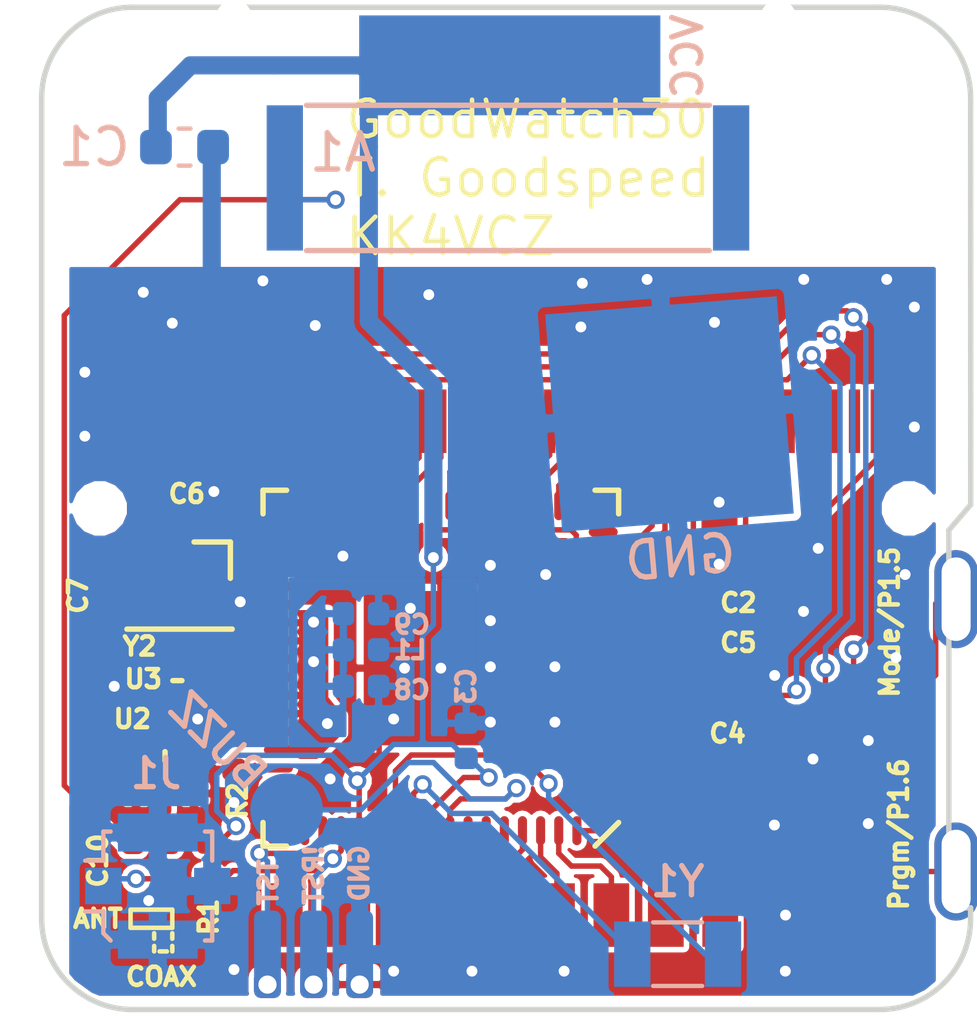
<source format=kicad_pcb>
(kicad_pcb (version 20171130) (host pcbnew "(5.0.0-rc2-78-g39ac5e0af)")

  (general
    (thickness 1.6)
    (drawings 30)
    (tracks 418)
    (zones 0)
    (modules 23)
    (nets 74)
  )

  (page A4)
  (title_block
    (title GoodWatch)
    (rev 30)
    (comment 1 "by TravisGoodspeed")
    (comment 2 "the CC430F6137.  Tuned for either 70cm (<500MHz) or 33cm (<1GHz).")
    (comment 3 "Replacement PCB for the Casio 3208 watch module (CA53 or CA506) built around")
  )

  (layers
    (0 F.Cu signal)
    (31 B.Cu signal)
    (32 B.Adhes user)
    (33 F.Adhes user)
    (34 B.Paste user)
    (35 F.Paste user)
    (36 B.SilkS user)
    (37 F.SilkS user)
    (38 B.Mask user)
    (39 F.Mask user)
    (40 Dwgs.User user)
    (41 Cmts.User user)
    (42 Eco1.User user)
    (43 Eco2.User user)
    (44 Edge.Cuts user)
    (45 Margin user)
    (46 B.CrtYd user)
    (47 F.CrtYd user)
    (48 B.Fab user hide)
    (49 F.Fab user hide)
  )

  (setup
    (last_trace_width 0.15)
    (trace_clearance 0.15)
    (zone_clearance 0.1)
    (zone_45_only no)
    (trace_min 0.125)
    (segment_width 0.125)
    (edge_width 0.15)
    (via_size 0.5)
    (via_drill 0.3)
    (via_min_size 0.5)
    (via_min_drill 0.3)
    (uvia_size 0.3)
    (uvia_drill 0.1)
    (uvias_allowed no)
    (uvia_min_size 0.2)
    (uvia_min_drill 0.1)
    (pcb_text_width 0.3)
    (pcb_text_size 0.5 0.5)
    (mod_edge_width 0.01)
    (mod_text_size 1 1)
    (mod_text_width 0.01)
    (pad_size 1.524 1.524)
    (pad_drill 0.762)
    (pad_to_mask_clearance 0.05)
    (aux_axis_origin 96.6 86.4)
    (grid_origin 96.6 86.4)
    (visible_elements FFFFFF7F)
    (pcbplotparams
      (layerselection 0x010f0_80000001)
      (usegerberextensions true)
      (usegerberattributes false)
      (usegerberadvancedattributes false)
      (creategerberjobfile false)
      (excludeedgelayer true)
      (linewidth 0.100000)
      (plotframeref false)
      (viasonmask false)
      (mode 1)
      (useauxorigin false)
      (hpglpennumber 1)
      (hpglpenspeed 20)
      (hpglpendiameter 15.000000)
      (psnegative false)
      (psa4output false)
      (plotreference true)
      (plotvalue true)
      (plotinvisibletext false)
      (padsonsilk false)
      (subtractmaskfromsilk false)
      (outputformat 1)
      (mirror false)
      (drillshape 0)
      (scaleselection 1)
      (outputdirectory gerbers/))
  )

  (net 0 "")
  (net 1 "Net-(LCD1-Pad1)")
  (net 2 "Net-(LCD1-Pad5)")
  (net 3 "Net-(LCD1-Pad6)")
  (net 4 "Net-(LCD1-Pad7)")
  (net 5 "Net-(LCD1-Pad8)")
  (net 6 "Net-(LCD1-Pad9)")
  (net 7 "Net-(LCD1-Pad10)")
  (net 8 "Net-(LCD1-Pad11)")
  (net 9 "Net-(LCD1-Pad12)")
  (net 10 "Net-(LCD1-Pad13)")
  (net 11 "Net-(LCD1-Pad14)")
  (net 12 "Net-(LCD1-Pad15)")
  (net 13 "Net-(LCD1-Pad16)")
  (net 14 "Net-(LCD1-Pad17)")
  (net 15 "Net-(LCD1-Pad18)")
  (net 16 "Net-(LCD1-Pad19)")
  (net 17 "Net-(LCD1-Pad20)")
  (net 18 "Net-(LCD1-Pad21)")
  (net 19 "Net-(LCD1-Pad22)")
  (net 20 "Net-(LCD1-Pad23)")
  (net 21 "Net-(LCD1-Pad24)")
  (net 22 "Net-(LCD1-Pad25)")
  (net 23 "Net-(LCD1-Pad26)")
  (net 24 "Net-(LCD1-Pad27)")
  (net 25 "Net-(LCD1-Pad28)")
  (net 26 "Net-(LCD1-Pad29)")
  (net 27 "Net-(LCD1-Pad30)")
  (net 28 "Net-(LCD1-Pad31)")
  (net 29 "Net-(LCD1-Pad32)")
  (net 30 "Net-(LCD1-Pad33)")
  (net 31 "Net-(LCD1-Pad34)")
  (net 32 "Net-(BRD1-Pad4)")
  (net 33 "Net-(BRD1-Pad3)")
  (net 34 "Net-(KPD1-Pad1)")
  (net 35 "Net-(KPD1-Pad2)")
  (net 36 "Net-(KPD1-Pad3)")
  (net 37 "Net-(KPD1-Pad4)")
  (net 38 "Net-(KPD1-Pad5)")
  (net 39 "Net-(KPD1-Pad6)")
  (net 40 "Net-(KPD1-Pad7)")
  (net 41 "Net-(KPD1-Pad8)")
  (net 42 "Net-(KPD1-Pad9)")
  (net 43 GND)
  (net 44 VCC)
  (net 45 "Net-(U1-Pad46)")
  (net 46 "Net-(U1-Pad47)")
  (net 47 "Net-(U1-Pad48)")
  (net 48 "Net-(U1-Pad49)")
  (net 49 "Net-(U1-Pad54)")
  (net 50 "Net-(U1-Pad55)")
  (net 51 /TST)
  (net 52 /!RST)
  (net 53 /COM0)
  (net 54 /COM1)
  (net 55 /COM2)
  (net 56 /VCORE)
  (net 57 "Net-(LCD1-Pad35)")
  (net 58 /LCDCAP)
  (net 59 /RF_P)
  (net 60 /RF_N)
  (net 61 "Net-(A1-Pad1)")
  (net 62 "Net-(R2-Pad1)")
  (net 63 /RF_XIN)
  (net 64 /RF_XOUT)
  (net 65 /RFVCC)
  (net 66 /BUZZ)
  (net 67 "Net-(C10-Pad1)")
  (net 68 "Net-(U2-Pad2)")
  (net 69 "Net-(U2-Pad6)")
  (net 70 "Net-(U2-Pad8)")
  (net 71 "Net-(U3-Pad5)")
  (net 72 "Net-(U3-Pad6)")
  (net 73 "Net-(C10-Pad3)")

  (net_class Default "This is the default net class."
    (clearance 0.15)
    (trace_width 0.15)
    (via_dia 0.5)
    (via_drill 0.3)
    (uvia_dia 0.3)
    (uvia_drill 0.1)
    (add_net /!RST)
    (add_net /BUZZ)
    (add_net /COM0)
    (add_net /COM1)
    (add_net /COM2)
    (add_net /LCDCAP)
    (add_net /RFVCC)
    (add_net /RF_N)
    (add_net /RF_P)
    (add_net /RF_XIN)
    (add_net /RF_XOUT)
    (add_net /TST)
    (add_net /VCORE)
    (add_net GND)
    (add_net "Net-(A1-Pad1)")
    (add_net "Net-(BRD1-Pad3)")
    (add_net "Net-(BRD1-Pad4)")
    (add_net "Net-(C10-Pad1)")
    (add_net "Net-(C10-Pad3)")
    (add_net "Net-(KPD1-Pad1)")
    (add_net "Net-(KPD1-Pad2)")
    (add_net "Net-(KPD1-Pad3)")
    (add_net "Net-(KPD1-Pad4)")
    (add_net "Net-(KPD1-Pad5)")
    (add_net "Net-(KPD1-Pad6)")
    (add_net "Net-(KPD1-Pad7)")
    (add_net "Net-(KPD1-Pad8)")
    (add_net "Net-(KPD1-Pad9)")
    (add_net "Net-(LCD1-Pad1)")
    (add_net "Net-(LCD1-Pad10)")
    (add_net "Net-(LCD1-Pad11)")
    (add_net "Net-(LCD1-Pad12)")
    (add_net "Net-(LCD1-Pad13)")
    (add_net "Net-(LCD1-Pad14)")
    (add_net "Net-(LCD1-Pad15)")
    (add_net "Net-(LCD1-Pad16)")
    (add_net "Net-(LCD1-Pad17)")
    (add_net "Net-(LCD1-Pad18)")
    (add_net "Net-(LCD1-Pad19)")
    (add_net "Net-(LCD1-Pad20)")
    (add_net "Net-(LCD1-Pad21)")
    (add_net "Net-(LCD1-Pad22)")
    (add_net "Net-(LCD1-Pad23)")
    (add_net "Net-(LCD1-Pad24)")
    (add_net "Net-(LCD1-Pad25)")
    (add_net "Net-(LCD1-Pad26)")
    (add_net "Net-(LCD1-Pad27)")
    (add_net "Net-(LCD1-Pad28)")
    (add_net "Net-(LCD1-Pad29)")
    (add_net "Net-(LCD1-Pad30)")
    (add_net "Net-(LCD1-Pad31)")
    (add_net "Net-(LCD1-Pad32)")
    (add_net "Net-(LCD1-Pad33)")
    (add_net "Net-(LCD1-Pad34)")
    (add_net "Net-(LCD1-Pad35)")
    (add_net "Net-(LCD1-Pad5)")
    (add_net "Net-(LCD1-Pad6)")
    (add_net "Net-(LCD1-Pad7)")
    (add_net "Net-(LCD1-Pad8)")
    (add_net "Net-(LCD1-Pad9)")
    (add_net "Net-(R2-Pad1)")
    (add_net "Net-(U1-Pad46)")
    (add_net "Net-(U1-Pad47)")
    (add_net "Net-(U1-Pad48)")
    (add_net "Net-(U1-Pad49)")
    (add_net "Net-(U1-Pad54)")
    (add_net "Net-(U1-Pad55)")
    (add_net "Net-(U2-Pad2)")
    (add_net "Net-(U2-Pad6)")
    (add_net "Net-(U2-Pad8)")
    (add_net "Net-(U3-Pad5)")
    (add_net "Net-(U3-Pad6)")
    (add_net VCC)
  )

  (module goodwatch30:ca53board locked (layer F.Cu) (tedit 5B8F78B1) (tstamp 5B8C8CF8)
    (at 96.6 86.4)
    (descr "PCB Layout for the Casio CA53W")
    (path /58F257A1)
    (fp_text reference BRD1 (at 22.2 -25.9) (layer F.SilkS) hide
      (effects (font (size 1 1) (thickness 0.15)))
    )
    (fp_text value CA53BOARD (at 4.1 -25.9) (layer F.Fab) hide
      (effects (font (size 1 1) (thickness 0.15)))
    )
    (fp_circle (center 1.590454 -8.908678) (end 1.140454 -8.908678) (layer Eco1.User) (width 0.15))
    (fp_line (start 0.890454 -7.408678) (end 0.890454 -2.508678) (layer Eco1.User) (width 0.15))
    (fp_arc (start 1.590454 -8.908678) (end 1.590454 -10.408678) (angle 180) (layer Eco1.User) (width 0.15))
    (fp_line (start 1.590454 -7.408678) (end 0.890454 -7.408678) (layer Eco1.User) (width 0.15))
    (fp_line (start 1.590454 -10.408678) (end 0.890454 -10.408678) (layer Eco1.User) (width 0.15))
    (fp_arc (start 2.490454 -2.508678) (end 2.490454 -0.908678) (angle 90) (layer Eco1.User) (width 0.15))
    (fp_line (start 5.190454 -4.608678) (end 5.190454 -0.908678) (layer Eco1.User) (width 0.15))
    (fp_line (start 2.490454 -0.908678) (end 5.190454 -0.908678) (layer Eco1.User) (width 0.15))
    (fp_line (start 20.490454 -0.908678) (end 20.490454 -4.608678) (layer Eco1.User) (width 0.15))
    (fp_line (start 20.490454 -4.608678) (end 5.190454 -4.608678) (layer Eco1.User) (width 0.15))
    (fp_line (start 3.390454 -12.408678) (end 0.890454 -12.408678) (layer Eco1.User) (width 0.15))
    (fp_line (start 3.390454 -14.908678) (end 3.390454 -12.408678) (layer Eco1.User) (width 0.15))
    (fp_line (start 20.490454 -0.908678) (end 22.990454 -0.908678) (layer Eco1.User) (width 0.15))
    (fp_line (start 0.890454 -12.408678) (end 0.890454 -10.408678) (layer Eco1.User) (width 0.15))
    (fp_line (start 22.990454 -14.908678) (end 3.390454 -14.908678) (layer Eco1.User) (width 0.15))
    (fp_line (start 22.990454 -0.908678) (end 22.990454 -14.908678) (layer Eco1.User) (width 0.15))
    (fp_arc (start 2.5 -2.5) (end 0 -2.5) (angle -90) (layer Dwgs.User) (width 0.15))
    (fp_arc (start 23.1 -2.5) (end 23.1 0) (angle -90) (layer Dwgs.User) (width 0.15))
    (fp_arc (start 23.1 -25.1) (end 25.6 -25.1) (angle -90) (layer Dwgs.User) (width 0.15))
    (fp_arc (start 2.5 -25.1) (end 2.5 -27.6) (angle -90) (layer Dwgs.User) (width 0.15))
    (fp_line (start 0 -25.1) (end 0 -2.5) (layer Dwgs.User) (width 0.15))
    (fp_line (start 23.1 -27.6) (end 2.5 -27.6) (layer Dwgs.User) (width 0.15))
    (fp_line (start 25.6 -2.5) (end 25.6 -25.1) (layer Dwgs.User) (width 0.15))
    (fp_line (start 2.5 0) (end 23.1 0) (layer Dwgs.User) (width 0.15))
    (fp_line (start 0 -17.6) (end 25.6 -17.6) (layer Dwgs.User) (width 0.15))
    (fp_line (start 0 -14.8) (end 25.6 -14.8) (layer Dwgs.User) (width 0.15))
    (fp_text user VCC (at 17.8 -26.25 -90) (layer B.SilkS)
      (effects (font (size 0.8 0.8) (thickness 0.15)) (justify mirror))
    )
    (fp_text user GND (at 17.6 -12.45 5) (layer B.SilkS)
      (effects (font (size 1 1) (thickness 0.15)) (justify mirror))
    )
    (fp_line (start 25 -13.2) (end 25.6 -13.9) (layer Dwgs.User) (width 0.15))
    (fp_line (start 25 -2.8) (end 25 -13.2) (layer Dwgs.User) (width 0.15))
    (fp_line (start 25.6 -2.8) (end 25 -2.8) (layer Dwgs.User) (width 0.15))
    (fp_line (start 5.5 -2) (end 5.5 -3.5) (layer Dwgs.User) (width 0.15))
    (fp_line (start 20 -2) (end 20 -3.5) (layer Dwgs.User) (width 0.15))
    (pad 7 thru_hole roundrect (at 8.763 -0.6858) (size 0.74 0.74) (drill 0.5) (layers *.Cu *.Mask) (roundrect_rratio 0.25)
      (net 43 GND))
    (pad 6 thru_hole roundrect (at 7.493 -0.6858) (size 0.74 0.74) (drill 0.5) (layers *.Cu *.Mask) (roundrect_rratio 0.25)
      (net 52 /!RST))
    (pad 5 thru_hole roundrect (at 6.223 -0.6858) (size 0.74 0.74) (drill 0.5) (layers *.Cu *.Mask) (roundrect_rratio 0.25)
      (net 51 /TST))
    (pad 8 smd circle (at 6.75 -5.5) (size 2 2) (layers B.Cu B.Mask)
      (net 66 /BUZZ))
    (pad 7 smd roundrect (at 8.763 -1.524) (size 0.74 2.4) (layers B.Cu B.Mask) (roundrect_rratio 0.25)
      (net 43 GND))
    (pad 6 smd roundrect (at 7.493 -1.524) (size 0.74 2.4) (layers B.Cu B.Mask) (roundrect_rratio 0.25)
      (net 52 /!RST))
    (pad 5 smd roundrect (at 6.223 -1.524) (size 0.74 2.4) (layers B.Cu B.Mask) (roundrect_rratio 0.25)
      (net 51 /TST))
    (pad 1 connect rect (at 12.9 -26) (size 8.3 2.75) (layers B.Cu B.Mask)
      (net 44 VCC))
    (pad "" np_thru_hole circle (at 5.3 -27.3) (size 1 1) (drill 1) (layers *.Cu *.Mask))
    (pad "" np_thru_hole circle (at 1.6 -13.8) (size 1.2 1.2) (drill 1.2) (layers *.Cu *.Mask))
    (pad "" np_thru_hole circle (at 23.9 -13.8) (size 1.2 1.2) (drill 1.2) (layers *.Cu *.Mask))
    (pad "" np_thru_hole circle (at 20.3 -27.3) (size 1 1) (drill 1) (layers *.Cu *.Mask))
    (pad 2 connect rect (at 17.3 -16.4 4.5) (size 6.4 6) (layers B.Cu B.Mask)
      (net 43 GND))
    (pad 3 thru_hole oval (at 25.2 -11.3) (size 1.2 2.7) (drill oval 0.8 2.3) (layers *.Cu *.Mask)
      (net 33 "Net-(BRD1-Pad3)"))
    (pad 4 thru_hole oval (at 25.2 -3.8) (size 1.2 2.7) (drill oval 0.8 2.3) (layers *.Cu *.Mask)
      (net 32 "Net-(BRD1-Pad4)"))
  )

  (module goodwatch30:C_Jumper_0402_1005Metric (layer F.Cu) (tedit 5B8F725F) (tstamp 5BD44BD6)
    (at 99.6 81.8)
    (descr "Capacitor SMD 0402 (1005 Metric), square (rectangular) end terminal, IPC_7351 nominal, (Body size source: http://www.tortai-tech.com/upload/download/2011102023233369053.pdf), generated with kicad-footprint-generator")
    (tags capacitor)
    (path /5B917E07)
    (attr smd)
    (fp_text reference C10 (at -1.45 0.5 90) (layer F.SilkS)
      (effects (font (size 0.5 0.5) (thickness 0.125)))
    )
    (fp_text value 220pF (at 0 2.54) (layer F.Fab)
      (effects (font (size 1 1) (thickness 0.15)))
    )
    (fp_line (start 0.93 1.42) (end 0 1.42) (layer F.CrtYd) (width 0.05))
    (fp_line (start 0 1.42) (end 0 0.47) (layer F.CrtYd) (width 0.05))
    (fp_line (start 0.93 -0.47) (end 0.93 1.42) (layer F.CrtYd) (width 0.05))
    (fp_text user %R (at 0 0) (layer F.Fab)
      (effects (font (size 0.25 0.25) (thickness 0.04)))
    )
    (fp_line (start 0 0.47) (end -0.93 0.47) (layer F.CrtYd) (width 0.05))
    (fp_line (start -0.93 -0.47) (end 0.93 -0.47) (layer F.CrtYd) (width 0.05))
    (fp_line (start -0.93 0.47) (end -0.93 -0.47) (layer F.CrtYd) (width 0.05))
    (fp_line (start 0.5 0.25) (end -0.5 0.25) (layer F.Fab) (width 0.1))
    (fp_line (start 0.5 -0.25) (end 0.5 0.25) (layer F.Fab) (width 0.1))
    (fp_line (start -0.5 -0.25) (end 0.5 -0.25) (layer F.Fab) (width 0.1))
    (fp_line (start -0.5 0.25) (end -0.5 -0.25) (layer F.Fab) (width 0.1))
    (pad 3 smd roundrect (at 0.485 0.9652) (size 0.64 0.59) (layers F.Cu F.Mask) (roundrect_rratio 0.25)
      (net 73 "Net-(C10-Pad3)"))
    (pad 1 smd roundrect (at 0.485 0) (size 0.59 0.64) (layers F.Cu F.Paste F.Mask) (roundrect_rratio 0.25)
      (net 67 "Net-(C10-Pad1)"))
    (pad 2 smd roundrect (at -0.485 0) (size 0.59 0.64) (layers F.Cu F.Paste F.Mask) (roundrect_rratio 0.25)
      (net 61 "Net-(A1-Pad1)"))
    (model ${KISYS3DMOD}/Capacitor_SMD.3dshapes/C_0402_1005Metric.wrl
      (at (xyz 0 0 0))
      (scale (xyz 1 1 1))
      (rotate (xyz 0 0 0))
    )
  )

  (module Capacitor_SMD:C_0402_1005Metric (layer F.Cu) (tedit 5B301BBE) (tstamp 5B8D45BC)
    (at 114.253 75.224)
    (descr "Capacitor SMD 0402 (1005 Metric), square (rectangular) end terminal, IPC_7351 nominal, (Body size source: http://www.tortai-tech.com/upload/download/2011102023233369053.pdf), generated with kicad-footprint-generator")
    (tags capacitor)
    (path /58F297AD)
    (attr smd)
    (fp_text reference C2 (at 1.547 -0.024) (layer F.SilkS)
      (effects (font (size 0.5 0.5) (thickness 0.125)))
    )
    (fp_text value 0.1uF (at 0 1.17) (layer F.Fab)
      (effects (font (size 1 1) (thickness 0.15)))
    )
    (fp_text user %R (at 0 0) (layer F.Fab)
      (effects (font (size 0.25 0.25) (thickness 0.04)))
    )
    (fp_line (start 0.93 0.47) (end -0.93 0.47) (layer F.CrtYd) (width 0.05))
    (fp_line (start 0.93 -0.47) (end 0.93 0.47) (layer F.CrtYd) (width 0.05))
    (fp_line (start -0.93 -0.47) (end 0.93 -0.47) (layer F.CrtYd) (width 0.05))
    (fp_line (start -0.93 0.47) (end -0.93 -0.47) (layer F.CrtYd) (width 0.05))
    (fp_line (start 0.5 0.25) (end -0.5 0.25) (layer F.Fab) (width 0.1))
    (fp_line (start 0.5 -0.25) (end 0.5 0.25) (layer F.Fab) (width 0.1))
    (fp_line (start -0.5 -0.25) (end 0.5 -0.25) (layer F.Fab) (width 0.1))
    (fp_line (start -0.5 0.25) (end -0.5 -0.25) (layer F.Fab) (width 0.1))
    (pad 2 smd roundrect (at 0.485 0) (size 0.59 0.64) (layers F.Cu F.Paste F.Mask) (roundrect_rratio 0.25)
      (net 43 GND))
    (pad 1 smd roundrect (at -0.485 0) (size 0.59 0.64) (layers F.Cu F.Paste F.Mask) (roundrect_rratio 0.25)
      (net 44 VCC))
    (model ${KISYS3DMOD}/Capacitor_SMD.3dshapes/C_0402_1005Metric.wrl
      (at (xyz 0 0 0))
      (scale (xyz 1 1 1))
      (rotate (xyz 0 0 0))
    )
  )

  (module Capacitor_SMD:C_0402_1005Metric (layer B.Cu) (tedit 5B301BBE) (tstamp 5B8D45AE)
    (at 105.4 77.5)
    (descr "Capacitor SMD 0402 (1005 Metric), square (rectangular) end terminal, IPC_7351 nominal, (Body size source: http://www.tortai-tech.com/upload/download/2011102023233369053.pdf), generated with kicad-footprint-generator")
    (tags capacitor)
    (path /59E28B92)
    (attr smd)
    (fp_text reference C8 (at 1.4 0.1) (layer B.SilkS)
      (effects (font (size 0.5 0.5) (thickness 0.125)) (justify mirror))
    )
    (fp_text value 0.1uF (at 0 -1.17) (layer B.Fab)
      (effects (font (size 1 1) (thickness 0.15)) (justify mirror))
    )
    (fp_text user %R (at 0 0) (layer B.Fab)
      (effects (font (size 0.25 0.25) (thickness 0.04)) (justify mirror))
    )
    (fp_line (start 0.93 -0.47) (end -0.93 -0.47) (layer B.CrtYd) (width 0.05))
    (fp_line (start 0.93 0.47) (end 0.93 -0.47) (layer B.CrtYd) (width 0.05))
    (fp_line (start -0.93 0.47) (end 0.93 0.47) (layer B.CrtYd) (width 0.05))
    (fp_line (start -0.93 -0.47) (end -0.93 0.47) (layer B.CrtYd) (width 0.05))
    (fp_line (start 0.5 -0.25) (end -0.5 -0.25) (layer B.Fab) (width 0.1))
    (fp_line (start 0.5 0.25) (end 0.5 -0.25) (layer B.Fab) (width 0.1))
    (fp_line (start -0.5 0.25) (end 0.5 0.25) (layer B.Fab) (width 0.1))
    (fp_line (start -0.5 -0.25) (end -0.5 0.25) (layer B.Fab) (width 0.1))
    (pad 2 smd roundrect (at 0.485 0) (size 0.59 0.64) (layers B.Cu B.Paste B.Mask) (roundrect_rratio 0.25)
      (net 43 GND))
    (pad 1 smd roundrect (at -0.485 0) (size 0.59 0.64) (layers B.Cu B.Paste B.Mask) (roundrect_rratio 0.25)
      (net 65 /RFVCC))
    (model ${KISYS3DMOD}/Capacitor_SMD.3dshapes/C_0402_1005Metric.wrl
      (at (xyz 0 0 0))
      (scale (xyz 1 1 1))
      (rotate (xyz 0 0 0))
    )
  )

  (module Capacitor_SMD:C_0402_1005Metric (layer B.Cu) (tedit 5B301BBE) (tstamp 5B8D45A0)
    (at 105.4 75.5)
    (descr "Capacitor SMD 0402 (1005 Metric), square (rectangular) end terminal, IPC_7351 nominal, (Body size source: http://www.tortai-tech.com/upload/download/2011102023233369053.pdf), generated with kicad-footprint-generator")
    (tags capacitor)
    (path /59E28F57)
    (attr smd)
    (fp_text reference C9 (at 1.4 0.3) (layer B.SilkS)
      (effects (font (size 0.5 0.5) (thickness 0.125)) (justify mirror))
    )
    (fp_text value 0.1uF (at 0 -1.17) (layer B.Fab)
      (effects (font (size 1 1) (thickness 0.15)) (justify mirror))
    )
    (fp_text user %R (at 0 0) (layer B.Fab)
      (effects (font (size 0.25 0.25) (thickness 0.04)) (justify mirror))
    )
    (fp_line (start 0.93 -0.47) (end -0.93 -0.47) (layer B.CrtYd) (width 0.05))
    (fp_line (start 0.93 0.47) (end 0.93 -0.47) (layer B.CrtYd) (width 0.05))
    (fp_line (start -0.93 0.47) (end 0.93 0.47) (layer B.CrtYd) (width 0.05))
    (fp_line (start -0.93 -0.47) (end -0.93 0.47) (layer B.CrtYd) (width 0.05))
    (fp_line (start 0.5 -0.25) (end -0.5 -0.25) (layer B.Fab) (width 0.1))
    (fp_line (start 0.5 0.25) (end 0.5 -0.25) (layer B.Fab) (width 0.1))
    (fp_line (start -0.5 0.25) (end 0.5 0.25) (layer B.Fab) (width 0.1))
    (fp_line (start -0.5 -0.25) (end -0.5 0.25) (layer B.Fab) (width 0.1))
    (pad 2 smd roundrect (at 0.485 0) (size 0.59 0.64) (layers B.Cu B.Paste B.Mask) (roundrect_rratio 0.25)
      (net 43 GND))
    (pad 1 smd roundrect (at -0.485 0) (size 0.59 0.64) (layers B.Cu B.Paste B.Mask) (roundrect_rratio 0.25)
      (net 65 /RFVCC))
    (model ${KISYS3DMOD}/Capacitor_SMD.3dshapes/C_0402_1005Metric.wrl
      (at (xyz 0 0 0))
      (scale (xyz 1 1 1))
      (rotate (xyz 0 0 0))
    )
  )

  (module Capacitor_SMD:C_0402_1005Metric (layer B.Cu) (tedit 5B301BBE) (tstamp 5B8D4576)
    (at 108.3 79 90)
    (descr "Capacitor SMD 0402 (1005 Metric), square (rectangular) end terminal, IPC_7351 nominal, (Body size source: http://www.tortai-tech.com/upload/download/2011102023233369053.pdf), generated with kicad-footprint-generator")
    (tags capacitor)
    (path /58F297DF)
    (attr smd)
    (fp_text reference C3 (at 1.5 0 90) (layer B.SilkS)
      (effects (font (size 0.5 0.5) (thickness 0.125)) (justify mirror))
    )
    (fp_text value 0.1uF (at 0 -1.17 90) (layer B.Fab)
      (effects (font (size 1 1) (thickness 0.15)) (justify mirror))
    )
    (fp_text user %R (at 0 0 90) (layer B.Fab)
      (effects (font (size 0.25 0.25) (thickness 0.04)) (justify mirror))
    )
    (fp_line (start 0.93 -0.47) (end -0.93 -0.47) (layer B.CrtYd) (width 0.05))
    (fp_line (start 0.93 0.47) (end 0.93 -0.47) (layer B.CrtYd) (width 0.05))
    (fp_line (start -0.93 0.47) (end 0.93 0.47) (layer B.CrtYd) (width 0.05))
    (fp_line (start -0.93 -0.47) (end -0.93 0.47) (layer B.CrtYd) (width 0.05))
    (fp_line (start 0.5 -0.25) (end -0.5 -0.25) (layer B.Fab) (width 0.1))
    (fp_line (start 0.5 0.25) (end 0.5 -0.25) (layer B.Fab) (width 0.1))
    (fp_line (start -0.5 0.25) (end 0.5 0.25) (layer B.Fab) (width 0.1))
    (fp_line (start -0.5 -0.25) (end -0.5 0.25) (layer B.Fab) (width 0.1))
    (pad 2 smd roundrect (at 0.485 0 90) (size 0.59 0.64) (layers B.Cu B.Paste B.Mask) (roundrect_rratio 0.25)
      (net 43 GND))
    (pad 1 smd roundrect (at -0.485 0 90) (size 0.59 0.64) (layers B.Cu B.Paste B.Mask) (roundrect_rratio 0.25)
      (net 44 VCC))
    (model ${KISYS3DMOD}/Capacitor_SMD.3dshapes/C_0402_1005Metric.wrl
      (at (xyz 0 0 0))
      (scale (xyz 1 1 1))
      (rotate (xyz 0 0 0))
    )
  )

  (module Capacitor_SMD:C_0402_1005Metric (layer F.Cu) (tedit 5B301BBE) (tstamp 5B8D398E)
    (at 114.253 76.24)
    (descr "Capacitor SMD 0402 (1005 Metric), square (rectangular) end terminal, IPC_7351 nominal, (Body size source: http://www.tortai-tech.com/upload/download/2011102023233369053.pdf), generated with kicad-footprint-generator")
    (tags capacitor)
    (path /59A89285)
    (attr smd)
    (fp_text reference C5 (at 1.547 0.06) (layer F.SilkS)
      (effects (font (size 0.5 0.5) (thickness 0.125)))
    )
    (fp_text value 0.47uF (at 0 1.17) (layer F.Fab)
      (effects (font (size 1 1) (thickness 0.15)))
    )
    (fp_text user %R (at 0 0) (layer F.Fab)
      (effects (font (size 0.25 0.25) (thickness 0.04)))
    )
    (fp_line (start 0.93 0.47) (end -0.93 0.47) (layer F.CrtYd) (width 0.05))
    (fp_line (start 0.93 -0.47) (end 0.93 0.47) (layer F.CrtYd) (width 0.05))
    (fp_line (start -0.93 -0.47) (end 0.93 -0.47) (layer F.CrtYd) (width 0.05))
    (fp_line (start -0.93 0.47) (end -0.93 -0.47) (layer F.CrtYd) (width 0.05))
    (fp_line (start 0.5 0.25) (end -0.5 0.25) (layer F.Fab) (width 0.1))
    (fp_line (start 0.5 -0.25) (end 0.5 0.25) (layer F.Fab) (width 0.1))
    (fp_line (start -0.5 -0.25) (end 0.5 -0.25) (layer F.Fab) (width 0.1))
    (fp_line (start -0.5 0.25) (end -0.5 -0.25) (layer F.Fab) (width 0.1))
    (pad 2 smd roundrect (at 0.485 0) (size 0.59 0.64) (layers F.Cu F.Paste F.Mask) (roundrect_rratio 0.25)
      (net 43 GND))
    (pad 1 smd roundrect (at -0.485 0) (size 0.59 0.64) (layers F.Cu F.Paste F.Mask) (roundrect_rratio 0.25)
      (net 56 /VCORE))
    (model ${KISYS3DMOD}/Capacitor_SMD.3dshapes/C_0402_1005Metric.wrl
      (at (xyz 0 0 0))
      (scale (xyz 1 1 1))
      (rotate (xyz 0 0 0))
    )
  )

  (module Capacitor_SMD:C_0402_1005Metric (layer F.Cu) (tedit 5B301BBE) (tstamp 5B8D281E)
    (at 101 73.0396 180)
    (descr "Capacitor SMD 0402 (1005 Metric), square (rectangular) end terminal, IPC_7351 nominal, (Body size source: http://www.tortai-tech.com/upload/download/2011102023233369053.pdf), generated with kicad-footprint-generator")
    (tags capacitor)
    (path /59D3F241)
    (attr smd)
    (fp_text reference C6 (at 0.4 0.8396 180) (layer F.SilkS)
      (effects (font (size 0.5 0.5) (thickness 0.125)))
    )
    (fp_text value 19pF (at 0 1.17 180) (layer F.Fab)
      (effects (font (size 1 1) (thickness 0.15)))
    )
    (fp_text user %R (at 0 0 180) (layer F.Fab)
      (effects (font (size 0.25 0.25) (thickness 0.04)))
    )
    (fp_line (start 0.93 0.47) (end -0.93 0.47) (layer F.CrtYd) (width 0.05))
    (fp_line (start 0.93 -0.47) (end 0.93 0.47) (layer F.CrtYd) (width 0.05))
    (fp_line (start -0.93 -0.47) (end 0.93 -0.47) (layer F.CrtYd) (width 0.05))
    (fp_line (start -0.93 0.47) (end -0.93 -0.47) (layer F.CrtYd) (width 0.05))
    (fp_line (start 0.5 0.25) (end -0.5 0.25) (layer F.Fab) (width 0.1))
    (fp_line (start 0.5 -0.25) (end 0.5 0.25) (layer F.Fab) (width 0.1))
    (fp_line (start -0.5 -0.25) (end 0.5 -0.25) (layer F.Fab) (width 0.1))
    (fp_line (start -0.5 0.25) (end -0.5 -0.25) (layer F.Fab) (width 0.1))
    (pad 2 smd roundrect (at 0.485 0 180) (size 0.59 0.64) (layers F.Cu F.Paste F.Mask) (roundrect_rratio 0.25)
      (net 43 GND))
    (pad 1 smd roundrect (at -0.485 0 180) (size 0.59 0.64) (layers F.Cu F.Paste F.Mask) (roundrect_rratio 0.25)
      (net 63 /RF_XIN))
    (model ${KISYS3DMOD}/Capacitor_SMD.3dshapes/C_0402_1005Metric.wrl
      (at (xyz 0 0 0))
      (scale (xyz 1 1 1))
      (rotate (xyz 0 0 0))
    )
  )

  (module Capacitor_SMD:C_0402_1005Metric (layer F.Cu) (tedit 5B301BBE) (tstamp 5B8D2810)
    (at 98.4796 75 90)
    (descr "Capacitor SMD 0402 (1005 Metric), square (rectangular) end terminal, IPC_7351 nominal, (Body size source: http://www.tortai-tech.com/upload/download/2011102023233369053.pdf), generated with kicad-footprint-generator")
    (tags capacitor)
    (path /59D3F397)
    (attr smd)
    (fp_text reference C7 (at 0 -0.8796 90) (layer F.SilkS)
      (effects (font (size 0.5 0.5) (thickness 0.125)))
    )
    (fp_text value 19pF (at 0 1.17 90) (layer F.Fab)
      (effects (font (size 1 1) (thickness 0.15)))
    )
    (fp_text user %R (at 0 0 90) (layer F.Fab)
      (effects (font (size 0.25 0.25) (thickness 0.04)))
    )
    (fp_line (start 0.93 0.47) (end -0.93 0.47) (layer F.CrtYd) (width 0.05))
    (fp_line (start 0.93 -0.47) (end 0.93 0.47) (layer F.CrtYd) (width 0.05))
    (fp_line (start -0.93 -0.47) (end 0.93 -0.47) (layer F.CrtYd) (width 0.05))
    (fp_line (start -0.93 0.47) (end -0.93 -0.47) (layer F.CrtYd) (width 0.05))
    (fp_line (start 0.5 0.25) (end -0.5 0.25) (layer F.Fab) (width 0.1))
    (fp_line (start 0.5 -0.25) (end 0.5 0.25) (layer F.Fab) (width 0.1))
    (fp_line (start -0.5 -0.25) (end 0.5 -0.25) (layer F.Fab) (width 0.1))
    (fp_line (start -0.5 0.25) (end -0.5 -0.25) (layer F.Fab) (width 0.1))
    (pad 2 smd roundrect (at 0.485 0 90) (size 0.59 0.64) (layers F.Cu F.Paste F.Mask) (roundrect_rratio 0.25)
      (net 43 GND))
    (pad 1 smd roundrect (at -0.485 0 90) (size 0.59 0.64) (layers F.Cu F.Paste F.Mask) (roundrect_rratio 0.25)
      (net 64 /RF_XOUT))
    (model ${KISYS3DMOD}/Capacitor_SMD.3dshapes/C_0402_1005Metric.wrl
      (at (xyz 0 0 0))
      (scale (xyz 1 1 1))
      (rotate (xyz 0 0 0))
    )
  )

  (module Resistor_SMD:R_0402_1005Metric (layer F.Cu) (tedit 5B301BBD) (tstamp 5B8D0B18)
    (at 101.2 82.3 270)
    (descr "Resistor SMD 0402 (1005 Metric), square (rectangular) end terminal, IPC_7351 nominal, (Body size source: http://www.tortai-tech.com/upload/download/2011102023233369053.pdf), generated with kicad-footprint-generator")
    (tags resistor)
    (path /59DB970E)
    (attr smd)
    (fp_text reference R1 (at 1.55 0 270) (layer F.SilkS)
      (effects (font (size 0.5 0.5) (thickness 0.125)))
    )
    (fp_text value 75k (at 0 1.17 270) (layer F.Fab)
      (effects (font (size 1 1) (thickness 0.15)))
    )
    (fp_text user %R (at 0 0 270) (layer F.Fab)
      (effects (font (size 0.25 0.25) (thickness 0.04)))
    )
    (fp_line (start 0.93 0.47) (end -0.93 0.47) (layer F.CrtYd) (width 0.05))
    (fp_line (start 0.93 -0.47) (end 0.93 0.47) (layer F.CrtYd) (width 0.05))
    (fp_line (start -0.93 -0.47) (end 0.93 -0.47) (layer F.CrtYd) (width 0.05))
    (fp_line (start -0.93 0.47) (end -0.93 -0.47) (layer F.CrtYd) (width 0.05))
    (fp_line (start 0.5 0.25) (end -0.5 0.25) (layer F.Fab) (width 0.1))
    (fp_line (start 0.5 -0.25) (end 0.5 0.25) (layer F.Fab) (width 0.1))
    (fp_line (start -0.5 -0.25) (end 0.5 -0.25) (layer F.Fab) (width 0.1))
    (fp_line (start -0.5 0.25) (end -0.5 -0.25) (layer F.Fab) (width 0.1))
    (pad 2 smd roundrect (at 0.485 0 270) (size 0.59 0.64) (layers F.Cu F.Paste F.Mask) (roundrect_rratio 0.25)
      (net 52 /!RST))
    (pad 1 smd roundrect (at -0.485 0 270) (size 0.59 0.64) (layers F.Cu F.Paste F.Mask) (roundrect_rratio 0.25)
      (net 44 VCC))
    (model ${KISYS3DMOD}/Resistor_SMD.3dshapes/R_0402_1005Metric.wrl
      (at (xyz 0 0 0))
      (scale (xyz 1 1 1))
      (rotate (xyz 0 0 0))
    )
  )

  (module Resistor_SMD:R_0402_1005Metric (layer F.Cu) (tedit 5B8F728B) (tstamp 5B8D0B0A)
    (at 101.9 79.3 270)
    (descr "Resistor SMD 0402 (1005 Metric), square (rectangular) end terminal, IPC_7351 nominal, (Body size source: http://www.tortai-tech.com/upload/download/2011102023233369053.pdf), generated with kicad-footprint-generator")
    (tags resistor)
    (path /59D2FA2B)
    (attr smd)
    (fp_text reference R2 (at 1.35 -0.1 270) (layer F.SilkS)
      (effects (font (size 0.5 0.5) (thickness 0.125)))
    )
    (fp_text value 56k (at 0 1.17 270) (layer F.Fab)
      (effects (font (size 1 1) (thickness 0.15)))
    )
    (fp_line (start -0.5 0.25) (end -0.5 -0.25) (layer F.Fab) (width 0.1))
    (fp_line (start -0.5 -0.25) (end 0.5 -0.25) (layer F.Fab) (width 0.1))
    (fp_line (start 0.5 -0.25) (end 0.5 0.25) (layer F.Fab) (width 0.1))
    (fp_line (start 0.5 0.25) (end -0.5 0.25) (layer F.Fab) (width 0.1))
    (fp_line (start -0.93 0.47) (end -0.93 -0.47) (layer F.CrtYd) (width 0.05))
    (fp_line (start -0.93 -0.47) (end 0.93 -0.47) (layer F.CrtYd) (width 0.05))
    (fp_line (start 0.93 -0.47) (end 0.93 0.47) (layer F.CrtYd) (width 0.05))
    (fp_line (start 0.93 0.47) (end -0.93 0.47) (layer F.CrtYd) (width 0.05))
    (fp_text user %R (at 0 0 270) (layer F.Fab)
      (effects (font (size 0.25 0.25) (thickness 0.04)))
    )
    (pad 1 smd roundrect (at -0.485 0 270) (size 0.59 0.64) (layers F.Cu F.Paste F.Mask) (roundrect_rratio 0.25)
      (net 62 "Net-(R2-Pad1)"))
    (pad 2 smd roundrect (at 0.485 0 270) (size 0.59 0.64) (layers F.Cu F.Paste F.Mask) (roundrect_rratio 0.25)
      (net 43 GND))
    (model ${KISYS3DMOD}/Resistor_SMD.3dshapes/R_0402_1005Metric.wrl
      (at (xyz 0 0 0))
      (scale (xyz 1 1 1))
      (rotate (xyz 0 0 0))
    )
  )

  (module goodwatch30:ca53keypad locked (layer F.Cu) (tedit 58F27465) (tstamp 5B8C91EA)
    (at 102.8 83.8)
    (path /58F233A6)
    (fp_text reference KPD1 (at 7.2 2) (layer F.SilkS) hide
      (effects (font (size 1 1) (thickness 0.15)))
    )
    (fp_text value CA53KEYPAD (at 5.9 -2) (layer F.Fab) hide
      (effects (font (size 1 1) (thickness 0.15)))
    )
    (pad 9 connect rect (at 12.5 0) (size 0.985 1.75) (layers F.Cu F.Mask)
      (net 42 "Net-(KPD1-Pad9)"))
    (pad 8 connect rect (at 11 0) (size 0.985 1.75) (layers F.Cu F.Mask)
      (net 41 "Net-(KPD1-Pad8)"))
    (pad 7 connect rect (at 9.5 0) (size 0.985 1.75) (layers F.Cu F.Mask)
      (net 40 "Net-(KPD1-Pad7)"))
    (pad 6 connect rect (at 8 0) (size 0.985 1.75) (layers F.Cu F.Mask)
      (net 39 "Net-(KPD1-Pad6)"))
    (pad 5 connect rect (at 6.5 0) (size 0.985 1.75) (layers F.Cu F.Mask)
      (net 38 "Net-(KPD1-Pad5)"))
    (pad 4 connect rect (at 5 0) (size 0.985 1.75) (layers F.Cu F.Mask)
      (net 37 "Net-(KPD1-Pad4)"))
    (pad 3 connect rect (at 3.5 0) (size 0.985 1.75) (layers F.Cu F.Mask)
      (net 36 "Net-(KPD1-Pad3)"))
    (pad 2 connect rect (at 2 0) (size 0.985 1.75) (layers F.Cu F.Mask)
      (net 35 "Net-(KPD1-Pad2)"))
    (pad 1 connect rect (at 0.5 0) (size 0.985 1.75) (layers F.Cu F.Mask)
      (net 34 "Net-(KPD1-Pad1)"))
  )

  (module goodwatch30:ca53lcd locked (layer F.Cu) (tedit 58F28911) (tstamp 5B8C91C4)
    (at 99 70.2)
    (path /58F11D4F)
    (fp_text reference LCD1 (at 7.9 2.7) (layer F.SilkS) hide
      (effects (font (size 1 1) (thickness 0.15)))
    )
    (fp_text value CA53LCD (at 9.7 -2.4) (layer F.Fab) hide
      (effects (font (size 1 1) (thickness 0.15)))
    )
    (pad 35 connect rect (at 20.6 0) (size 0.31 1.75) (layers F.Cu F.Mask)
      (net 57 "Net-(LCD1-Pad35)"))
    (pad 34 connect rect (at 20 0) (size 0.31 1.75) (layers F.Cu F.Mask)
      (net 31 "Net-(LCD1-Pad34)"))
    (pad 33 connect rect (at 19.4 0) (size 0.31 1.75) (layers F.Cu F.Mask)
      (net 30 "Net-(LCD1-Pad33)"))
    (pad 32 connect rect (at 18.8 0) (size 0.31 1.75) (layers F.Cu F.Mask)
      (net 29 "Net-(LCD1-Pad32)"))
    (pad 31 connect rect (at 18.2 0) (size 0.31 1.75) (layers F.Cu F.Mask)
      (net 28 "Net-(LCD1-Pad31)"))
    (pad 30 connect rect (at 17.6 0) (size 0.31 1.75) (layers F.Cu F.Mask)
      (net 27 "Net-(LCD1-Pad30)"))
    (pad 29 connect rect (at 17 0) (size 0.31 1.75) (layers F.Cu F.Mask)
      (net 26 "Net-(LCD1-Pad29)"))
    (pad 28 connect rect (at 16.4 0) (size 0.31 1.75) (layers F.Cu F.Mask)
      (net 25 "Net-(LCD1-Pad28)"))
    (pad 27 connect rect (at 15.8 0) (size 0.31 1.75) (layers F.Cu F.Mask)
      (net 24 "Net-(LCD1-Pad27)"))
    (pad 26 connect rect (at 15.2 0) (size 0.31 1.75) (layers F.Cu F.Mask)
      (net 23 "Net-(LCD1-Pad26)"))
    (pad 25 connect rect (at 14.6 0) (size 0.31 1.75) (layers F.Cu F.Mask)
      (net 22 "Net-(LCD1-Pad25)"))
    (pad 24 connect rect (at 14 0) (size 0.31 1.75) (layers F.Cu F.Mask)
      (net 21 "Net-(LCD1-Pad24)"))
    (pad 23 connect rect (at 13.4 0) (size 0.31 1.75) (layers F.Cu F.Mask)
      (net 20 "Net-(LCD1-Pad23)"))
    (pad 22 connect rect (at 12.8 0) (size 0.31 1.75) (layers F.Cu F.Mask)
      (net 19 "Net-(LCD1-Pad22)"))
    (pad 21 connect rect (at 12.2 0) (size 0.31 1.75) (layers F.Cu F.Mask)
      (net 18 "Net-(LCD1-Pad21)"))
    (pad 20 connect rect (at 11.6 0) (size 0.31 1.75) (layers F.Cu F.Mask)
      (net 17 "Net-(LCD1-Pad20)"))
    (pad 19 connect rect (at 11 0) (size 0.31 1.75) (layers F.Cu F.Mask)
      (net 16 "Net-(LCD1-Pad19)"))
    (pad 18 connect rect (at 10.4 0) (size 0.31 1.75) (layers F.Cu F.Mask)
      (net 15 "Net-(LCD1-Pad18)"))
    (pad 17 connect rect (at 9.8 0) (size 0.31 1.75) (layers F.Cu F.Mask)
      (net 14 "Net-(LCD1-Pad17)"))
    (pad 16 connect rect (at 9.2 0) (size 0.31 1.75) (layers F.Cu F.Mask)
      (net 13 "Net-(LCD1-Pad16)"))
    (pad 15 connect rect (at 8.6 0) (size 0.31 1.75) (layers F.Cu F.Mask)
      (net 12 "Net-(LCD1-Pad15)"))
    (pad 14 connect rect (at 8 0) (size 0.31 1.75) (layers F.Cu F.Mask)
      (net 11 "Net-(LCD1-Pad14)"))
    (pad 13 connect rect (at 7.4 0) (size 0.31 1.75) (layers F.Cu F.Mask)
      (net 10 "Net-(LCD1-Pad13)"))
    (pad 12 connect rect (at 6.8 0) (size 0.31 1.75) (layers F.Cu F.Mask)
      (net 9 "Net-(LCD1-Pad12)"))
    (pad 11 connect rect (at 6.2 0) (size 0.31 1.75) (layers F.Cu F.Mask)
      (net 8 "Net-(LCD1-Pad11)"))
    (pad 10 connect rect (at 5.6 0) (size 0.31 1.75) (layers F.Cu F.Mask)
      (net 7 "Net-(LCD1-Pad10)"))
    (pad 9 connect rect (at 5 0) (size 0.31 1.75) (layers F.Cu F.Mask)
      (net 6 "Net-(LCD1-Pad9)"))
    (pad 8 connect rect (at 4.4 0) (size 0.31 1.75) (layers F.Cu F.Mask)
      (net 5 "Net-(LCD1-Pad8)"))
    (pad 7 connect rect (at 3.8 0) (size 0.31 1.75) (layers F.Cu F.Mask)
      (net 4 "Net-(LCD1-Pad7)"))
    (pad 6 connect rect (at 3.2 0) (size 0.31 1.75) (layers F.Cu F.Mask)
      (net 3 "Net-(LCD1-Pad6)"))
    (pad 5 connect rect (at 2.6 0) (size 0.31 1.75) (layers F.Cu F.Mask)
      (net 2 "Net-(LCD1-Pad5)"))
    (pad 4 connect rect (at 2 0) (size 0.31 1.75) (layers F.Cu F.Mask)
      (net 55 /COM2))
    (pad 3 connect rect (at 1.4 0) (size 0.31 1.75) (layers F.Cu F.Mask)
      (net 54 /COM1))
    (pad 2 connect rect (at 0.8 0) (size 0.31 1.75) (layers F.Cu F.Mask)
      (net 53 /COM0))
    (pad 1 connect rect (at 0.2 0) (size 0.31 1.75) (layers F.Cu F.Mask)
      (net 1 "Net-(LCD1-Pad1)"))
  )

  (module Connector_Coaxial:U.FL_Molex_MCRF_73412-0110_Vertical (layer B.Cu) (tedit 5B8F7902) (tstamp 5B8C679D)
    (at 99.8 83 90)
    (descr "Molex Microcoaxial RF Connectors (MCRF), mates Hirose U.FL, (http://www.molex.com/pdm_docs/sd/734120110_sd.pdf)")
    (tags "mcrf hirose ufl u.fl microcoaxial")
    (path /5B8D41DD)
    (attr smd)
    (fp_text reference J1 (at 3.1 -0.05) (layer B.SilkS)
      (effects (font (size 0.8 0.8) (thickness 0.15)) (justify mirror))
    )
    (fp_text value ANT_U.FL (at 0 3.302 90) (layer B.Fab)
      (effects (font (size 1 1) (thickness 0.15)) (justify mirror))
    )
    (fp_circle (center 0 0) (end 0 -0.2) (layer B.Fab) (width 0.1))
    (fp_line (start -1 -1.3) (end 1.3 -1.3) (layer B.Fab) (width 0.1))
    (fp_line (start 2.5 2.5) (end -2.5 2.5) (layer B.CrtYd) (width 0.05))
    (fp_line (start 2.5 -2.5) (end 2.5 2.5) (layer B.CrtYd) (width 0.05))
    (fp_line (start -2.5 -2.5) (end 2.5 -2.5) (layer B.CrtYd) (width 0.05))
    (fp_line (start -2.5 2.5) (end -2.5 -2.5) (layer B.CrtYd) (width 0.05))
    (fp_line (start 1.3 1.3) (end 1.3 -1.3) (layer B.Fab) (width 0.1))
    (fp_line (start -1.3 -1) (end -1 -1.3) (layer B.Fab) (width 0.1))
    (fp_line (start -1.3 1.3) (end -1.3 -1) (layer B.Fab) (width 0.1))
    (fp_line (start -1.3 1.3) (end 1.3 1.3) (layer B.Fab) (width 0.1))
    (fp_circle (center 0 0) (end 0.9 0) (layer B.Fab) (width 0.1))
    (fp_line (start -1.5 1.5) (end -0.7 1.5) (layer B.SilkS) (width 0.12))
    (fp_line (start -1.5 1.3) (end -1.5 1.5) (layer B.SilkS) (width 0.12))
    (fp_line (start 1.5 1.5) (end 1.5 1.3) (layer B.SilkS) (width 0.12))
    (fp_line (start 0.7 1.5) (end 1.5 1.5) (layer B.SilkS) (width 0.12))
    (fp_line (start 1.5 -1.5) (end 0.7 -1.5) (layer B.SilkS) (width 0.12))
    (fp_line (start 1.5 -1.3) (end 1.5 -1.5) (layer B.SilkS) (width 0.12))
    (fp_line (start -1.3 -1.5) (end -1.5 -1.3) (layer B.SilkS) (width 0.12))
    (fp_line (start -0.7 -1.5) (end -1.3 -1.5) (layer B.SilkS) (width 0.12))
    (fp_circle (center 0 0) (end 0 -0.125) (layer B.Fab) (width 0.1))
    (fp_circle (center 0 0) (end 0 -0.05) (layer B.Fab) (width 0.1))
    (fp_text user %R (at 0 -3.5 90) (layer B.Fab)
      (effects (font (size 1 1) (thickness 0.15)) (justify mirror))
    )
    (fp_line (start -0.7 -1.5) (end -0.7 -2) (layer B.SilkS) (width 0.12))
    (fp_line (start 0.7 -1.5) (end 0.7 -2) (layer B.SilkS) (width 0.12))
    (fp_line (start -0.3 -1.3) (end 0 -1) (layer B.Fab) (width 0.1))
    (fp_line (start 0 -1) (end 0.3 -1.3) (layer B.Fab) (width 0.1))
    (pad 1 smd rect (at 0 -1.5 90) (size 1 1) (layers B.Cu B.Paste B.Mask)
      (net 73 "Net-(C10-Pad3)"))
    (pad 2 smd rect (at 0 1.5 90) (size 1 1) (layers B.Cu B.Paste B.Mask)
      (net 43 GND))
    (pad 2 smd rect (at 1.475 0 90) (size 1.05 2.2) (layers B.Cu B.Paste B.Mask)
      (net 43 GND))
    (pad 2 smd rect (at -1.475 0 90) (size 1.05 2.2) (layers B.Cu B.Paste B.Mask)
      (net 43 GND))
    (model ${KISYS3DMOD}/Connector_Coaxial.3dshapes/U.FL_Molex_MCRF_73412-0110_Vertical.wrl
      (at (xyz 0 0 0))
      (scale (xyz 1 1 1))
      (rotate (xyz 0 0 0))
    )
  )

  (module goodwatch30:B0310J50100AHF (layer F.Cu) (tedit 5B774D3F) (tstamp 5B6357ED)
    (at 100.965 77.343 180)
    (path /5B642963)
    (fp_text reference U3 (at 1.565 0.043 180) (layer F.SilkS)
      (effects (font (size 0.5 0.5) (thickness 0.125)))
    )
    (fp_text value B0310J50100AHF (at 0 -7 180) (layer F.Fab)
      (effects (font (size 1 1) (thickness 0.15)))
    )
    (fp_line (start -1.1 0.9) (end -1.1 -0.9) (layer F.CrtYd) (width 0.05))
    (fp_line (start 1.1 0.9) (end -1.1 0.9) (layer F.CrtYd) (width 0.05))
    (fp_line (start 1.1 -0.9) (end 1.1 0.9) (layer F.CrtYd) (width 0.05))
    (fp_line (start -1.1 -0.9) (end 1.1 -0.9) (layer F.CrtYd) (width 0.05))
    (fp_line (start 0.75 0) (end 0.5 0) (layer F.SilkS) (width 0.15))
    (pad 6 smd roundrect (at 0.65 0.5 180) (size 0.41 0.33) (layers F.Cu F.Paste F.Mask) (roundrect_rratio 0.25)
      (net 72 "Net-(U3-Pad6)"))
    (pad 5 smd roundrect (at 0 0.5 180) (size 0.41 0.33) (layers F.Cu F.Paste F.Mask) (roundrect_rratio 0.25)
      (net 71 "Net-(U3-Pad5)"))
    (pad 4 smd roundrect (at -0.65 0.5 180) (size 0.41 0.33) (layers F.Cu F.Paste F.Mask) (roundrect_rratio 0.25)
      (net 59 /RF_P))
    (pad 3 smd roundrect (at -0.65 -0.5 180) (size 0.41 0.33) (layers F.Cu F.Paste F.Mask) (roundrect_rratio 0.25)
      (net 60 /RF_N))
    (pad 2 smd roundrect (at 0 -0.5 180) (size 0.41 0.33) (layers F.Cu F.Paste F.Mask) (roundrect_rratio 0.25)
      (net 43 GND))
    (pad 1 smd roundrect (at 0.65 -0.5 180) (size 0.41 0.33) (layers F.Cu F.Paste F.Mask) (roundrect_rratio 0.25)
      (net 70 "Net-(U2-Pad8)"))
  )

  (module goodwatch30:LP15 (layer F.Cu) (tedit 5B774D11) (tstamp 5B6357E2)
    (at 100 79.8 90)
    (path /5B64268F)
    (attr smd)
    (fp_text reference U2 (at 1.4 -0.9 180) (layer F.SilkS)
      (effects (font (size 0.5 0.5) (thickness 0.125)))
    )
    (fp_text value 0915LP15B02 (at 0 -1.75 90) (layer F.Fab)
      (effects (font (size 1 1) (thickness 0.15)))
    )
    (fp_line (start -1.475 1.3) (end -1.475 -1.3) (layer F.CrtYd) (width 0.05))
    (fp_line (start 1.475 1.3) (end -1.475 1.3) (layer F.CrtYd) (width 0.05))
    (fp_line (start 1.475 -1.3) (end 1.475 1.3) (layer F.CrtYd) (width 0.05))
    (fp_line (start -1.475 -1.3) (end 1.475 -1.3) (layer F.CrtYd) (width 0.05))
    (fp_line (start 0.25 0) (end 0.5 0) (layer F.SilkS) (width 0.15))
    (pad 8 smd roundrect (at 0.975 0 270) (size 0.5 0.35) (layers F.Cu F.Paste F.Mask) (roundrect_rratio 0.25)
      (net 70 "Net-(U2-Pad8)"))
    (pad 7 smd roundrect (at 0.65 0.8 180) (size 0.5 0.35) (layers F.Cu F.Paste F.Mask) (roundrect_rratio 0.25)
      (net 43 GND))
    (pad 6 smd roundrect (at 0 0.8 180) (size 0.5 0.35) (layers F.Cu F.Paste F.Mask) (roundrect_rratio 0.25)
      (net 69 "Net-(U2-Pad6)"))
    (pad 5 smd roundrect (at -0.65 0.8 180) (size 0.5 0.35) (layers F.Cu F.Paste F.Mask) (roundrect_rratio 0.25)
      (net 43 GND))
    (pad 4 smd roundrect (at -0.975 0 270) (size 0.5 0.35) (layers F.Cu F.Paste F.Mask) (roundrect_rratio 0.25)
      (net 67 "Net-(C10-Pad1)"))
    (pad 3 smd roundrect (at -0.65 -0.8 180) (size 0.5 0.35) (layers F.Cu F.Paste F.Mask) (roundrect_rratio 0.25)
      (net 43 GND))
    (pad 2 smd roundrect (at 0 -0.8 180) (size 0.5 0.35) (layers F.Cu F.Paste F.Mask) (roundrect_rratio 0.25)
      (net 68 "Net-(U2-Pad2)"))
    (pad 1 smd roundrect (at 0.65 -0.8 180) (size 0.5 0.35) (layers F.Cu F.Paste F.Mask) (roundrect_rratio 0.25)
      (net 43 GND))
  )

  (module goodwatch30:YageoS432 (layer B.Cu) (tedit 5B774BC6) (tstamp 5B8C937F)
    (at 109.45 63.5)
    (path /59D2F54A)
    (fp_text reference A1 (at -4.55 -0.7) (layer B.SilkS)
      (effects (font (size 1 1) (thickness 0.15)) (justify mirror))
    )
    (fp_text value YageoS432 (at 0 1) (layer B.Fab)
      (effects (font (size 1 1) (thickness 0.15)) (justify mirror))
    )
    (fp_line (start -5.55 -2) (end 5.55 -2) (layer B.SilkS) (width 0.15))
    (fp_line (start -5.55 2) (end 5.55 2) (layer B.SilkS) (width 0.15))
    (fp_line (start -6.9 -2.25) (end -6.9 2.25) (layer B.CrtYd) (width 0.05))
    (fp_line (start 6.9 -2.25) (end -6.9 -2.25) (layer B.CrtYd) (width 0.05))
    (fp_line (start 6.9 2.25) (end 6.9 -2.25) (layer B.CrtYd) (width 0.05))
    (fp_line (start -6.9 2.25) (end 6.9 2.25) (layer B.CrtYd) (width 0.05))
    (pad 2 smd rect (at 6.15 0) (size 1 4) (layers B.Cu B.Paste B.Mask))
    (pad 1 smd rect (at -6.15 0) (size 1 4) (layers B.Cu B.Paste B.Mask)
      (net 61 "Net-(A1-Pad1)"))
  )

  (module goodwatch30:FA128 (layer F.Cu) (tedit 5B7748D4) (tstamp 5B78C55E)
    (at 100.4 74.725 180)
    (path /59D3CB4A)
    (fp_text reference Y2 (at 1.1 -1.675 180) (layer F.SilkS)
      (effects (font (size 0.5 0.5) (thickness 0.125)))
    )
    (fp_text value "FA128 26MHz" (at -2.175 -0.575 270) (layer F.Fab)
      (effects (font (size 1 1) (thickness 0.15)))
    )
    (fp_line (start -1.45 1.25) (end -1.45 -1.25) (layer F.CrtYd) (width 0.05))
    (fp_line (start 1.45 1.25) (end -1.45 1.25) (layer F.CrtYd) (width 0.05))
    (fp_line (start 1.45 -1.25) (end 1.45 1.25) (layer F.CrtYd) (width 0.05))
    (fp_line (start -1.45 -1.25) (end 1.45 -1.25) (layer F.CrtYd) (width 0.05))
    (fp_line (start -0.4 1.2) (end -1.4 1.2) (layer F.SilkS) (width 0.15))
    (fp_line (start -1.4 1.2) (end -1.4 0.2) (layer F.SilkS) (width 0.15))
    (fp_line (start -1.45 -1.2) (end 1.45 -1.2) (layer F.SilkS) (width 0.15))
    (pad 4 smd roundrect (at -0.725 -0.575 180) (size 0.95 0.85) (layers F.Cu F.Paste F.Mask) (roundrect_rratio 0.25)
      (net 43 GND))
    (pad 3 smd roundrect (at 0.725 -0.575 180) (size 0.95 0.85) (layers F.Cu F.Paste F.Mask) (roundrect_rratio 0.25)
      (net 64 /RF_XOUT))
    (pad 2 smd roundrect (at 0.725 0.575 180) (size 0.95 0.85) (layers F.Cu F.Paste F.Mask) (roundrect_rratio 0.25)
      (net 43 GND))
    (pad 1 smd roundrect (at -0.725 0.575 180) (size 0.95 0.85) (layers F.Cu F.Paste F.Mask) (roundrect_rratio 0.25)
      (net 63 /RF_XIN))
  )

  (module Capacitor_SMD:C_0402_1005Metric (layer F.Cu) (tedit 5B301BBE) (tstamp 5B779769)
    (at 115.523 79.669)
    (descr "Capacitor SMD 0402 (1005 Metric), square (rectangular) end terminal, IPC_7351 nominal, (Body size source: http://www.tortai-tech.com/upload/download/2011102023233369053.pdf), generated with kicad-footprint-generator")
    (tags capacitor)
    (path /59A8837E)
    (attr smd)
    (fp_text reference C4 (at -0.023 -0.869) (layer F.SilkS)
      (effects (font (size 0.5 0.5) (thickness 0.125)))
    )
    (fp_text value 10uF (at 0 1.17) (layer F.Fab)
      (effects (font (size 1 1) (thickness 0.15)))
    )
    (fp_text user %R (at 0 0) (layer F.Fab)
      (effects (font (size 0.25 0.25) (thickness 0.04)))
    )
    (fp_line (start 0.93 0.47) (end -0.93 0.47) (layer F.CrtYd) (width 0.05))
    (fp_line (start 0.93 -0.47) (end 0.93 0.47) (layer F.CrtYd) (width 0.05))
    (fp_line (start -0.93 -0.47) (end 0.93 -0.47) (layer F.CrtYd) (width 0.05))
    (fp_line (start -0.93 0.47) (end -0.93 -0.47) (layer F.CrtYd) (width 0.05))
    (fp_line (start 0.5 0.25) (end -0.5 0.25) (layer F.Fab) (width 0.1))
    (fp_line (start 0.5 -0.25) (end 0.5 0.25) (layer F.Fab) (width 0.1))
    (fp_line (start -0.5 -0.25) (end 0.5 -0.25) (layer F.Fab) (width 0.1))
    (fp_line (start -0.5 0.25) (end -0.5 -0.25) (layer F.Fab) (width 0.1))
    (pad 2 smd roundrect (at 0.485 0) (size 0.59 0.64) (layers F.Cu F.Paste F.Mask) (roundrect_rratio 0.25)
      (net 43 GND))
    (pad 1 smd roundrect (at -0.485 0) (size 0.59 0.64) (layers F.Cu F.Paste F.Mask) (roundrect_rratio 0.25)
      (net 58 /LCDCAP))
    (model ${KISYS3DMOD}/Capacitor_SMD.3dshapes/C_0402_1005Metric.wrl
      (at (xyz 0 0 0))
      (scale (xyz 1 1 1))
      (rotate (xyz 0 0 0))
    )
  )

  (module Capacitor_SMD:C_0603_1608Metric (layer B.Cu) (tedit 5B301BBE) (tstamp 5B77843D)
    (at 100.537 62.651)
    (descr "Capacitor SMD 0603 (1608 Metric), square (rectangular) end terminal, IPC_7351 nominal, (Body size source: http://www.tortai-tech.com/upload/download/2011102023233369053.pdf), generated with kicad-footprint-generator")
    (tags capacitor)
    (path /58F295CB)
    (attr smd)
    (fp_text reference C1 (at -2.487 -0.001) (layer B.SilkS)
      (effects (font (size 1 1) (thickness 0.15)) (justify mirror))
    )
    (fp_text value 47uF (at 0 -1.43) (layer B.Fab)
      (effects (font (size 1 1) (thickness 0.15)) (justify mirror))
    )
    (fp_text user %R (at 0 0) (layer B.Fab)
      (effects (font (size 0.4 0.4) (thickness 0.06)) (justify mirror))
    )
    (fp_line (start 1.48 -0.73) (end -1.48 -0.73) (layer B.CrtYd) (width 0.05))
    (fp_line (start 1.48 0.73) (end 1.48 -0.73) (layer B.CrtYd) (width 0.05))
    (fp_line (start -1.48 0.73) (end 1.48 0.73) (layer B.CrtYd) (width 0.05))
    (fp_line (start -1.48 -0.73) (end -1.48 0.73) (layer B.CrtYd) (width 0.05))
    (fp_line (start -0.162779 -0.51) (end 0.162779 -0.51) (layer B.SilkS) (width 0.12))
    (fp_line (start -0.162779 0.51) (end 0.162779 0.51) (layer B.SilkS) (width 0.12))
    (fp_line (start 0.8 -0.4) (end -0.8 -0.4) (layer B.Fab) (width 0.1))
    (fp_line (start 0.8 0.4) (end 0.8 -0.4) (layer B.Fab) (width 0.1))
    (fp_line (start -0.8 0.4) (end 0.8 0.4) (layer B.Fab) (width 0.1))
    (fp_line (start -0.8 -0.4) (end -0.8 0.4) (layer B.Fab) (width 0.1))
    (pad 2 smd roundrect (at 0.7875 0) (size 0.875 0.95) (layers B.Cu B.Paste B.Mask) (roundrect_rratio 0.25)
      (net 43 GND))
    (pad 1 smd roundrect (at -0.7875 0) (size 0.875 0.95) (layers B.Cu B.Paste B.Mask) (roundrect_rratio 0.25)
      (net 44 VCC))
    (model ${KISYS3DMOD}/Capacitor_SMD.3dshapes/C_0603_1608Metric.wrl
      (at (xyz 0 0 0))
      (scale (xyz 1 1 1))
      (rotate (xyz 0 0 0))
    )
  )

  (module Inductor_SMD:L_0402_1005Metric (layer B.Cu) (tedit 5B301BBE) (tstamp 5B778355)
    (at 105.4 76.494)
    (descr "Inductor SMD 0402 (1005 Metric), square (rectangular) end terminal, IPC_7351 nominal, (Body size source: http://www.tortai-tech.com/upload/download/2011102023233369053.pdf), generated with kicad-footprint-generator")
    (tags inductor)
    (path /59E2854B)
    (attr smd)
    (fp_text reference L1 (at 1.352 0.006) (layer B.SilkS)
      (effects (font (size 0.5 0.5) (thickness 0.125)) (justify mirror))
    )
    (fp_text value L_Small (at 0 -1.17) (layer B.Fab)
      (effects (font (size 1 1) (thickness 0.15)) (justify mirror))
    )
    (fp_text user %R (at 0 0) (layer B.Fab)
      (effects (font (size 0.25 0.25) (thickness 0.04)) (justify mirror))
    )
    (fp_line (start 0.93 -0.47) (end -0.93 -0.47) (layer B.CrtYd) (width 0.05))
    (fp_line (start 0.93 0.47) (end 0.93 -0.47) (layer B.CrtYd) (width 0.05))
    (fp_line (start -0.93 0.47) (end 0.93 0.47) (layer B.CrtYd) (width 0.05))
    (fp_line (start -0.93 -0.47) (end -0.93 0.47) (layer B.CrtYd) (width 0.05))
    (fp_line (start 0.5 -0.25) (end -0.5 -0.25) (layer B.Fab) (width 0.1))
    (fp_line (start 0.5 0.25) (end 0.5 -0.25) (layer B.Fab) (width 0.1))
    (fp_line (start -0.5 0.25) (end 0.5 0.25) (layer B.Fab) (width 0.1))
    (fp_line (start -0.5 -0.25) (end -0.5 0.25) (layer B.Fab) (width 0.1))
    (pad 2 smd roundrect (at 0.485 0) (size 0.59 0.64) (layers B.Cu B.Paste B.Mask) (roundrect_rratio 0.25)
      (net 44 VCC))
    (pad 1 smd roundrect (at -0.485 0) (size 0.59 0.64) (layers B.Cu B.Paste B.Mask) (roundrect_rratio 0.25)
      (net 65 /RFVCC))
    (model ${KISYS3DMOD}/Inductor_SMD.3dshapes/L_0402_1005Metric.wrl
      (at (xyz 0 0 0))
      (scale (xyz 1 1 1))
      (rotate (xyz 0 0 0))
    )
  )

  (module Crystal:Crystal_SMD_3215-2Pin_3.2x1.5mm (layer B.Cu) (tedit 5B8F79C6) (tstamp 5B7744F2)
    (at 114.126 84.876 180)
    (descr "SMD Crystal FC-135 https://support.epson.biz/td/api/doc_check.php?dl=brief_FC-135R_en.pdf")
    (tags "SMD SMT Crystal")
    (path /58F2817E)
    (attr smd)
    (fp_text reference Y1 (at 0 2 180) (layer B.SilkS)
      (effects (font (size 0.8 0.8) (thickness 0.15)) (justify mirror))
    )
    (fp_text value 32.768kHz (at 0 -2 180) (layer B.Fab)
      (effects (font (size 1 1) (thickness 0.15)) (justify mirror))
    )
    (fp_line (start 2 1.15) (end 2 -1.15) (layer B.CrtYd) (width 0.05))
    (fp_line (start -2 1.15) (end -2 -1.15) (layer B.CrtYd) (width 0.05))
    (fp_line (start -2 -1.15) (end 2 -1.15) (layer B.CrtYd) (width 0.05))
    (fp_line (start -1.6 -0.75) (end 1.6 -0.75) (layer B.Fab) (width 0.1))
    (fp_line (start -1.6 0.75) (end 1.6 0.75) (layer B.Fab) (width 0.1))
    (fp_line (start 1.6 0.75) (end 1.6 -0.75) (layer B.Fab) (width 0.1))
    (fp_line (start -0.675 0.875) (end 0.675 0.875) (layer B.SilkS) (width 0.12))
    (fp_line (start -0.675 -0.875) (end 0.675 -0.875) (layer B.SilkS) (width 0.12))
    (fp_line (start -1.6 0.75) (end -1.6 -0.75) (layer B.Fab) (width 0.1))
    (fp_line (start -2 1.15) (end 2 1.15) (layer B.CrtYd) (width 0.05))
    (fp_text user %R (at 0 2 180) (layer B.Fab)
      (effects (font (size 1 1) (thickness 0.15)) (justify mirror))
    )
    (pad 2 smd rect (at -1.25 0 180) (size 1 1.8) (layers B.Cu B.Paste B.Mask)
      (net 49 "Net-(U1-Pad54)"))
    (pad 1 smd rect (at 1.25 0 180) (size 1 1.8) (layers B.Cu B.Paste B.Mask)
      (net 50 "Net-(U1-Pad55)"))
    (model ${KISYS3DMOD}/Crystal.3dshapes/Crystal_SMD_3215-2Pin_3.2x1.5mm.wrl
      (at (xyz 0 0 0))
      (scale (xyz 1 1 1))
      (rotate (xyz 0 0 0))
    )
  )

  (module goodwatch30:CC430F613x locked (layer F.Cu) (tedit 5B77229A) (tstamp 5B77298D)
    (at 107.6 77 180)
    (path /58F17607)
    (fp_text reference U1 (at 0 -6.075 180) (layer F.SilkS) hide
      (effects (font (size 1.2 1.2) (thickness 0.15)))
    )
    (fp_text value CC430F613x (at 0 6.075 180) (layer F.Fab) hide
      (effects (font (size 1.2 1.2) (thickness 0.15)))
    )
    (fp_line (start -5.3 5.3) (end -5.3 -5.3) (layer F.CrtYd) (width 0.15))
    (fp_line (start 5.3 5.3) (end -5.3 5.3) (layer F.CrtYd) (width 0.15))
    (fp_line (start 5.3 -5.3) (end 5.3 5.3) (layer F.CrtYd) (width 0.15))
    (fp_line (start -5.3 -5.3) (end 5.3 -5.3) (layer F.CrtYd) (width 0.15))
    (fp_line (start 4.9 4.9) (end 4.9 4.25) (layer F.SilkS) (width 0.15))
    (fp_line (start 4.25 4.9) (end 4.9 4.9) (layer F.SilkS) (width 0.15))
    (fp_line (start -4.9 4.9) (end -4.9 4.25) (layer F.SilkS) (width 0.15))
    (fp_line (start -4.25 4.9) (end -4.9 4.9) (layer F.SilkS) (width 0.15))
    (fp_line (start 4.9 -4.9) (end 4.9 -4.25) (layer F.SilkS) (width 0.15))
    (fp_line (start 4.25 -4.9) (end 4.9 -4.9) (layer F.SilkS) (width 0.15))
    (fp_line (start -4.9 -4.25) (end -4.25 -4.9) (layer F.SilkS) (width 0.15))
    (pad 65 smd rect (at 0 0 180) (size 4.25 4.25) (layers F.Cu F.Paste F.Mask)
      (net 43 GND))
    (pad 64 smd oval (at -3.75 -4.475 180) (size 0.25 0.8) (layers F.Cu F.Paste F.Mask)
      (net 41 "Net-(KPD1-Pad8)"))
    (pad 63 smd oval (at -3.25 -4.475 180) (size 0.25 0.8) (layers F.Cu F.Paste F.Mask)
      (net 40 "Net-(KPD1-Pad7)"))
    (pad 62 smd oval (at -2.75 -4.475 180) (size 0.25 0.8) (layers F.Cu F.Paste F.Mask)
      (net 39 "Net-(KPD1-Pad6)"))
    (pad 61 smd oval (at -2.25 -4.475 180) (size 0.25 0.8) (layers F.Cu F.Paste F.Mask)
      (net 38 "Net-(KPD1-Pad5)"))
    (pad 60 smd oval (at -1.75 -4.475 180) (size 0.25 0.8) (layers F.Cu F.Paste F.Mask)
      (net 37 "Net-(KPD1-Pad4)"))
    (pad 59 smd oval (at -1.25 -4.475 180) (size 0.25 0.8) (layers F.Cu F.Paste F.Mask)
      (net 36 "Net-(KPD1-Pad3)"))
    (pad 58 smd oval (at -0.75 -4.475 180) (size 0.25 0.8) (layers F.Cu F.Paste F.Mask)
      (net 35 "Net-(KPD1-Pad2)"))
    (pad 57 smd oval (at -0.25 -4.475 180) (size 0.25 0.8) (layers F.Cu F.Paste F.Mask)
      (net 66 /BUZZ))
    (pad 56 smd oval (at 0.25 -4.475 180) (size 0.25 0.8) (layers F.Cu F.Paste F.Mask)
      (net 44 VCC))
    (pad 55 smd oval (at 0.75 -4.475 180) (size 0.25 0.8) (layers F.Cu F.Paste F.Mask)
      (net 50 "Net-(U1-Pad55)"))
    (pad 54 smd oval (at 1.25 -4.475 180) (size 0.25 0.8) (layers F.Cu F.Paste F.Mask)
      (net 49 "Net-(U1-Pad54)"))
    (pad 53 smd oval (at 1.75 -4.475 180) (size 0.25 0.8) (layers F.Cu F.Paste F.Mask)
      (net 43 GND))
    (pad 52 smd oval (at 2.25 -4.475 180) (size 0.25 0.8) (layers F.Cu F.Paste F.Mask)
      (net 44 VCC))
    (pad 51 smd oval (at 2.75 -4.475 180) (size 0.25 0.8) (layers F.Cu F.Paste F.Mask)
      (net 52 /!RST))
    (pad 50 smd oval (at 3.25 -4.475 180) (size 0.25 0.8) (layers F.Cu F.Paste F.Mask)
      (net 51 /TST))
    (pad 49 smd oval (at 3.75 -4.475 180) (size 0.25 0.8) (layers F.Cu F.Paste F.Mask)
      (net 48 "Net-(U1-Pad49)"))
    (pad 48 smd oval (at 4.475 -3.75 270) (size 0.25 0.8) (layers F.Cu F.Paste F.Mask)
      (net 47 "Net-(U1-Pad48)"))
    (pad 47 smd oval (at 4.475 -3.25 270) (size 0.25 0.8) (layers F.Cu F.Paste F.Mask)
      (net 46 "Net-(U1-Pad47)"))
    (pad 46 smd oval (at 4.475 -2.75 270) (size 0.25 0.8) (layers F.Cu F.Paste F.Mask)
      (net 45 "Net-(U1-Pad46)"))
    (pad 45 smd oval (at 4.475 -2.25 270) (size 0.25 0.8) (layers F.Cu F.Paste F.Mask)
      (net 65 /RFVCC))
    (pad 44 smd oval (at 4.475 -1.75 270) (size 0.25 0.8) (layers F.Cu F.Paste F.Mask)
      (net 62 "Net-(R2-Pad1)"))
    (pad 43 smd oval (at 4.475 -1.25 270) (size 0.25 0.8) (layers F.Cu F.Paste F.Mask)
      (net 65 /RFVCC))
    (pad 42 smd oval (at 4.475 -0.75 270) (size 0.25 0.8) (layers F.Cu F.Paste F.Mask)
      (net 65 /RFVCC))
    (pad 41 smd oval (at 4.475 -0.25 270) (size 0.25 0.8) (layers F.Cu F.Paste F.Mask)
      (net 60 /RF_N))
    (pad 40 smd oval (at 4.475 0.25 270) (size 0.25 0.8) (layers F.Cu F.Paste F.Mask)
      (net 59 /RF_P))
    (pad 39 smd oval (at 4.475 0.75 270) (size 0.25 0.8) (layers F.Cu F.Paste F.Mask)
      (net 65 /RFVCC))
    (pad 38 smd oval (at 4.475 1.25 270) (size 0.25 0.8) (layers F.Cu F.Paste F.Mask)
      (net 65 /RFVCC))
    (pad 37 smd oval (at 4.475 1.75 270) (size 0.25 0.8) (layers F.Cu F.Paste F.Mask)
      (net 64 /RF_XOUT))
    (pad 36 smd oval (at 4.475 2.25 270) (size 0.25 0.8) (layers F.Cu F.Paste F.Mask)
      (net 63 /RF_XIN))
    (pad 35 smd oval (at 4.475 2.75 270) (size 0.25 0.8) (layers F.Cu F.Paste F.Mask)
      (net 3 "Net-(LCD1-Pad6)"))
    (pad 34 smd oval (at 4.475 3.25 270) (size 0.25 0.8) (layers F.Cu F.Paste F.Mask)
      (net 4 "Net-(LCD1-Pad7)"))
    (pad 33 smd oval (at 4.475 3.75 270) (size 0.25 0.8) (layers F.Cu F.Paste F.Mask)
      (net 5 "Net-(LCD1-Pad8)"))
    (pad 32 smd oval (at 3.75 4.475 180) (size 0.25 0.8) (layers F.Cu F.Paste F.Mask)
      (net 6 "Net-(LCD1-Pad9)"))
    (pad 31 smd oval (at 3.25 4.475 180) (size 0.25 0.8) (layers F.Cu F.Paste F.Mask)
      (net 7 "Net-(LCD1-Pad10)"))
    (pad 30 smd oval (at 2.75 4.475 180) (size 0.25 0.8) (layers F.Cu F.Paste F.Mask)
      (net 8 "Net-(LCD1-Pad11)"))
    (pad 29 smd oval (at 2.25 4.475 180) (size 0.25 0.8) (layers F.Cu F.Paste F.Mask)
      (net 9 "Net-(LCD1-Pad12)"))
    (pad 28 smd oval (at 1.75 4.475 180) (size 0.25 0.8) (layers F.Cu F.Paste F.Mask)
      (net 10 "Net-(LCD1-Pad13)"))
    (pad 27 smd oval (at 1.25 4.475 180) (size 0.25 0.8) (layers F.Cu F.Paste F.Mask)
      (net 11 "Net-(LCD1-Pad14)"))
    (pad 26 smd oval (at 0.75 4.475 180) (size 0.25 0.8) (layers F.Cu F.Paste F.Mask)
      (net 12 "Net-(LCD1-Pad15)"))
    (pad 25 smd oval (at 0.25 4.475 180) (size 0.25 0.8) (layers F.Cu F.Paste F.Mask)
      (net 44 VCC))
    (pad 24 smd oval (at -0.25 4.475 180) (size 0.25 0.8) (layers F.Cu F.Paste F.Mask)
      (net 13 "Net-(LCD1-Pad16)"))
    (pad 23 smd oval (at -0.75 4.475 180) (size 0.25 0.8) (layers F.Cu F.Paste F.Mask)
      (net 14 "Net-(LCD1-Pad17)"))
    (pad 22 smd oval (at -1.25 4.475 180) (size 0.25 0.8) (layers F.Cu F.Paste F.Mask)
      (net 15 "Net-(LCD1-Pad18)"))
    (pad 21 smd oval (at -1.75 4.475 180) (size 0.25 0.8) (layers F.Cu F.Paste F.Mask)
      (net 16 "Net-(LCD1-Pad19)"))
    (pad 20 smd oval (at -2.25 4.475 180) (size 0.25 0.8) (layers F.Cu F.Paste F.Mask)
      (net 17 "Net-(LCD1-Pad20)"))
    (pad 19 smd oval (at -2.75 4.475 180) (size 0.25 0.8) (layers F.Cu F.Paste F.Mask)
      (net 18 "Net-(LCD1-Pad21)"))
    (pad 18 smd oval (at -3.25 4.475 180) (size 0.25 0.8) (layers F.Cu F.Paste F.Mask)
      (net 19 "Net-(LCD1-Pad22)"))
    (pad 17 smd oval (at -3.75 4.475 180) (size 0.25 0.8) (layers F.Cu F.Paste F.Mask)
      (net 20 "Net-(LCD1-Pad23)"))
    (pad 16 smd oval (at -4.475 3.75 270) (size 0.25 0.8) (layers F.Cu F.Paste F.Mask)
      (net 21 "Net-(LCD1-Pad24)"))
    (pad 15 smd oval (at -4.475 3.25 270) (size 0.25 0.8) (layers F.Cu F.Paste F.Mask)
      (net 22 "Net-(LCD1-Pad25)"))
    (pad 14 smd oval (at -4.475 2.75 270) (size 0.25 0.8) (layers F.Cu F.Paste F.Mask)
      (net 23 "Net-(LCD1-Pad26)"))
    (pad 13 smd oval (at -4.475 2.25 270) (size 0.25 0.8) (layers F.Cu F.Paste F.Mask)
      (net 24 "Net-(LCD1-Pad27)"))
    (pad 12 smd oval (at -4.475 1.75 270) (size 0.25 0.8) (layers F.Cu F.Paste F.Mask)
      (net 25 "Net-(LCD1-Pad28)"))
    (pad 11 smd oval (at -4.475 1.25 270) (size 0.25 0.8) (layers F.Cu F.Paste F.Mask)
      (net 44 VCC))
    (pad 10 smd oval (at -4.475 0.75 270) (size 0.25 0.8) (layers F.Cu F.Paste F.Mask)
      (net 56 /VCORE))
    (pad 9 smd oval (at -4.475 0.25 270) (size 0.25 0.8) (layers F.Cu F.Paste F.Mask)
      (net 26 "Net-(LCD1-Pad29)"))
    (pad 8 smd oval (at -4.475 -0.25 270) (size 0.25 0.8) (layers F.Cu F.Paste F.Mask)
      (net 57 "Net-(LCD1-Pad35)"))
    (pad 7 smd oval (at -4.475 -0.75 270) (size 0.25 0.8) (layers F.Cu F.Paste F.Mask)
      (net 55 /COM2))
    (pad 6 smd oval (at -4.475 -1.25 270) (size 0.25 0.8) (layers F.Cu F.Paste F.Mask)
      (net 54 /COM1))
    (pad 5 smd oval (at -4.475 -1.75 270) (size 0.25 0.8) (layers F.Cu F.Paste F.Mask)
      (net 53 /COM0))
    (pad 4 smd oval (at -4.475 -2.25 270) (size 0.25 0.8) (layers F.Cu F.Paste F.Mask)
      (net 58 /LCDCAP))
    (pad 3 smd oval (at -4.475 -2.75 270) (size 0.25 0.8) (layers F.Cu F.Paste F.Mask)
      (net 33 "Net-(BRD1-Pad3)"))
    (pad 2 smd oval (at -4.475 -3.25 270) (size 0.25 0.8) (layers F.Cu F.Paste F.Mask)
      (net 32 "Net-(BRD1-Pad4)"))
    (pad 1 smd oval (at -4.475 -3.75 270) (size 0.25 0.8) (layers F.Cu F.Paste F.Mask)
      (net 42 "Net-(KPD1-Pad9)"))
    (model ${KISYS3DMOD}/Package_DFN_QFN.3dshapes/QFN-64-1EP_9x9mm_P0.5mm_EP7.35x7.35mm.step
      (at (xyz 0 0 0))
      (scale (xyz 1 1 1))
      (rotate (xyz 0 0 0))
    )
  )

  (gr_text BUZZ (at 101.45 79 315) (layer B.SilkS)
    (effects (font (size 0.8 0.8) (thickness 0.15)) (justify mirror))
  )
  (gr_line (start 99.85 84.8) (end 100.05 84.8) (layer F.SilkS) (width 0.125) (tstamp 5BD4CB57))
  (gr_line (start 99.7 84.8) (end 99.7 84.65) (layer F.SilkS) (width 0.125) (tstamp 5BD4CB54))
  (gr_line (start 99.7 84.45) (end 99.7 84.3) (layer F.SilkS) (width 0.125) (tstamp 5BD4CB51))
  (gr_line (start 100.2 84.45) (end 100.2 84.3) (layer F.SilkS) (width 0.125) (tstamp 5BD4CB66))
  (gr_line (start 100.2 84.8) (end 100.2 84.65) (layer F.SilkS) (width 0.125) (tstamp 5BD4CB60))
  (gr_line (start 99.05 84.15) (end 99.05 83.65) (layer F.SilkS) (width 0.125) (tstamp 5BD4CB5A))
  (gr_line (start 100.2 84.15) (end 99.05 84.15) (layer F.SilkS) (width 0.125) (tstamp 5BD4CB4E))
  (gr_line (start 100.2 83.65) (end 100.2 84.15) (layer F.SilkS) (width 0.125) (tstamp 5BD4CB63))
  (gr_line (start 99.05 83.65) (end 100.2 83.65) (layer F.SilkS) (width 0.125) (tstamp 5BD4CB5D))
  (gr_text "COAX\n\n" (at 99.9 85.9) (layer F.SilkS) (tstamp 5BD4C4F7)
    (effects (font (size 0.5 0.5) (thickness 0.125)))
  )
  (gr_text ANT (at 98.15 83.9) (layer F.SilkS)
    (effects (font (size 0.5 0.5) (thickness 0.125)))
  )
  (gr_text GND (at 105.35 82.65 90) (layer B.SilkS) (tstamp 5BD44D9E)
    (effects (font (size 0.5 0.5) (thickness 0.125)) (justify mirror))
  )
  (gr_arc (start 99.1 83.9) (end 96.6 83.9) (angle -90) (layer Edge.Cuts) (width 0.15))
  (gr_arc (start 119.7 83.9) (end 119.7 86.4) (angle -90) (layer Edge.Cuts) (width 0.15))
  (gr_arc (start 119.7 61.3) (end 122.2 61.3) (angle -90) (layer Edge.Cuts) (width 0.15))
  (gr_arc (start 99.1 61.3) (end 99.1 58.8) (angle -90) (layer Edge.Cuts) (width 0.15))
  (gr_text Prgm/P1.6 (at 120.222 81.574 90) (layer F.SilkS)
    (effects (font (size 0.5 0.5) (thickness 0.125)))
  )
  (gr_text Mode/P1.5 (at 119.968 75.732 90) (layer F.SilkS)
    (effects (font (size 0.5 0.5) (thickness 0.125)))
  )
  (gr_text "GoodWatch30\nT. Goodspeed\nKK4VCZ" (at 104.902 63.5) (layer F.SilkS) (tstamp 5BEB7F8B)
    (effects (font (size 1 1) (thickness 0.125)) (justify left))
  )
  (gr_text TST (at 102.85 82.9 90) (layer B.SilkS) (tstamp 5BC8E4C1)
    (effects (font (size 0.5 0.5) (thickness 0.125)) (justify mirror))
  )
  (gr_text !RST (at 104.1 82.7 90) (layer B.SilkS)
    (effects (font (size 0.5 0.5) (thickness 0.125)) (justify mirror))
  )
  (gr_line (start 96.6 61.3) (end 96.6 83.9) (layer Edge.Cuts) (width 0.15))
  (gr_line (start 119.7 58.8) (end 99.1 58.8) (layer Edge.Cuts) (width 0.15))
  (gr_line (start 122.2032 72.5062) (end 122.2 61.3) (layer Edge.Cuts) (width 0.15))
  (gr_line (start 121.6 73.2) (end 122.2 72.5) (layer Edge.Cuts) (width 0.15))
  (gr_line (start 121.6 83.6) (end 121.6 73.2) (layer Edge.Cuts) (width 0.15))
  (gr_line (start 122.2 83.6) (end 121.6 83.6) (layer Edge.Cuts) (width 0.15))
  (gr_line (start 122.2 83.9) (end 122.2 83.6) (layer Edge.Cuts) (width 0.15))
  (gr_line (start 99.1 86.4) (end 119.7 86.4) (layer Edge.Cuts) (width 0.15))

  (segment (start 102.10268 73.808388) (end 102.544292 74.25) (width 0.15) (layer F.Cu) (net 3))
  (segment (start 102.544292 74.25) (end 103.125 74.25) (width 0.15) (layer F.Cu) (net 3))
  (segment (start 102.10268 72.908412) (end 102.10268 73.808388) (width 0.15) (layer F.Cu) (net 3))
  (segment (start 102.2 70.2) (end 102.2 72.811092) (width 0.15) (layer F.Cu) (net 3))
  (segment (start 102.2 72.811092) (end 102.10268 72.908412) (width 0.15) (layer F.Cu) (net 3))
  (segment (start 102.45829 73.05571) (end 102.8 72.714) (width 0.15) (layer F.Cu) (net 4))
  (segment (start 102.8 72.714) (end 102.8 70.2) (width 0.15) (layer F.Cu) (net 4))
  (segment (start 103.125 73.75) (end 102.5472 73.75) (width 0.15) (layer F.Cu) (net 4))
  (segment (start 102.5472 73.75) (end 102.45829 73.66109) (width 0.15) (layer F.Cu) (net 4))
  (segment (start 102.45829 73.66109) (end 102.45829 73.05571) (width 0.15) (layer F.Cu) (net 4))
  (segment (start 103.4 70.2) (end 103.4 72.975) (width 0.15) (layer F.Cu) (net 5))
  (segment (start 103.4 72.975) (end 103.125 73.25) (width 0.15) (layer F.Cu) (net 5))
  (segment (start 103.85 71.35) (end 103.85 72.525) (width 0.15) (layer F.Cu) (net 6))
  (segment (start 104 70.2) (end 104 71.2) (width 0.15) (layer F.Cu) (net 6))
  (segment (start 104 71.2) (end 103.85 71.35) (width 0.15) (layer F.Cu) (net 6))
  (segment (start 104.35 71.45) (end 104.35 72.525) (width 0.15) (layer F.Cu) (net 7))
  (segment (start 104.6 70.2) (end 104.6 71.2) (width 0.15) (layer F.Cu) (net 7))
  (segment (start 104.6 71.2) (end 104.35 71.45) (width 0.15) (layer F.Cu) (net 7))
  (segment (start 104.85 71.55) (end 104.85 72.525) (width 0.15) (layer F.Cu) (net 8))
  (segment (start 105.2 71.2) (end 104.85 71.55) (width 0.15) (layer F.Cu) (net 8))
  (segment (start 105.2 70.2) (end 105.2 71.2) (width 0.15) (layer F.Cu) (net 8))
  (segment (start 105.8 70.2) (end 105.8 71.220807) (width 0.15) (layer F.Cu) (net 9))
  (segment (start 105.8 71.220807) (end 105.35 71.670807) (width 0.15) (layer F.Cu) (net 9))
  (segment (start 105.35 71.670807) (end 105.35 72.525) (width 0.15) (layer F.Cu) (net 9))
  (segment (start 105.85 71.75) (end 105.85 72.525) (width 0.15) (layer F.Cu) (net 10))
  (segment (start 106.4 70.2) (end 106.4 71.2) (width 0.15) (layer F.Cu) (net 10))
  (segment (start 106.4 71.2) (end 105.85 71.75) (width 0.15) (layer F.Cu) (net 10))
  (segment (start 106.35 71.85) (end 106.35 72.525) (width 0.15) (layer F.Cu) (net 11))
  (segment (start 107 70.2) (end 107 71.2) (width 0.15) (layer F.Cu) (net 11))
  (segment (start 107 71.2) (end 106.35 71.85) (width 0.15) (layer F.Cu) (net 11))
  (segment (start 106.85 71.95) (end 106.85 72.525) (width 0.15) (layer F.Cu) (net 12))
  (segment (start 107.6 70.2) (end 107.6 71.2) (width 0.15) (layer F.Cu) (net 12))
  (segment (start 107.6 71.2) (end 106.85 71.95) (width 0.15) (layer F.Cu) (net 12))
  (segment (start 108.2 70.2) (end 108.2 71.244) (width 0.15) (layer F.Cu) (net 13))
  (segment (start 107.85 71.594) (end 107.85 72.525) (width 0.15) (layer F.Cu) (net 13) (tstamp 59A85A61))
  (segment (start 108.2 71.244) (end 107.85 71.594) (width 0.15) (layer F.Cu) (net 13) (tstamp 59A85A58))
  (segment (start 108.8 70.2) (end 108.8 71.152) (width 0.15) (layer F.Cu) (net 14))
  (segment (start 108.35 71.602) (end 108.35 72.525) (width 0.15) (layer F.Cu) (net 14) (tstamp 59A85A67))
  (segment (start 108.8 71.152) (end 108.35 71.602) (width 0.15) (layer F.Cu) (net 14) (tstamp 59A85A64))
  (segment (start 109.4 70.2) (end 109.4 71.06) (width 0.15) (layer F.Cu) (net 15))
  (segment (start 109.4 71.06) (end 108.85 71.61) (width 0.15) (layer F.Cu) (net 15) (tstamp 59A85B07))
  (segment (start 108.85 71.61) (end 108.85 72.525) (width 0.15) (layer F.Cu) (net 15) (tstamp 59A85B0C))
  (segment (start 110 70.2) (end 110 71.095) (width 0.15) (layer F.Cu) (net 16))
  (segment (start 109.35 71.745) (end 109.35 72.525) (width 0.15) (layer F.Cu) (net 16) (tstamp 59A85B14))
  (segment (start 110 71.095) (end 109.35 71.745) (width 0.15) (layer F.Cu) (net 16) (tstamp 59A85B0F))
  (segment (start 110.6 70.2) (end 110.6 71.13) (width 0.15) (layer F.Cu) (net 17))
  (segment (start 109.808 71.922) (end 109.808 72.483) (width 0.15) (layer F.Cu) (net 17) (tstamp 59A85B25))
  (segment (start 110.6 71.13) (end 109.808 71.922) (width 0.15) (layer F.Cu) (net 17) (tstamp 59A85B18))
  (segment (start 109.808 72.483) (end 109.85 72.525) (width 0.15) (layer F.Cu) (net 17) (tstamp 59A85B29))
  (segment (start 111.2 70.2) (end 111.2 71.032898) (width 0.15) (layer F.Cu) (net 18))
  (segment (start 111.2 71.032898) (end 110.951 71.281898) (width 0.15) (layer F.Cu) (net 18) (tstamp 59A85B2C))
  (segment (start 110.951 71.281898) (end 110.313449 71.919449) (width 0.15) (layer F.Cu) (net 18) (tstamp 59A85B30))
  (segment (start 110.313449 71.919449) (end 110.313449 72.488449) (width 0.15) (layer F.Cu) (net 18) (tstamp 59A85B34))
  (segment (start 110.313449 72.488449) (end 110.35 72.525) (width 0.15) (layer F.Cu) (net 18) (tstamp 59A85B39))
  (segment (start 110.85 71.975) (end 111.8 71.025) (width 0.15) (layer F.Cu) (net 19))
  (segment (start 111.8 71.025) (end 111.8 70.2) (width 0.15) (layer F.Cu) (net 19))
  (segment (start 110.85 72.525) (end 110.85 71.975) (width 0.15) (layer F.Cu) (net 19))
  (segment (start 112.4 70.2) (end 112.4 71.108) (width 0.15) (layer F.Cu) (net 20))
  (segment (start 112.4 71.108) (end 111.35 72.158) (width 0.15) (layer F.Cu) (net 20) (tstamp 59A85B56))
  (segment (start 111.35 72.158) (end 111.35 72.525) (width 0.15) (layer F.Cu) (net 20) (tstamp 59A85B5E))
  (segment (start 113 70.2) (end 113 71.2528) (width 0.15) (layer F.Cu) (net 21))
  (segment (start 113 71.2528) (end 112.075 72.1778) (width 0.15) (layer F.Cu) (net 21))
  (segment (start 112.075 72.1778) (end 112.075 73.25) (width 0.15) (layer F.Cu) (net 21))
  (segment (start 113.6 70.2) (end 113.6 70.67) (width 0.15) (layer F.Cu) (net 22))
  (segment (start 112.75 73.75) (end 112.075 73.75) (width 0.15) (layer F.Cu) (net 22))
  (segment (start 113.421701 73.078299) (end 112.75 73.75) (width 0.15) (layer F.Cu) (net 22))
  (segment (start 113.421701 71.431099) (end 113.421701 73.078299) (width 0.15) (layer F.Cu) (net 22))
  (segment (start 113.6 70.2) (end 113.6 71.2528) (width 0.15) (layer F.Cu) (net 22))
  (segment (start 113.6 71.2528) (end 113.421701 71.431099) (width 0.15) (layer F.Cu) (net 22))
  (segment (start 112.75 74.25) (end 112.075 74.25) (width 0.15) (layer F.Cu) (net 23))
  (segment (start 113.777311 73.222689) (end 112.75 74.25) (width 0.15) (layer F.Cu) (net 23))
  (segment (start 113.777311 71.722689) (end 113.777311 73.222689) (width 0.15) (layer F.Cu) (net 23))
  (segment (start 114.2 70.2) (end 114.2 71.3) (width 0.15) (layer F.Cu) (net 23))
  (segment (start 114.2 71.3) (end 113.777311 71.722689) (width 0.15) (layer F.Cu) (net 23))
  (segment (start 112.75 74.75) (end 112.075 74.75) (width 0.15) (layer F.Cu) (net 24))
  (segment (start 114.13292 73.36708) (end 112.75 74.75) (width 0.15) (layer F.Cu) (net 24))
  (segment (start 114.13292 71.96708) (end 114.13292 73.36708) (width 0.15) (layer F.Cu) (net 24))
  (segment (start 114.8 70.2) (end 114.8 71.3) (width 0.15) (layer F.Cu) (net 24))
  (segment (start 114.8 71.3) (end 114.13292 71.96708) (width 0.15) (layer F.Cu) (net 24))
  (segment (start 115.4 71.2528) (end 115.4 70.2) (width 0.15) (layer F.Cu) (net 25))
  (segment (start 114.558719 72.094081) (end 115.4 71.2528) (width 0.15) (layer F.Cu) (net 25))
  (segment (start 114.558719 73.441281) (end 114.558719 72.094081) (width 0.15) (layer F.Cu) (net 25))
  (segment (start 112.075 75.25) (end 112.75 75.25) (width 0.15) (layer F.Cu) (net 25))
  (segment (start 112.75 75.25) (end 114.558719 73.441281) (width 0.15) (layer F.Cu) (net 25))
  (segment (start 116 76.4) (end 116 71.2528) (width 0.15) (layer F.Cu) (net 26))
  (segment (start 112.075 76.75) (end 112.95 76.75) (width 0.15) (layer F.Cu) (net 26))
  (segment (start 116 71.2528) (end 116 70.2) (width 0.15) (layer F.Cu) (net 26))
  (segment (start 115.5 76.9) (end 116 76.4) (width 0.15) (layer F.Cu) (net 26))
  (segment (start 113.1 76.9) (end 115.5 76.9) (width 0.15) (layer F.Cu) (net 26))
  (segment (start 112.95 76.75) (end 113.1 76.9) (width 0.15) (layer F.Cu) (net 26))
  (segment (start 120.763562 82.810438) (end 120.974 82.6) (width 0.15) (layer F.Cu) (net 32))
  (segment (start 120.974 82.6) (end 121.8 82.6) (width 0.15) (layer F.Cu) (net 32))
  (segment (start 116.158 82.810438) (end 120.763562 82.810438) (width 0.15) (layer F.Cu) (net 32))
  (segment (start 112.075 80.25) (end 113.597562 80.25) (width 0.15) (layer F.Cu) (net 32))
  (segment (start 113.597562 80.25) (end 116.158 82.810438) (width 0.15) (layer F.Cu) (net 32))
  (segment (start 121.8 81.85) (end 121.8 82.6) (width 0.15) (layer F.Cu) (net 32))
  (segment (start 121.676 75.224) (end 121.8 75.1) (width 0.15) (layer F.Cu) (net 33))
  (segment (start 121.238 75.224) (end 121.676 75.224) (width 0.15) (layer F.Cu) (net 33))
  (segment (start 121.238 77.1898) (end 121.238 75.224) (width 0.15) (layer F.Cu) (net 33))
  (segment (start 113.60047 79.75) (end 116.305298 82.454828) (width 0.15) (layer F.Cu) (net 33))
  (segment (start 120.6 81.8) (end 120.6 77.8278) (width 0.15) (layer F.Cu) (net 33))
  (segment (start 112.075 79.75) (end 113.60047 79.75) (width 0.15) (layer F.Cu) (net 33))
  (segment (start 116.305298 82.454828) (end 119.945172 82.454828) (width 0.15) (layer F.Cu) (net 33))
  (segment (start 119.945172 82.454828) (end 120.6 81.8) (width 0.15) (layer F.Cu) (net 33))
  (segment (start 120.6 77.8278) (end 121.238 77.1898) (width 0.15) (layer F.Cu) (net 33))
  (segment (start 104.8 83.8) (end 104.8 83.4175) (width 0.15) (layer F.Cu) (net 35))
  (segment (start 105.559201 82.658299) (end 106.556293 82.658299) (width 0.15) (layer F.Cu) (net 35))
  (segment (start 104.8 83.4175) (end 105.559201 82.658299) (width 0.15) (layer F.Cu) (net 35))
  (segment (start 106.556293 82.658299) (end 106.911903 82.302689) (width 0.15) (layer F.Cu) (net 35))
  (segment (start 108.35 81.896622) (end 108.35 81.475) (width 0.15) (layer F.Cu) (net 35))
  (segment (start 106.911903 82.302689) (end 107.943933 82.302689) (width 0.15) (layer F.Cu) (net 35))
  (segment (start 107.943933 82.302689) (end 108.35 81.896622) (width 0.15) (layer F.Cu) (net 35))
  (segment (start 108.35 81.475) (end 108.35 81.803961) (width 0.15) (layer F.Cu) (net 35))
  (segment (start 104.8 84.1825) (end 104.8 83.8) (width 0.15) (layer F.Cu) (net 35))
  (segment (start 108.85 81.95) (end 108.85 81.475) (width 0.15) (layer F.Cu) (net 36))
  (segment (start 108.141701 82.658299) (end 108.85 81.95) (width 0.15) (layer F.Cu) (net 36))
  (segment (start 107.059201 82.658299) (end 108.141701 82.658299) (width 0.15) (layer F.Cu) (net 36))
  (segment (start 106.3 83.8) (end 106.3 83.4175) (width 0.15) (layer F.Cu) (net 36))
  (segment (start 106.3 83.4175) (end 107.059201 82.658299) (width 0.15) (layer F.Cu) (net 36))
  (segment (start 109.35 81.99641) (end 109.35 81.475) (width 0.15) (layer F.Cu) (net 37))
  (segment (start 108.540799 82.805611) (end 109.35 81.99641) (width 0.15) (layer F.Cu) (net 37))
  (segment (start 108.540799 83.5) (end 108.540799 82.805611) (width 0.15) (layer F.Cu) (net 37))
  (segment (start 107.8 83.8) (end 108.240799 83.8) (width 0.15) (layer F.Cu) (net 37))
  (segment (start 108.240799 83.8) (end 108.540799 83.5) (width 0.15) (layer F.Cu) (net 37))
  (segment (start 109.35 83.75) (end 109.3 83.8) (width 0.15) (layer F.Cu) (net 38) (tstamp 59A85924))
  (segment (start 109.3 83.8) (end 109.3 83.098) (width 0.15) (layer F.Cu) (net 38))
  (segment (start 109.35 82.5) (end 109.35 83.75) (width 0.15) (layer F.Cu) (net 38))
  (segment (start 109.85 81.475) (end 109.85 82) (width 0.15) (layer F.Cu) (net 38))
  (segment (start 109.85 82) (end 109.35 82.5) (width 0.15) (layer F.Cu) (net 38))
  (segment (start 110.35 82.2) (end 110.35 81.475) (width 0.15) (layer F.Cu) (net 39))
  (segment (start 110.8 83.8) (end 110.8 82.65) (width 0.15) (layer F.Cu) (net 39))
  (segment (start 110.8 82.65) (end 110.35 82.2) (width 0.15) (layer F.Cu) (net 39))
  (segment (start 112.3 82.75) (end 112.3 83.8) (width 0.15) (layer F.Cu) (net 40))
  (segment (start 112 82.45) (end 112.3 82.75) (width 0.15) (layer F.Cu) (net 40))
  (segment (start 111.2 82.45) (end 112 82.45) (width 0.15) (layer F.Cu) (net 40))
  (segment (start 110.85 81.475) (end 110.85 82.1) (width 0.15) (layer F.Cu) (net 40))
  (segment (start 110.85 82.1) (end 111.2 82.45) (width 0.15) (layer F.Cu) (net 40))
  (segment (start 111.35 81.475) (end 112.63 81.475) (width 0.15) (layer F.Cu) (net 41))
  (segment (start 113.8 82.645) (end 113.8 83.8) (width 0.15) (layer F.Cu) (net 41) (tstamp 59A8566B))
  (segment (start 112.63 81.475) (end 113.8 82.645) (width 0.15) (layer F.Cu) (net 41) (tstamp 59A85665))
  (segment (start 112.075 80.75) (end 113.429 80.75) (width 0.15) (layer F.Cu) (net 42))
  (segment (start 115.3 82.621) (end 115.3 83.8) (width 0.15) (layer F.Cu) (net 42) (tstamp 59A85675))
  (segment (start 113.429 80.75) (end 115.3 82.621) (width 0.15) (layer F.Cu) (net 42) (tstamp 59A8566F))
  (via (at 104.14 67.564) (size 0.5) (drill 0.3) (layers F.Cu B.Cu) (net 43))
  (via (at 100.2 67.5) (size 0.5) (drill 0.3) (layers F.Cu B.Cu) (net 43))
  (segment (start 101.259 72.049) (end 101.346 72.136) (width 0.15) (layer F.Cu) (net 43))
  (via (at 101.346 72.136) (size 0.5) (drill 0.3) (layers F.Cu B.Cu) (net 43))
  (via (at 108.966 75.692) (size 0.5) (drill 0.3) (layers F.Cu B.Cu) (net 43) (tstamp 5B5617C5))
  (segment (start 108.966 76.962) (end 107.638 76.962) (width 0.15) (layer F.Cu) (net 43))
  (segment (start 107.638 76.962) (end 107.6 77) (width 0.15) (layer F.Cu) (net 43))
  (via (at 108.966 76.962) (size 0.5) (drill 0.3) (layers F.Cu B.Cu) (net 43) (tstamp 5B5617B9))
  (via (at 108.966 78.486) (size 0.5) (drill 0.3) (layers F.Cu B.Cu) (net 43) (tstamp 5B561791))
  (via (at 117.1 83.8) (size 0.5) (drill 0.3) (layers F.Cu B.Cu) (net 43))
  (via (at 117.094 85.344) (size 0.5) (drill 0.3) (layers F.Cu B.Cu) (net 43))
  (via (at 110.998 85.344) (size 0.5) (drill 0.3) (layers F.Cu B.Cu) (net 43))
  (via (at 106.3 85.344) (size 0.5) (drill 0.3) (layers F.Cu B.Cu) (net 43) (tstamp 5BC8D7FD))
  (via (at 97.79 70.612) (size 0.5) (drill 0.3) (layers F.Cu B.Cu) (net 43))
  (via (at 97.79 68.85) (size 0.5) (drill 0.3) (layers F.Cu B.Cu) (net 43))
  (via (at 120.65 70.358) (size 0.5) (drill 0.3) (layers F.Cu B.Cu) (net 43))
  (via (at 120.65 67.056) (size 0.5) (drill 0.3) (layers F.Cu B.Cu) (net 43))
  (via (at 119.888 66.294) (size 0.5) (drill 0.3) (layers F.Cu B.Cu) (net 43))
  (via (at 117.602 66.294) (size 0.5) (drill 0.3) (layers F.Cu B.Cu) (net 43))
  (via (at 113.284 66.294) (size 0.5) (drill 0.3) (layers F.Cu B.Cu) (net 43))
  (via (at 117.856 79.502) (size 0.5) (drill 0.3) (layers F.Cu B.Cu) (net 43))
  (via (at 108.966 74.168) (size 0.5) (drill 0.3) (layers F.Cu B.Cu) (net 43))
  (via (at 110.49 74.422) (size 0.5) (drill 0.3) (layers F.Cu B.Cu) (net 43))
  (via (at 110.744 78.486) (size 0.5) (drill 0.3) (layers F.Cu B.Cu) (net 43))
  (segment (start 110.706 77) (end 110.744 76.962) (width 0.15) (layer B.Cu) (net 43))
  (via (at 110.744 76.962) (size 0.5) (drill 0.3) (layers F.Cu B.Cu) (net 43))
  (via (at 104.902 73.914) (size 0.5) (drill 0.3) (layers F.Cu B.Cu) (net 43))
  (via (at 120.396 74.422) (size 0.5) (drill 0.3) (layers F.Cu B.Cu) (net 43))
  (via (at 120.142 76.708) (size 0.5) (drill 0.3) (layers F.Cu B.Cu) (net 43))
  (via (at 119.38 78.994) (size 0.5) (drill 0.3) (layers F.Cu B.Cu) (net 43))
  (segment (start 119.34 81.32) (end 119.38 81.28) (width 0.15) (layer F.Cu) (net 43))
  (via (at 119.38 81.28) (size 0.5) (drill 0.3) (layers F.Cu B.Cu) (net 43))
  (via (at 118 73.7) (size 0.5) (drill 0.3) (layers F.Cu B.Cu) (net 43))
  (via (at 117.595 75.438) (size 0.5) (drill 0.3) (layers F.Cu B.Cu) (net 43))
  (via (at 116.793 81.32) (size 0.5) (drill 0.3) (layers F.Cu B.Cu) (net 43) (tstamp 59F8B1A2))
  (via (at 107.268 66.715) (size 0.5) (drill 0.3) (layers F.Cu B.Cu) (net 43) (tstamp 59F89A76))
  (via (at 102.696 66.334) (size 0.5) (drill 0.3) (layers F.Cu B.Cu) (net 43) (tstamp 59F89A5C))
  (segment (start 107.649 77.049) (end 107.6 77) (width 0.15) (layer B.Cu) (net 43))
  (via (at 99.4 66.65) (size 0.5) (drill 0.3) (layers F.Cu B.Cu) (net 43) (tstamp 59F890A6))
  (via (at 111.459 67.604) (size 0.5) (drill 0.3) (layers F.Cu B.Cu) (net 43))
  (via (at 106.6 77) (size 0.5) (drill 0.3) (layers F.Cu B.Cu) (net 43))
  (via (at 106.76 75.351) (size 0.5) (drill 0.3) (layers F.Cu B.Cu) (net 43))
  (via (at 115.142 67.477) (size 0.5) (drill 0.3) (layers F.Cu B.Cu) (net 43))
  (via (at 116.8 77.2) (size 0.5) (drill 0.3) (layers F.Cu B.Cu) (net 43))
  (via (at 115.269 74.1352) (size 0.5) (drill 0.3) (layers F.Cu B.Cu) (net 43))
  (via (at 115.269 72.43) (size 0.5) (drill 0.3) (layers F.Cu B.Cu) (net 43))
  (via (at 107.6 77) (size 0.5) (drill 0.3) (layers F.Cu B.Cu) (net 43))
  (via (at 108.458 85.344) (size 0.5) (drill 0.3) (layers F.Cu B.Cu) (net 43))
  (via (at 100.9 78.4) (size 0.5) (drill 0.3) (layers F.Cu B.Cu) (net 43))
  (segment (start 101.287 67.505) (end 101.346 67.564) (width 0.15) (layer B.Cu) (net 43))
  (segment (start 101.287 62.651) (end 101.287 67.505) (width 0.5) (layer B.Cu) (net 43))
  (via (at 98.6 77.5) (size 0.5) (drill 0.3) (layers F.Cu B.Cu) (net 43) (tstamp 5B637882))
  (via (at 101.9 85.3) (size 0.5) (drill 0.3) (layers F.Cu B.Cu) (net 43) (tstamp 5B63826A))
  (segment (start 105.85 81.475) (end 105.85 82.05) (width 0.15) (layer F.Cu) (net 43))
  (segment (start 105.85 82.05) (end 105.6 82.3) (width 0.15) (layer F.Cu) (net 43))
  (segment (start 105.6 82.3) (end 105.1 82.3) (width 0.15) (layer F.Cu) (net 43))
  (segment (start 105.9 78.7) (end 107.6 77) (width 0.15) (layer F.Cu) (net 43))
  (segment (start 105.85 81.475) (end 105.9 81.425) (width 0.15) (layer F.Cu) (net 43))
  (segment (start 105.9 81.425) (end 105.9 78.7) (width 0.15) (layer F.Cu) (net 43))
  (segment (start 101.0704 75.3072) (end 101.93737 75.3072) (width 0.15) (layer F.Cu) (net 43))
  (segment (start 101.93737 75.3072) (end 102.072285 75.172285) (width 0.15) (layer F.Cu) (net 43))
  (via (at 102.072285 75.172285) (size 0.5) (drill 0.3) (layers F.Cu B.Cu) (net 43))
  (via (at 111.5 66.4) (size 0.5) (drill 0.3) (layers F.Cu B.Cu) (net 43) (tstamp 5B8C6A81))
  (segment (start 99.31 74.515) (end 99.675 74.15) (width 0.15) (layer F.Cu) (net 43))
  (segment (start 98.4796 74.515) (end 99.31 74.515) (width 0.15) (layer F.Cu) (net 43))
  (via (at 106.3 78.4) (size 0.5) (drill 0.3) (layers F.Cu B.Cu) (net 43) (tstamp 5B8D4901))
  (via (at 101.9 80.7) (size 0.5) (drill 0.3) (layers F.Cu B.Cu) (net 43) (tstamp 5BA6374D))
  (via (at 104.55 80.05) (size 0.5) (drill 0.3) (layers F.Cu B.Cu) (net 43))
  (via (at 99.55 83.4) (size 0.5) (drill 0.3) (layers F.Cu B.Cu) (net 43))
  (segment (start 99.762 62.651) (end 99.787 62.651) (width 0.15) (layer B.Cu) (net 44))
  (segment (start 99.812 62.651) (end 99.787 62.651) (width 0.15) (layer B.Cu) (net 44))
  (segment (start 107.35 81.475) (end 107.35 80.894292) (width 0.15) (layer F.Cu) (net 44))
  (segment (start 107.35 80.894292) (end 108.234292 80.01) (width 0.15) (layer F.Cu) (net 44))
  (segment (start 108.234292 80.01) (end 108.494736 80.01) (width 0.15) (layer F.Cu) (net 44))
  (segment (start 108.494736 80.01) (end 108.919 80.01) (width 0.15) (layer F.Cu) (net 44))
  (segment (start 112.075 75.75) (end 111.4972 75.75) (width 0.15) (layer F.Cu) (net 44))
  (segment (start 111.4972 75.75) (end 111.332 75.5848) (width 0.15) (layer F.Cu) (net 44))
  (segment (start 111.332 75.5848) (end 111.332 73.335961) (width 0.15) (layer F.Cu) (net 44))
  (segment (start 111.332 73.335961) (end 111.187749 73.19171) (width 0.15) (layer F.Cu) (net 44))
  (segment (start 105.617 62.651) (end 105.617 60.8448) (width 0.5) (layer B.Cu) (net 44))
  (segment (start 105.617 60.8448) (end 105.1722 60.4) (width 0.15) (layer B.Cu) (net 44))
  (segment (start 102.9852 60.4) (end 105.1722 60.4) (width 0.5) (layer B.Cu) (net 44))
  (segment (start 105.1722 60.4) (end 109.5 60.4) (width 0.5) (layer B.Cu) (net 44))
  (segment (start 108.919 79.9172) (end 108.919 79.958401) (width 0.15) (layer B.Cu) (net 44))
  (via (at 108.919 80.01) (size 0.5) (drill 0.3) (layers F.Cu B.Cu) (net 44))
  (segment (start 105.617 67.45161) (end 105.617 62.651) (width 0.5) (layer B.Cu) (net 44))
  (segment (start 107.395 69.22961) (end 105.617 67.45161) (width 0.5) (layer B.Cu) (net 44))
  (segment (start 107.395 73.954) (end 107.395 69.22961) (width 0.5) (layer B.Cu) (net 44))
  (segment (start 107.35 73.909) (end 107.395 73.954) (width 0.15) (layer F.Cu) (net 44))
  (via (at 107.395 73.954) (size 0.5) (drill 0.3) (layers F.Cu B.Cu) (net 44))
  (segment (start 107.35 73.1028) (end 107.35 72.525) (width 0.15) (layer F.Cu) (net 44))
  (segment (start 112.093 75.732) (end 112.075 75.75) (width 0.15) (layer F.Cu) (net 44))
  (segment (start 109.414 61.254) (end 109.42 61.26) (width 0.15) (layer B.Cu) (net 44))
  (segment (start 102.9852 60.4) (end 100.7 60.4) (width 0.5) (layer B.Cu) (net 44))
  (segment (start 100.7 60.4) (end 99.8 61.3) (width 0.5) (layer B.Cu) (net 44))
  (segment (start 99.8 61.3) (end 99.8 62.7) (width 0.5) (layer B.Cu) (net 44))
  (segment (start 108.919 80.01) (end 108.919 79.919) (width 0.15) (layer B.Cu) (net 44))
  (segment (start 107.027299 76.494) (end 107.033299 76.5) (width 0.15) (layer B.Cu) (net 44))
  (segment (start 105.933 76.494) (end 107.027299 76.494) (width 0.15) (layer B.Cu) (net 44))
  (segment (start 105.35 81.475) (end 105.35 80.152815) (width 0.15) (layer F.Cu) (net 44))
  (segment (start 105.35 80.152815) (end 105.296397 80.099212) (width 0.15) (layer F.Cu) (net 44))
  (via (at 105.296397 80.099212) (size 0.5) (drill 0.3) (layers F.Cu B.Cu) (net 44))
  (segment (start 107.35829 73.19171) (end 107.35 73.2) (width 0.15) (layer F.Cu) (net 44))
  (segment (start 111.187749 73.19171) (end 107.35829 73.19171) (width 0.15) (layer F.Cu) (net 44))
  (segment (start 107.35 73.1028) (end 107.35 73.2) (width 0.15) (layer F.Cu) (net 44))
  (segment (start 107.35 73.2) (end 107.35 73.909) (width 0.15) (layer F.Cu) (net 44))
  (segment (start 105.296397 80.099212) (end 106.295609 79.1) (width 0.15) (layer B.Cu) (net 44))
  (segment (start 106.295609 79.1) (end 107 79.1) (width 0.15) (layer B.Cu) (net 44))
  (segment (start 113.676 75.224) (end 113.933 75.224) (width 0.15) (layer F.Cu) (net 44))
  (segment (start 112.075 75.75) (end 113.15 75.75) (width 0.15) (layer F.Cu) (net 44))
  (segment (start 113.15 75.75) (end 113.676 75.224) (width 0.15) (layer F.Cu) (net 44))
  (segment (start 107.915 79.1) (end 108.3 79.485) (width 0.15) (layer B.Cu) (net 44))
  (segment (start 108.394 79.485) (end 108.919 80.01) (width 0.15) (layer B.Cu) (net 44))
  (segment (start 108.3 79.485) (end 108.394 79.485) (width 0.15) (layer B.Cu) (net 44))
  (segment (start 107.1 79) (end 107 79.1) (width 0.15) (layer B.Cu) (net 44))
  (segment (start 107.033299 76.5) (end 107.1 76.566701) (width 0.15) (layer B.Cu) (net 44))
  (segment (start 107.1 76.566701) (end 107.1 79) (width 0.15) (layer B.Cu) (net 44))
  (segment (start 107.1 76.1) (end 107.1 76.6) (width 0.15) (layer B.Cu) (net 44))
  (segment (start 107.395 73.954) (end 107.395 75.805) (width 0.15) (layer B.Cu) (net 44))
  (segment (start 107.395 75.805) (end 107.1 76.1) (width 0.15) (layer B.Cu) (net 44))
  (segment (start 107.1 79) (end 107.2 79.1) (width 0.15) (layer B.Cu) (net 44))
  (segment (start 107 79.1) (end 107.2 79.1) (width 0.15) (layer B.Cu) (net 44))
  (segment (start 107.2 79.1) (end 107.915 79.1) (width 0.15) (layer B.Cu) (net 44))
  (via (at 101.953979 81.347757) (size 0.5) (drill 0.3) (layers F.Cu B.Cu) (net 44))
  (segment (start 101.2 81.815) (end 101.486736 81.815) (width 0.15) (layer F.Cu) (net 44))
  (segment (start 101.486736 81.815) (end 101.953979 81.347757) (width 0.15) (layer F.Cu) (net 44))
  (segment (start 101.424999 80.928001) (end 101.424999 79.925001) (width 0.15) (layer B.Cu) (net 44))
  (segment (start 101.840776 81.343778) (end 101.424999 80.928001) (width 0.15) (layer B.Cu) (net 44))
  (segment (start 101.953979 81.347757) (end 101.95 81.343778) (width 0.15) (layer B.Cu) (net 44))
  (segment (start 101.95 81.343778) (end 101.840776 81.343778) (width 0.15) (layer B.Cu) (net 44))
  (segment (start 101.424999 79.925001) (end 101.95 79.4) (width 0.15) (layer B.Cu) (net 44))
  (segment (start 104.597185 79.4) (end 105.296397 80.099212) (width 0.15) (layer B.Cu) (net 44))
  (segment (start 101.95 79.4) (end 104.597185 79.4) (width 0.15) (layer B.Cu) (net 44))
  (via (at 110.57 80.177) (size 0.5) (drill 0.3) (layers F.Cu B.Cu) (net 49))
  (segment (start 114.876 84.876) (end 115.376 84.876) (width 0.15) (layer B.Cu) (net 49))
  (segment (start 110.57 80.177) (end 110.57 80.57) (width 0.15) (layer B.Cu) (net 49))
  (segment (start 110.57 80.57) (end 114.876 84.876) (width 0.15) (layer B.Cu) (net 49))
  (segment (start 110.57 80.17) (end 110.57 80.177) (width 0.15) (layer F.Cu) (net 49))
  (segment (start 109.791701 79.391701) (end 110.57 80.17) (width 0.15) (layer F.Cu) (net 49))
  (segment (start 106.785207 79.391701) (end 109.791701 79.391701) (width 0.15) (layer F.Cu) (net 49))
  (segment (start 106.35 79.826908) (end 106.785207 79.391701) (width 0.15) (layer F.Cu) (net 49))
  (segment (start 106.35 81.475) (end 106.35 79.826908) (width 0.15) (layer F.Cu) (net 49))
  (via (at 107.1 80.2) (size 0.5) (drill 0.3) (layers F.Cu B.Cu) (net 50))
  (segment (start 106.85 80.45) (end 107.1 80.2) (width 0.15) (layer F.Cu) (net 50))
  (segment (start 106.85 81.475) (end 106.85 80.45) (width 0.15) (layer F.Cu) (net 50))
  (segment (start 107.9 81) (end 107.1 80.2) (width 0.15) (layer B.Cu) (net 50))
  (segment (start 112.876 84.876) (end 109 81) (width 0.15) (layer B.Cu) (net 50))
  (segment (start 109 81) (end 107.9 81) (width 0.15) (layer B.Cu) (net 50))
  (via (at 102.6 82.1) (size 0.5) (drill 0.3) (layers F.Cu B.Cu) (net 51))
  (segment (start 102.823 84.876) (end 102.823 82.323) (width 0.15) (layer B.Cu) (net 51))
  (segment (start 102.823 82.323) (end 102.6 82.1) (width 0.15) (layer B.Cu) (net 51))
  (segment (start 104.35 81.75) (end 104.35 81.475) (width 0.15) (layer F.Cu) (net 51))
  (segment (start 104 82.1) (end 104.35 81.75) (width 0.15) (layer F.Cu) (net 51))
  (segment (start 102.6 82.1) (end 104 82.1) (width 0.15) (layer F.Cu) (net 51))
  (segment (start 104.299999 82.575001) (end 101.875001 82.575001) (width 0.15) (layer F.Cu) (net 52))
  (segment (start 104.85 82.025) (end 104.299999 82.575001) (width 0.15) (layer F.Cu) (net 52))
  (segment (start 101.665002 82.785) (end 101.2 82.785) (width 0.15) (layer F.Cu) (net 52))
  (segment (start 101.875001 82.575001) (end 101.665002 82.785) (width 0.15) (layer F.Cu) (net 52))
  (segment (start 104.625 82.25) (end 104.85 82.025) (width 0.15) (layer F.Cu) (net 52) (tstamp 5BC8E1DE))
  (via (at 104.625 82.25) (size 0.5) (drill 0.3) (layers F.Cu B.Cu) (net 52))
  (segment (start 104.85 82.025) (end 104.85 81.475) (width 0.15) (layer F.Cu) (net 52))
  (segment (start 104.093 82.782) (end 104.625 82.25) (width 0.15) (layer B.Cu) (net 52))
  (segment (start 104.093 84.876) (end 104.093 82.782) (width 0.15) (layer B.Cu) (net 52))
  (segment (start 118.974981 67.339851) (end 118.970552 67.335422) (width 0.15) (layer B.Cu) (net 53))
  (via (at 118.970552 67.335422) (size 0.5) (drill 0.3) (layers F.Cu B.Cu) (net 53))
  (via (at 118.974981 76.489728) (size 0.5) (drill 0.3) (layers F.Cu B.Cu) (net 53))
  (segment (start 99.775 70.225) (end 99.8 70.2) (width 0.15) (layer F.Cu) (net 53))
  (segment (start 119.311222 76.153487) (end 119.311222 67.676092) (width 0.15) (layer B.Cu) (net 53))
  (segment (start 118.974981 76.489728) (end 119.311222 76.153487) (width 0.15) (layer B.Cu) (net 53))
  (segment (start 119.311222 67.676092) (end 118.970552 67.335422) (width 0.15) (layer B.Cu) (net 53))
  (segment (start 118.974981 77.466648) (end 118.974981 76.489728) (width 0.15) (layer F.Cu) (net 53))
  (segment (start 117.691629 78.75) (end 118.974981 77.466648) (width 0.15) (layer F.Cu) (net 53))
  (segment (start 112.075 78.75) (end 117.691629 78.75) (width 0.15) (layer F.Cu) (net 53))
  (segment (start 118.795532 67.160402) (end 117.636689 67.160402) (width 0.15) (layer F.Cu) (net 53))
  (segment (start 99.8 69.1472) (end 99.8 70.2) (width 0.15) (layer F.Cu) (net 53))
  (segment (start 118.970552 67.335422) (end 118.795532 67.160402) (width 0.15) (layer F.Cu) (net 53))
  (segment (start 117.636689 67.160402) (end 116.450012 68.347079) (width 0.15) (layer F.Cu) (net 53))
  (segment (start 116.450012 68.347079) (end 100.60012 68.34708) (width 0.15) (layer F.Cu) (net 53))
  (segment (start 100.60012 68.34708) (end 99.8 69.1472) (width 0.15) (layer F.Cu) (net 53))
  (segment (start 118.375701 67.832723) (end 118.358989 67.816011) (width 0.15) (layer B.Cu) (net 54))
  (via (at 118.358989 67.816011) (size 0.5) (drill 0.3) (layers F.Cu B.Cu) (net 54))
  (segment (start 100.41 70.21) (end 100.4 70.2) (width 0.15) (layer F.Cu) (net 54))
  (segment (start 118.358989 67.816011) (end 118.955611 68.412633) (width 0.15) (layer B.Cu) (net 54))
  (segment (start 118.955611 68.412633) (end 118.955611 75.670381) (width 0.15) (layer B.Cu) (net 54))
  (via (at 118.2 77) (size 0.5) (drill 0.3) (layers F.Cu B.Cu) (net 54))
  (segment (start 118.2 76.425992) (end 118.2 77) (width 0.15) (layer B.Cu) (net 54))
  (segment (start 117.68872 78.25) (end 118.2 77.73872) (width 0.15) (layer F.Cu) (net 54))
  (segment (start 118.2 77.73872) (end 118.2 77) (width 0.15) (layer F.Cu) (net 54))
  (segment (start 118.955611 75.670381) (end 118.2 76.425992) (width 0.15) (layer B.Cu) (net 54))
  (segment (start 112.075 78.25) (end 117.68872 78.25) (width 0.15) (layer F.Cu) (net 54))
  (segment (start 100.4 69.1472) (end 100.4 70.2) (width 0.15) (layer F.Cu) (net 54))
  (segment (start 100.84451 68.70269) (end 100.4 69.1472) (width 0.15) (layer F.Cu) (net 54))
  (segment (start 118.358989 67.816011) (end 117.583989 67.816011) (width 0.15) (layer F.Cu) (net 54))
  (segment (start 117.583989 67.816011) (end 116.69731 68.70269) (width 0.15) (layer F.Cu) (net 54))
  (segment (start 116.69731 68.70269) (end 100.84451 68.70269) (width 0.15) (layer F.Cu) (net 54))
  (segment (start 101.045 70.245) (end 101 70.2) (width 0.15) (layer F.Cu) (net 55))
  (segment (start 117.25 77.75) (end 117.4 77.6) (width 0.15) (layer F.Cu) (net 55))
  (via (at 117.4 77.6) (size 0.5) (drill 0.3) (layers F.Cu B.Cu) (net 55))
  (segment (start 112.075 77.75) (end 117.25 77.75) (width 0.15) (layer F.Cu) (net 55))
  (segment (start 117.823 68.381591) (end 117.82187 68.382721) (width 0.15) (layer B.Cu) (net 55))
  (segment (start 117.823 68.38) (end 117.823 68.381591) (width 0.15) (layer B.Cu) (net 55))
  (segment (start 101.088901 69.058299) (end 117.146292 69.058299) (width 0.15) (layer F.Cu) (net 55))
  (segment (start 118.6 69.160851) (end 117.82187 68.382721) (width 0.15) (layer B.Cu) (net 55))
  (segment (start 101 69.1472) (end 101.088901 69.058299) (width 0.15) (layer F.Cu) (net 55))
  (segment (start 101 70.2) (end 101 69.1472) (width 0.15) (layer F.Cu) (net 55))
  (via (at 117.82187 68.382721) (size 0.5) (drill 0.3) (layers F.Cu B.Cu) (net 55))
  (segment (start 117.146292 69.058299) (end 117.82187 68.382721) (width 0.15) (layer F.Cu) (net 55))
  (segment (start 117.4 77.6) (end 117.4 76.723083) (width 0.15) (layer B.Cu) (net 55))
  (segment (start 117.4 76.723083) (end 118.6 75.523083) (width 0.15) (layer B.Cu) (net 55))
  (segment (start 118.6 75.523083) (end 118.6 69.160851) (width 0.15) (layer B.Cu) (net 55))
  (segment (start 113.963 76.25) (end 113.973 76.24) (width 0.15) (layer F.Cu) (net 56))
  (segment (start 113.923 76.25) (end 113.933 76.24) (width 0.15) (layer F.Cu) (net 56))
  (segment (start 112.075 76.25) (end 113.923 76.25) (width 0.15) (layer F.Cu) (net 56))
  (segment (start 119.6 71.2528) (end 119.6 70.2) (width 0.15) (layer F.Cu) (net 57))
  (segment (start 116.35561 74.49719) (end 119.6 71.2528) (width 0.15) (layer F.Cu) (net 57))
  (segment (start 116.35561 76.54439) (end 116.35561 74.49719) (width 0.15) (layer F.Cu) (net 57))
  (segment (start 112.075 77.25) (end 115.65 77.25) (width 0.15) (layer F.Cu) (net 57))
  (segment (start 115.65 77.25) (end 116.35561 76.54439) (width 0.15) (layer F.Cu) (net 57))
  (segment (start 114.619 79.25) (end 115.038 79.669) (width 0.15) (layer F.Cu) (net 58))
  (segment (start 112.075 79.25) (end 114.619 79.25) (width 0.15) (layer F.Cu) (net 58))
  (segment (start 103.125 76.75) (end 101.75 76.75) (width 0.15) (layer F.Cu) (net 59))
  (segment (start 101.75 76.75) (end 101.65 76.85) (width 0.15) (layer F.Cu) (net 59))
  (segment (start 102.5472 77.25) (end 101.9472 77.85) (width 0.15) (layer F.Cu) (net 60))
  (segment (start 103.125 77.25) (end 102.5472 77.25) (width 0.15) (layer F.Cu) (net 60))
  (segment (start 101.9472 77.85) (end 101.6 77.85) (width 0.15) (layer F.Cu) (net 60))
  (via (at 104.7 64.1) (size 0.5) (drill 0.3) (layers F.Cu B.Cu) (net 61))
  (segment (start 104.7 64.1) (end 103.4 64.1) (width 0.15) (layer B.Cu) (net 61))
  (segment (start 103.4 64.1) (end 103.3 64) (width 0.15) (layer B.Cu) (net 61))
  (segment (start 103.3 64) (end 103.3 63.5) (width 0.15) (layer B.Cu) (net 61))
  (segment (start 100.408282 64.1) (end 104.7 64.1) (width 0.15) (layer F.Cu) (net 61))
  (segment (start 97.223299 67.284983) (end 100.408282 64.1) (width 0.15) (layer F.Cu) (net 61))
  (segment (start 97.223299 80.230821) (end 97.223299 67.284983) (width 0.15) (layer F.Cu) (net 61))
  (segment (start 97.223299 80.230821) (end 98.792478 81.8) (width 0.15) (layer F.Cu) (net 61))
  (segment (start 98.792478 81.8) (end 99.115 81.8) (width 0.15) (layer F.Cu) (net 61))
  (segment (start 101.965 78.75) (end 101.9 78.815) (width 0.15) (layer F.Cu) (net 62))
  (segment (start 103.125 78.75) (end 101.965 78.75) (width 0.15) (layer F.Cu) (net 62))
  (segment (start 102.48872 74.75) (end 102.5472 74.75) (width 0.15) (layer F.Cu) (net 63))
  (segment (start 102.5472 74.75) (end 103.125 74.75) (width 0.15) (layer F.Cu) (net 63))
  (segment (start 101.88872 74.15) (end 102.48872 74.75) (width 0.15) (layer F.Cu) (net 63))
  (segment (start 101.125 74.15) (end 101.88872 74.15) (width 0.15) (layer F.Cu) (net 63))
  (segment (start 101.485 73.79) (end 101.125 74.15) (width 0.15) (layer F.Cu) (net 63))
  (segment (start 101.485 73.0396) (end 101.485 73.79) (width 0.15) (layer F.Cu) (net 63))
  (segment (start 103.125 75.25) (end 102.796039 75.25) (width 0.15) (layer F.Cu) (net 64))
  (segment (start 99.725 75.3) (end 99.675 75.3) (width 0.15) (layer F.Cu) (net 64))
  (segment (start 100.525 76.1) (end 99.725 75.3) (width 0.15) (layer F.Cu) (net 64))
  (segment (start 101.946039 76.1) (end 100.525 76.1) (width 0.15) (layer F.Cu) (net 64))
  (segment (start 102.796039 75.25) (end 101.946039 76.1) (width 0.15) (layer F.Cu) (net 64))
  (segment (start 99.49 75.485) (end 99.675 75.3) (width 0.15) (layer F.Cu) (net 64))
  (segment (start 98.4796 75.485) (end 99.49 75.485) (width 0.15) (layer F.Cu) (net 64))
  (via (at 104.093 76.8212) (size 0.5) (drill 0.3) (layers F.Cu B.Cu) (net 65))
  (via (at 104.093 75.732) (size 0.5) (drill 0.3) (layers F.Cu B.Cu) (net 65))
  (via (at 104.474 78.526) (size 0.5) (drill 0.3) (layers F.Cu B.Cu) (net 65))
  (segment (start 103.4 75.75) (end 103.125 75.75) (width 0.15) (layer F.Cu) (net 65))
  (via (at 109.681 80.304) (size 0.5) (drill 0.3) (layers F.Cu B.Cu) (net 66))
  (segment (start 107.85 81.475) (end 107.804 81.475) (width 0.15) (layer F.Cu) (net 66))
  (segment (start 109.385 80.6) (end 109.681 80.304) (width 0.15) (layer F.Cu) (net 66))
  (segment (start 107.85 81.475) (end 107.85 80.8972) (width 0.15) (layer F.Cu) (net 66))
  (segment (start 108.1472 80.6) (end 109.385 80.6) (width 0.15) (layer F.Cu) (net 66))
  (segment (start 107.85 80.8972) (end 108.1472 80.6) (width 0.15) (layer F.Cu) (net 66))
  (segment (start 109.381001 80.603999) (end 109.681 80.304) (width 0.15) (layer B.Cu) (net 66))
  (segment (start 108.403999 80.603999) (end 109.381001 80.603999) (width 0.15) (layer B.Cu) (net 66))
  (segment (start 107.4 79.6) (end 108.403999 80.603999) (width 0.15) (layer B.Cu) (net 66))
  (segment (start 103.35 80.9) (end 105.4 80.9) (width 0.15) (layer B.Cu) (net 66))
  (segment (start 106.7 79.6) (end 107.4 79.6) (width 0.15) (layer B.Cu) (net 66))
  (segment (start 105.4 80.9) (end 106.7 79.6) (width 0.15) (layer B.Cu) (net 66))
  (segment (start 100 81.715) (end 100.085 81.8) (width 0.15) (layer F.Cu) (net 67))
  (segment (start 100 80.775) (end 100 81.715) (width 0.15) (layer F.Cu) (net 67))
  (segment (start 100 78.158) (end 100.315 77.843) (width 0.15) (layer F.Cu) (net 70))
  (segment (start 100 78.825) (end 100 78.158) (width 0.15) (layer F.Cu) (net 70))
  (via (at 99.2 82.8) (size 0.5) (drill 0.3) (layers F.Cu B.Cu) (net 73))
  (segment (start 99.2348 82.7652) (end 99.2 82.8) (width 0.15) (layer F.Cu) (net 73))
  (segment (start 98.5 82.8) (end 98.3 83) (width 0.15) (layer B.Cu) (net 73))
  (segment (start 99.2 82.8) (end 98.5 82.8) (width 0.15) (layer B.Cu) (net 73))
  (segment (start 100.0502 82.8) (end 100.085 82.7652) (width 0.15) (layer F.Cu) (net 73))
  (segment (start 99.2 82.8) (end 100.0502 82.8) (width 0.15) (layer F.Cu) (net 73))

  (zone (net 43) (net_name GND) (layer B.Cu) (tstamp 5BEBA35F) (hatch edge 0.508)
    (connect_pads (clearance 0.1))
    (min_thickness 0.1)
    (fill yes (arc_segments 16) (thermal_gap 0.2) (thermal_bridge_width 0.5))
    (polygon
      (pts
        (xy 121.238 86.019) (xy 97.362 86.019) (xy 97.362 65.953) (xy 121.238 65.953)
      )
    )
    (filled_polygon
      (pts
        (xy 121.188 72.170478) (xy 121.178207 72.146836) (xy 120.953164 71.921793) (xy 120.65913 71.8) (xy 120.34087 71.8)
        (xy 120.046836 71.921793) (xy 119.821793 72.146836) (xy 119.7 72.44087) (xy 119.7 72.75913) (xy 119.821793 73.053164)
        (xy 120.046836 73.278207) (xy 120.34087 73.4) (xy 120.65913 73.4) (xy 120.953164 73.278207) (xy 121.178207 73.053164)
        (xy 121.188 73.029522) (xy 121.188 73.825963) (xy 121.046417 74.037857) (xy 121 74.271212) (xy 121.000001 75.928789)
        (xy 121.046418 76.162144) (xy 121.188 76.374036) (xy 121.188 81.325963) (xy 121.046417 81.537857) (xy 121 81.771212)
        (xy 121.000001 83.428789) (xy 121.046418 83.662144) (xy 121.188 83.874036) (xy 121.188 85.596013) (xy 120.918048 85.819336)
        (xy 120.599996 85.969) (xy 115.93089 85.969) (xy 115.954036 85.964396) (xy 116.020192 85.920192) (xy 116.064396 85.854036)
        (xy 116.079918 85.776) (xy 116.079918 83.976) (xy 116.064396 83.897964) (xy 116.020192 83.831808) (xy 115.954036 83.787604)
        (xy 115.876 83.772082) (xy 114.876 83.772082) (xy 114.797964 83.787604) (xy 114.731808 83.831808) (xy 114.687604 83.897964)
        (xy 114.672082 83.976) (xy 114.672082 84.283173) (xy 110.886153 80.497244) (xy 110.951492 80.431905) (xy 111.02 80.266511)
        (xy 111.02 80.087489) (xy 110.951492 79.922095) (xy 110.824905 79.795508) (xy 110.659511 79.727) (xy 110.480489 79.727)
        (xy 110.315095 79.795508) (xy 110.188508 79.922095) (xy 110.12 80.087489) (xy 110.12 80.187932) (xy 110.062492 80.049095)
        (xy 109.935905 79.922508) (xy 109.770511 79.854) (xy 109.591489 79.854) (xy 109.426095 79.922508) (xy 109.369 79.979603)
        (xy 109.369 79.920489) (xy 109.300492 79.755095) (xy 109.173905 79.628508) (xy 109.008511 79.56) (xy 108.857909 79.56)
        (xy 108.823918 79.52601) (xy 108.823918 79.3375) (xy 108.797168 79.203018) (xy 108.72099 79.08901) (xy 108.674571 79.057994)
        (xy 108.761614 79.02194) (xy 108.83194 78.951614) (xy 108.87 78.859728) (xy 108.87 78.725) (xy 108.8075 78.6625)
        (xy 108.65 78.6625) (xy 108.65 78.3675) (xy 108.8075 78.3675) (xy 108.87 78.305) (xy 108.87 78.170272)
        (xy 108.83194 78.078386) (xy 108.761614 78.00806) (xy 108.669728 77.97) (xy 108.65 77.97) (xy 108.65 77.510489)
        (xy 116.95 77.510489) (xy 116.95 77.689511) (xy 117.018508 77.854905) (xy 117.145095 77.981492) (xy 117.310489 78.05)
        (xy 117.489511 78.05) (xy 117.654905 77.981492) (xy 117.781492 77.854905) (xy 117.85 77.689511) (xy 117.85 77.510489)
        (xy 117.781492 77.345095) (xy 117.675 77.238603) (xy 117.675 76.836991) (xy 117.925 76.586991) (xy 117.925 76.638603)
        (xy 117.818508 76.745095) (xy 117.75 76.910489) (xy 117.75 77.089511) (xy 117.818508 77.254905) (xy 117.945095 77.381492)
        (xy 118.110489 77.45) (xy 118.289511 77.45) (xy 118.454905 77.381492) (xy 118.581492 77.254905) (xy 118.65 77.089511)
        (xy 118.65 76.910489) (xy 118.581492 76.745095) (xy 118.475 76.638603) (xy 118.475 76.5399) (xy 118.524981 76.489919)
        (xy 118.524981 76.579239) (xy 118.593489 76.744633) (xy 118.720076 76.87122) (xy 118.88547 76.939728) (xy 119.064492 76.939728)
        (xy 119.229886 76.87122) (xy 119.356473 76.744633) (xy 119.424981 76.579239) (xy 119.424981 76.428637) (xy 119.486526 76.367092)
        (xy 119.509486 76.351751) (xy 119.570266 76.260786) (xy 119.586222 76.180569) (xy 119.586222 76.180568) (xy 119.591609 76.153487)
        (xy 119.586222 76.126406) (xy 119.586222 67.703172) (xy 119.591609 67.676091) (xy 119.580499 67.620238) (xy 119.570266 67.568793)
        (xy 119.509486 67.477828) (xy 119.486525 67.462486) (xy 119.420552 67.396513) (xy 119.420552 67.245911) (xy 119.352044 67.080517)
        (xy 119.225457 66.95393) (xy 119.060063 66.885422) (xy 118.881041 66.885422) (xy 118.715647 66.95393) (xy 118.58906 67.080517)
        (xy 118.520552 67.245911) (xy 118.520552 67.395856) (xy 118.4485 67.366011) (xy 118.269478 67.366011) (xy 118.104084 67.434519)
        (xy 117.977497 67.561106) (xy 117.908989 67.7265) (xy 117.908989 67.905522) (xy 117.922093 67.937158) (xy 117.911381 67.932721)
        (xy 117.732359 67.932721) (xy 117.566965 68.001229) (xy 117.440378 68.127816) (xy 117.37187 68.29321) (xy 117.37187 68.472232)
        (xy 117.440378 68.637626) (xy 117.566965 68.764213) (xy 117.732359 68.832721) (xy 117.882962 68.832721) (xy 118.325001 69.274761)
        (xy 118.325 75.409174) (xy 117.224697 76.509478) (xy 117.201737 76.524819) (xy 117.165375 76.579239) (xy 117.140957 76.615784)
        (xy 117.119613 76.723083) (xy 117.125001 76.750169) (xy 117.125 77.238603) (xy 117.018508 77.345095) (xy 116.95 77.510489)
        (xy 108.65 77.510489) (xy 108.65 74.5) (xy 108.646194 74.480866) (xy 108.635355 74.464645) (xy 108.619134 74.453806)
        (xy 108.6 74.45) (xy 107.67 74.45) (xy 107.67 74.315397) (xy 107.681861 74.303536) (xy 107.719432 74.278432)
        (xy 107.744536 74.240861) (xy 107.776492 74.208905) (xy 107.793786 74.167153) (xy 107.818891 74.129581) (xy 107.827707 74.085261)
        (xy 107.845 74.043511) (xy 107.845 70.532375) (xy 110.481231 70.532375) (xy 110.692111 73.211861) (xy 110.699914 73.311011)
        (xy 110.745066 73.399627) (xy 110.820693 73.464219) (xy 110.915282 73.494952) (xy 113.893301 73.260577) (xy 113.950705 73.193366)
        (xy 113.716308 70.215075) (xy 110.538634 70.465164) (xy 110.481231 70.532375) (xy 107.845 70.532375) (xy 107.845 70.183692)
        (xy 114.115075 70.183692) (xy 114.349472 73.161982) (xy 114.416683 73.219386) (xy 117.394702 72.985011) (xy 117.483319 72.939859)
        (xy 117.54791 72.864232) (xy 117.578644 72.769643) (xy 117.57084 72.670493) (xy 117.35996 69.991007) (xy 117.292749 69.933603)
        (xy 114.115075 70.183692) (xy 107.845 70.183692) (xy 107.845 69.27393) (xy 107.853816 69.22961) (xy 107.834752 69.133769)
        (xy 107.818891 69.054029) (xy 107.719432 68.905178) (xy 107.681858 68.880072) (xy 106.067 67.265215) (xy 106.067 67.230357)
        (xy 110.221356 67.230357) (xy 110.22916 67.329507) (xy 110.44004 70.008993) (xy 110.507251 70.066397) (xy 113.684925 69.816308)
        (xy 113.450528 66.838018) (xy 113.413783 66.806634) (xy 113.849295 66.806634) (xy 114.083692 69.784925) (xy 117.261366 69.534836)
        (xy 117.318769 69.467625) (xy 117.107889 66.788139) (xy 117.100086 66.688989) (xy 117.054934 66.600373) (xy 116.979307 66.535781)
        (xy 116.884718 66.505048) (xy 113.906699 66.739423) (xy 113.849295 66.806634) (xy 113.413783 66.806634) (xy 113.383317 66.780614)
        (xy 110.405298 67.014989) (xy 110.316681 67.060141) (xy 110.25209 67.135768) (xy 110.221356 67.230357) (xy 106.067 67.230357)
        (xy 106.067 66.003) (xy 121.188 66.003)
      )
    )
    (filled_polygon
      (pts
        (xy 105.167 67.40729) (xy 105.158184 67.45161) (xy 105.167 67.49593) (xy 105.193109 67.62719) (xy 105.292568 67.776042)
        (xy 105.330145 67.80115) (xy 106.945001 69.416007) (xy 106.945 73.864489) (xy 106.945 74.043511) (xy 106.962294 74.085262)
        (xy 106.971109 74.12958) (xy 106.996213 74.167151) (xy 107.013508 74.208905) (xy 107.045464 74.240861) (xy 107.070568 74.278432)
        (xy 107.108139 74.303536) (xy 107.12 74.315397) (xy 107.12 74.45) (xy 103.4 74.45) (xy 103.380866 74.453806)
        (xy 103.364645 74.464645) (xy 103.353806 74.480866) (xy 103.35 74.5) (xy 103.35 79.125) (xy 101.977081 79.125)
        (xy 101.95 79.119613) (xy 101.922919 79.125) (xy 101.922918 79.125) (xy 101.842701 79.140956) (xy 101.751736 79.201736)
        (xy 101.736394 79.224697) (xy 101.249696 79.711396) (xy 101.226736 79.726737) (xy 101.207788 79.755095) (xy 101.165956 79.817702)
        (xy 101.144612 79.925001) (xy 101.15 79.952087) (xy 101.149999 80.90092) (xy 101.144612 80.928001) (xy 101.148157 80.945823)
        (xy 101.11194 80.858386) (xy 101.041614 80.78806) (xy 100.949728 80.75) (xy 100.0625 80.75) (xy 100 80.8125)
        (xy 100 81.325) (xy 101.0875 81.325) (xy 101.15 81.2625) (xy 101.15 80.955087) (xy 101.165955 81.035299)
        (xy 101.226735 81.126265) (xy 101.249699 81.141609) (xy 101.503979 81.395889) (xy 101.503979 81.437268) (xy 101.572487 81.602662)
        (xy 101.699074 81.729249) (xy 101.864468 81.797757) (xy 102.04349 81.797757) (xy 102.208884 81.729249) (xy 102.335471 81.602662)
        (xy 102.341368 81.588424) (xy 102.434443 81.681499) (xy 102.345095 81.718508) (xy 102.218508 81.845095) (xy 102.15 82.010489)
        (xy 102.15 82.189511) (xy 102.218508 82.354905) (xy 102.345095 82.481492) (xy 102.510489 82.55) (xy 102.548001 82.55)
        (xy 102.548001 83.489984) (xy 102.489168 83.501687) (xy 102.362993 83.585993) (xy 102.278687 83.712168) (xy 102.249082 83.861)
        (xy 102.249082 85.8992) (xy 102.262966 85.969) (xy 98.199274 85.969) (xy 98.00487 85.89203) (xy 97.543879 85.5571)
        (xy 97.412 85.397685) (xy 97.412 84.7375) (xy 98.45 84.7375) (xy 98.45 85.049728) (xy 98.48806 85.141614)
        (xy 98.558386 85.21194) (xy 98.650272 85.25) (xy 99.5375 85.25) (xy 99.6 85.1875) (xy 99.6 84.675)
        (xy 100 84.675) (xy 100 85.1875) (xy 100.0625 85.25) (xy 100.949728 85.25) (xy 101.041614 85.21194)
        (xy 101.11194 85.141614) (xy 101.15 85.049728) (xy 101.15 84.7375) (xy 101.0875 84.675) (xy 100 84.675)
        (xy 99.6 84.675) (xy 98.5125 84.675) (xy 98.45 84.7375) (xy 97.412 84.7375) (xy 97.412 82.5)
        (xy 97.596082 82.5) (xy 97.596082 83.5) (xy 97.611604 83.578036) (xy 97.655808 83.644192) (xy 97.721964 83.688396)
        (xy 97.8 83.703918) (xy 98.640813 83.703918) (xy 98.558386 83.73806) (xy 98.48806 83.808386) (xy 98.45 83.900272)
        (xy 98.45 84.2125) (xy 98.5125 84.275) (xy 99.6 84.275) (xy 99.6 83.7625) (xy 100 83.7625)
        (xy 100 84.275) (xy 101.0875 84.275) (xy 101.15 84.2125) (xy 101.15 83.900272) (xy 101.11194 83.808386)
        (xy 101.045527 83.741973) (xy 101.1 83.6875) (xy 101.1 83.2) (xy 101.5 83.2) (xy 101.5 83.6875)
        (xy 101.5625 83.75) (xy 101.849728 83.75) (xy 101.941614 83.71194) (xy 102.01194 83.641614) (xy 102.05 83.549728)
        (xy 102.05 83.2625) (xy 101.9875 83.2) (xy 101.5 83.2) (xy 101.1 83.2) (xy 100.6125 83.2)
        (xy 100.55 83.2625) (xy 100.55 83.549728) (xy 100.58806 83.641614) (xy 100.646446 83.7) (xy 100.0625 83.7)
        (xy 100 83.7625) (xy 99.6 83.7625) (xy 99.5375 83.7) (xy 98.819698 83.7) (xy 98.878036 83.688396)
        (xy 98.944192 83.644192) (xy 98.988396 83.578036) (xy 99.003918 83.5) (xy 99.003918 83.205857) (xy 99.110489 83.25)
        (xy 99.289511 83.25) (xy 99.454905 83.181492) (xy 99.581492 83.054905) (xy 99.65 82.889511) (xy 99.65 82.710489)
        (xy 99.581492 82.545095) (xy 99.454905 82.418508) (xy 99.289511 82.35) (xy 99.110489 82.35) (xy 98.977201 82.405209)
        (xy 98.944192 82.355808) (xy 98.878036 82.311604) (xy 98.819698 82.3) (xy 99.5375 82.3) (xy 99.6 82.2375)
        (xy 99.6 81.725) (xy 100 81.725) (xy 100 82.2375) (xy 100.0625 82.3) (xy 100.646446 82.3)
        (xy 100.58806 82.358386) (xy 100.55 82.450272) (xy 100.55 82.7375) (xy 100.6125 82.8) (xy 101.1 82.8)
        (xy 101.1 82.3125) (xy 101.5 82.3125) (xy 101.5 82.8) (xy 101.9875 82.8) (xy 102.05 82.7375)
        (xy 102.05 82.450272) (xy 102.01194 82.358386) (xy 101.941614 82.28806) (xy 101.849728 82.25) (xy 101.5625 82.25)
        (xy 101.5 82.3125) (xy 101.1 82.3125) (xy 101.045527 82.258027) (xy 101.11194 82.191614) (xy 101.15 82.099728)
        (xy 101.15 81.7875) (xy 101.0875 81.725) (xy 100 81.725) (xy 99.6 81.725) (xy 98.5125 81.725)
        (xy 98.45 81.7875) (xy 98.45 82.099728) (xy 98.48806 82.191614) (xy 98.558386 82.26194) (xy 98.640813 82.296082)
        (xy 97.8 82.296082) (xy 97.721964 82.311604) (xy 97.655808 82.355808) (xy 97.611604 82.421964) (xy 97.596082 82.5)
        (xy 97.412 82.5) (xy 97.412 80.950272) (xy 98.45 80.950272) (xy 98.45 81.2625) (xy 98.5125 81.325)
        (xy 99.6 81.325) (xy 99.6 80.8125) (xy 99.5375 80.75) (xy 98.650272 80.75) (xy 98.558386 80.78806)
        (xy 98.48806 80.858386) (xy 98.45 80.950272) (xy 97.412 80.950272) (xy 97.412 72.788101) (xy 97.521793 73.053164)
        (xy 97.746836 73.278207) (xy 98.04087 73.4) (xy 98.35913 73.4) (xy 98.653164 73.278207) (xy 98.878207 73.053164)
        (xy 99 72.75913) (xy 99 72.44087) (xy 98.878207 72.146836) (xy 98.653164 71.921793) (xy 98.35913 71.8)
        (xy 98.04087 71.8) (xy 97.746836 71.921793) (xy 97.521793 72.146836) (xy 97.412 72.411899) (xy 97.412 66.003)
        (xy 105.167 66.003)
      )
    )
    (filled_polygon
      (pts
        (xy 106.65 80.110489) (xy 106.65 80.289511) (xy 106.718508 80.454905) (xy 106.845095 80.581492) (xy 107.010489 80.65)
        (xy 107.161092 80.65) (xy 107.686394 81.175303) (xy 107.701736 81.198264) (xy 107.792701 81.259044) (xy 107.872918 81.275)
        (xy 107.872919 81.275) (xy 107.9 81.280387) (xy 107.927081 81.275) (xy 108.886092 81.275) (xy 112.172082 84.560991)
        (xy 112.172082 85.776) (xy 112.187604 85.854036) (xy 112.231808 85.920192) (xy 112.297964 85.964396) (xy 112.32111 85.969)
        (xy 105.983 85.969) (xy 105.983 85.1385) (xy 105.9205 85.076) (xy 105.548 85.076) (xy 105.548 85.096)
        (xy 105.178 85.096) (xy 105.178 85.076) (xy 104.8055 85.076) (xy 104.743 85.1385) (xy 104.743 85.969)
        (xy 104.653034 85.969) (xy 104.666918 85.8992) (xy 104.666918 83.861) (xy 104.637313 83.712168) (xy 104.579921 83.626272)
        (xy 104.743 83.626272) (xy 104.743 84.6135) (xy 104.8055 84.676) (xy 105.178 84.676) (xy 105.178 83.4885)
        (xy 105.548 83.4885) (xy 105.548 84.676) (xy 105.9205 84.676) (xy 105.983 84.6135) (xy 105.983 83.626272)
        (xy 105.94494 83.534386) (xy 105.874614 83.46406) (xy 105.782728 83.426) (xy 105.6105 83.426) (xy 105.548 83.4885)
        (xy 105.178 83.4885) (xy 105.1155 83.426) (xy 104.943272 83.426) (xy 104.851386 83.46406) (xy 104.78106 83.534386)
        (xy 104.743 83.626272) (xy 104.579921 83.626272) (xy 104.553007 83.585993) (xy 104.426832 83.501687) (xy 104.368 83.489984)
        (xy 104.368 82.895908) (xy 104.563909 82.7) (xy 104.714511 82.7) (xy 104.879905 82.631492) (xy 105.006492 82.504905)
        (xy 105.075 82.339511) (xy 105.075 82.160489) (xy 105.006492 81.995095) (xy 104.879905 81.868508) (xy 104.714511 81.8)
        (xy 104.535489 81.8) (xy 104.370095 81.868508) (xy 104.243508 81.995095) (xy 104.175 82.160489) (xy 104.175 82.311091)
        (xy 103.917697 82.568395) (xy 103.894737 82.583736) (xy 103.879396 82.606696) (xy 103.833957 82.674701) (xy 103.812613 82.782)
        (xy 103.818001 82.809086) (xy 103.818001 83.489984) (xy 103.759168 83.501687) (xy 103.632993 83.585993) (xy 103.548687 83.712168)
        (xy 103.519082 83.861) (xy 103.519082 85.8992) (xy 103.532966 85.969) (xy 103.383034 85.969) (xy 103.396918 85.8992)
        (xy 103.396918 83.861) (xy 103.367313 83.712168) (xy 103.283007 83.585993) (xy 103.156832 83.501687) (xy 103.098 83.489984)
        (xy 103.098 82.350081) (xy 103.103387 82.323) (xy 103.096437 82.28806) (xy 103.082044 82.215701) (xy 103.05 82.167743)
        (xy 103.05 82.074607) (xy 103.111305 82.1) (xy 103.588695 82.1) (xy 104.029745 81.917311) (xy 104.367311 81.579745)
        (xy 104.534962 81.175) (xy 105.372919 81.175) (xy 105.4 81.180387) (xy 105.427081 81.175) (xy 105.427082 81.175)
        (xy 105.507299 81.159044) (xy 105.598264 81.098264) (xy 105.613607 81.075301) (xy 106.700614 79.988295)
      )
    )
    (filled_polygon
      (pts
        (xy 104.846397 80.038121) (xy 104.846397 80.188723) (xy 104.914905 80.354117) (xy 105.041492 80.480704) (xy 105.206886 80.549212)
        (xy 105.36188 80.549212) (xy 105.286092 80.625) (xy 104.534962 80.625) (xy 104.367311 80.220255) (xy 104.029745 79.882689)
        (xy 103.588695 79.7) (xy 103.111305 79.7) (xy 102.670255 79.882689) (xy 102.332689 80.220255) (xy 102.15 80.661305)
        (xy 102.15 80.941875) (xy 102.04349 80.897757) (xy 101.864468 80.897757) (xy 101.80733 80.921424) (xy 101.699999 80.814093)
        (xy 101.699999 80.038909) (xy 102.063909 79.675) (xy 104.483277 79.675)
      )
    )
  )
  (zone (net 43) (net_name GND) (layer F.Cu) (tstamp 5BEBA35C) (hatch edge 0.508)
    (connect_pads (clearance 0.1))
    (min_thickness 0.1)
    (fill yes (arc_segments 16) (thermal_gap 0.2) (thermal_bridge_width 0.2))
    (polygon
      (pts
        (xy 97.362 86.019) (xy 97.362 65.953) (xy 121.238 65.953) (xy 121.238 86.019)
      )
    )
    (filled_polygon
      (pts
        (xy 121.188 72.170478) (xy 121.178207 72.146836) (xy 120.953164 71.921793) (xy 120.65913 71.8) (xy 120.34087 71.8)
        (xy 120.046836 71.921793) (xy 119.821793 72.146836) (xy 119.7 72.44087) (xy 119.7 72.75913) (xy 119.821793 73.053164)
        (xy 120.046836 73.278207) (xy 120.34087 73.4) (xy 120.65913 73.4) (xy 120.953164 73.278207) (xy 121.178207 73.053164)
        (xy 121.188 73.029522) (xy 121.188 73.825963) (xy 121.046417 74.037857) (xy 121 74.271212) (xy 121 75.085205)
        (xy 120.978956 75.116701) (xy 120.957613 75.224) (xy 120.963001 75.251087) (xy 120.963 77.075891) (xy 120.424697 77.614195)
        (xy 120.401737 77.629536) (xy 120.340957 77.720501) (xy 120.319613 77.8278) (xy 120.325001 77.854886) (xy 120.325 81.686091)
        (xy 119.831264 82.179828) (xy 116.419206 82.179828) (xy 113.814078 79.5747) (xy 113.798734 79.551736) (xy 113.75872 79.525)
        (xy 114.505092 79.525) (xy 114.539082 79.55899) (xy 114.539082 79.8415) (xy 114.565832 79.975982) (xy 114.64201 80.08999)
        (xy 114.756018 80.166168) (xy 114.8905 80.192918) (xy 115.1855 80.192918) (xy 115.319982 80.166168) (xy 115.43399 80.08999)
        (xy 115.465006 80.043571) (xy 115.50106 80.130614) (xy 115.571386 80.20094) (xy 115.663272 80.239) (xy 115.8955 80.239)
        (xy 115.958 80.1765) (xy 115.958 79.719) (xy 116.058 79.719) (xy 116.058 80.1765) (xy 116.1205 80.239)
        (xy 116.352728 80.239) (xy 116.444614 80.20094) (xy 116.51494 80.130614) (xy 116.553 80.038728) (xy 116.553 79.7815)
        (xy 116.4905 79.719) (xy 116.058 79.719) (xy 115.958 79.719) (xy 115.938 79.719) (xy 115.938 79.619)
        (xy 115.958 79.619) (xy 115.958 79.1615) (xy 116.058 79.1615) (xy 116.058 79.619) (xy 116.4905 79.619)
        (xy 116.553 79.5565) (xy 116.553 79.299272) (xy 116.51494 79.207386) (xy 116.444614 79.13706) (xy 116.352728 79.099)
        (xy 116.1205 79.099) (xy 116.058 79.1615) (xy 115.958 79.1615) (xy 115.8955 79.099) (xy 115.663272 79.099)
        (xy 115.571386 79.13706) (xy 115.50106 79.207386) (xy 115.465006 79.294429) (xy 115.43399 79.24801) (xy 115.319982 79.171832)
        (xy 115.1855 79.145082) (xy 114.90299 79.145082) (xy 114.832608 79.0747) (xy 114.817264 79.051736) (xy 114.77725 79.025)
        (xy 117.664548 79.025) (xy 117.691629 79.030387) (xy 117.71871 79.025) (xy 117.718711 79.025) (xy 117.798928 79.009044)
        (xy 117.889893 78.948264) (xy 117.905236 78.925301) (xy 119.150285 77.680253) (xy 119.173245 77.664912) (xy 119.234025 77.573947)
        (xy 119.249981 77.49373) (xy 119.249981 77.493729) (xy 119.255368 77.466648) (xy 119.249981 77.439567) (xy 119.249981 76.851125)
        (xy 119.356473 76.744633) (xy 119.424981 76.579239) (xy 119.424981 76.400217) (xy 119.356473 76.234823) (xy 119.229886 76.108236)
        (xy 119.064492 76.039728) (xy 118.88547 76.039728) (xy 118.720076 76.108236) (xy 118.593489 76.234823) (xy 118.524981 76.400217)
        (xy 118.524981 76.579239) (xy 118.593489 76.744633) (xy 118.699982 76.851126) (xy 118.699981 77.352739) (xy 118.475 77.57772)
        (xy 118.475 77.361397) (xy 118.581492 77.254905) (xy 118.65 77.089511) (xy 118.65 76.910489) (xy 118.581492 76.745095)
        (xy 118.454905 76.618508) (xy 118.289511 76.55) (xy 118.110489 76.55) (xy 117.945095 76.618508) (xy 117.818508 76.745095)
        (xy 117.75 76.910489) (xy 117.75 77.089511) (xy 117.818508 77.254905) (xy 117.925001 77.361398) (xy 117.925 77.624811)
        (xy 117.842717 77.707095) (xy 117.85 77.689511) (xy 117.85 77.510489) (xy 117.781492 77.345095) (xy 117.654905 77.218508)
        (xy 117.489511 77.15) (xy 117.310489 77.15) (xy 117.145095 77.218508) (xy 117.018508 77.345095) (xy 116.9647 77.475)
        (xy 115.80825 77.475) (xy 115.848264 77.448264) (xy 115.863607 77.425301) (xy 116.530914 76.757995) (xy 116.553874 76.742654)
        (xy 116.605311 76.665672) (xy 116.614653 76.651691) (xy 116.614653 76.65169) (xy 116.614654 76.651689) (xy 116.63061 76.571472)
        (xy 116.63061 76.571471) (xy 116.635997 76.544391) (xy 116.63061 76.51731) (xy 116.63061 74.611098) (xy 119.775301 71.466407)
        (xy 119.798264 71.451064) (xy 119.859044 71.360099) (xy 119.875 71.279882) (xy 119.875 71.279881) (xy 119.880387 71.252801)
        (xy 119.876692 71.234226) (xy 119.899192 71.219192) (xy 119.943396 71.153036) (xy 119.958918 71.075) (xy 119.958918 69.325)
        (xy 119.943396 69.246964) (xy 119.899192 69.180808) (xy 119.833036 69.136604) (xy 119.755 69.121082) (xy 119.445 69.121082)
        (xy 119.366964 69.136604) (xy 119.300808 69.180808) (xy 119.3 69.182017) (xy 119.299192 69.180808) (xy 119.233036 69.136604)
        (xy 119.155 69.121082) (xy 118.845 69.121082) (xy 118.766964 69.136604) (xy 118.700808 69.180808) (xy 118.7 69.182017)
        (xy 118.699192 69.180808) (xy 118.633036 69.136604) (xy 118.555 69.121082) (xy 118.245 69.121082) (xy 118.166964 69.136604)
        (xy 118.100808 69.180808) (xy 118.1 69.182017) (xy 118.099192 69.180808) (xy 118.033036 69.136604) (xy 117.955 69.121082)
        (xy 117.645 69.121082) (xy 117.566964 69.136604) (xy 117.500808 69.180808) (xy 117.5 69.182017) (xy 117.499192 69.180808)
        (xy 117.447339 69.146161) (xy 117.760779 68.832721) (xy 117.911381 68.832721) (xy 118.076775 68.764213) (xy 118.203362 68.637626)
        (xy 118.27187 68.472232) (xy 118.27187 68.29321) (xy 118.258766 68.261574) (xy 118.269478 68.266011) (xy 118.4485 68.266011)
        (xy 118.613894 68.197503) (xy 118.740481 68.070916) (xy 118.808989 67.905522) (xy 118.808989 67.755577) (xy 118.881041 67.785422)
        (xy 119.060063 67.785422) (xy 119.225457 67.716914) (xy 119.352044 67.590327) (xy 119.420552 67.424933) (xy 119.420552 67.245911)
        (xy 119.352044 67.080517) (xy 119.225457 66.95393) (xy 119.060063 66.885422) (xy 118.881041 66.885422) (xy 118.862119 66.89326)
        (xy 118.822614 66.885402) (xy 118.822613 66.885402) (xy 118.795532 66.880015) (xy 118.768451 66.885402) (xy 117.66377 66.885402)
        (xy 117.636689 66.880015) (xy 117.609608 66.885402) (xy 117.609607 66.885402) (xy 117.52939 66.901358) (xy 117.438425 66.962138)
        (xy 117.423083 66.985099) (xy 116.336104 68.072079) (xy 100.627206 68.072081) (xy 100.60012 68.066693) (xy 100.49282 68.088037)
        (xy 100.424815 68.133476) (xy 100.424813 68.133478) (xy 100.401856 68.148817) (xy 100.386516 68.171775) (xy 99.624699 68.933593)
        (xy 99.601736 68.948936) (xy 99.540956 69.039902) (xy 99.537297 69.058299) (xy 99.519613 69.1472) (xy 99.523308 69.165774)
        (xy 99.500808 69.180808) (xy 99.5 69.182017) (xy 99.499192 69.180808) (xy 99.433036 69.136604) (xy 99.355 69.121082)
        (xy 99.045 69.121082) (xy 98.966964 69.136604) (xy 98.900808 69.180808) (xy 98.856604 69.246964) (xy 98.841082 69.325)
        (xy 98.841082 71.075) (xy 98.856604 71.153036) (xy 98.900808 71.219192) (xy 98.966964 71.263396) (xy 99.045 71.278918)
        (xy 99.355 71.278918) (xy 99.433036 71.263396) (xy 99.499192 71.219192) (xy 99.5 71.217983) (xy 99.500808 71.219192)
        (xy 99.566964 71.263396) (xy 99.645 71.278918) (xy 99.955 71.278918) (xy 100.033036 71.263396) (xy 100.099192 71.219192)
        (xy 100.1 71.217983) (xy 100.100808 71.219192) (xy 100.166964 71.263396) (xy 100.245 71.278918) (xy 100.555 71.278918)
        (xy 100.633036 71.263396) (xy 100.699192 71.219192) (xy 100.7 71.217983) (xy 100.700808 71.219192) (xy 100.766964 71.263396)
        (xy 100.845 71.278918) (xy 101.155 71.278918) (xy 101.233036 71.263396) (xy 101.299192 71.219192) (xy 101.3 71.217983)
        (xy 101.300808 71.219192) (xy 101.366964 71.263396) (xy 101.445 71.278918) (xy 101.755 71.278918) (xy 101.833036 71.263396)
        (xy 101.899192 71.219192) (xy 101.9 71.217983) (xy 101.900808 71.219192) (xy 101.925 71.235357) (xy 101.925001 72.684477)
        (xy 101.88099 72.61861) (xy 101.766982 72.542432) (xy 101.6325 72.515682) (xy 101.3375 72.515682) (xy 101.203018 72.542432)
        (xy 101.08901 72.61861) (xy 101.057994 72.665029) (xy 101.02194 72.577986) (xy 100.951614 72.50766) (xy 100.859728 72.4696)
        (xy 100.6275 72.4696) (xy 100.565 72.5321) (xy 100.565 72.9896) (xy 100.585 72.9896) (xy 100.585 73.0896)
        (xy 100.565 73.0896) (xy 100.565 73.5471) (xy 100.623738 73.605838) (xy 100.568048 73.643048) (xy 100.47778 73.778144)
        (xy 100.446082 73.9375) (xy 100.446082 74.3625) (xy 100.47778 74.521856) (xy 100.558312 74.64238) (xy 100.508386 74.66306)
        (xy 100.43806 74.733386) (xy 100.4 74.825272) (xy 100.4 75.1875) (xy 100.4625 75.25) (xy 101.075 75.25)
        (xy 101.075 75.23) (xy 101.175 75.23) (xy 101.175 75.25) (xy 101.7875 75.25) (xy 101.85 75.1875)
        (xy 101.85 74.825272) (xy 101.81194 74.733386) (xy 101.741614 74.66306) (xy 101.691688 74.64238) (xy 101.77222 74.521856)
        (xy 101.78872 74.438908) (xy 102.275114 74.925303) (xy 102.290456 74.948264) (xy 102.353867 74.990633) (xy 102.381419 75.009043)
        (xy 102.38142 75.009043) (xy 102.381421 75.009044) (xy 102.461638 75.025) (xy 102.488719 75.030387) (xy 102.5158 75.025)
        (xy 102.609466 75.025) (xy 102.563828 75.093302) (xy 101.832131 75.825) (xy 101.829177 75.825) (xy 101.85 75.774728)
        (xy 101.85 75.4125) (xy 101.7875 75.35) (xy 101.175 75.35) (xy 101.175 75.37) (xy 101.075 75.37)
        (xy 101.075 75.35) (xy 100.4625 75.35) (xy 100.4 75.4125) (xy 100.4 75.586091) (xy 100.349354 75.535445)
        (xy 100.353918 75.5125) (xy 100.353918 75.0875) (xy 100.32222 74.928144) (xy 100.241688 74.80762) (xy 100.291614 74.78694)
        (xy 100.36194 74.716614) (xy 100.4 74.624728) (xy 100.4 74.2625) (xy 100.3375 74.2) (xy 99.725 74.2)
        (xy 99.725 74.22) (xy 99.625 74.22) (xy 99.625 74.2) (xy 99.605 74.2) (xy 99.605 74.1)
        (xy 99.625 74.1) (xy 99.625 73.5375) (xy 99.725 73.5375) (xy 99.725 74.1) (xy 100.3375 74.1)
        (xy 100.4 74.0375) (xy 100.4 73.675272) (xy 100.372798 73.6096) (xy 100.4025 73.6096) (xy 100.465 73.5471)
        (xy 100.465 73.0896) (xy 100.0325 73.0896) (xy 99.97 73.1521) (xy 99.97 73.409328) (xy 99.997202 73.475)
        (xy 99.7875 73.475) (xy 99.725 73.5375) (xy 99.625 73.5375) (xy 99.5625 73.475) (xy 99.150272 73.475)
        (xy 99.058386 73.51306) (xy 98.98806 73.583386) (xy 98.95 73.675272) (xy 98.95 74.016846) (xy 98.941214 74.00806)
        (xy 98.849328 73.97) (xy 98.5921 73.97) (xy 98.5296 74.0325) (xy 98.5296 74.465) (xy 98.5496 74.465)
        (xy 98.5496 74.565) (xy 98.5296 74.565) (xy 98.5296 74.585) (xy 98.4296 74.585) (xy 98.4296 74.565)
        (xy 97.9721 74.565) (xy 97.9096 74.6275) (xy 97.9096 74.859728) (xy 97.94766 74.951614) (xy 98.017986 75.02194)
        (xy 98.105029 75.057994) (xy 98.05861 75.08901) (xy 97.982432 75.203018) (xy 97.955682 75.3375) (xy 97.955682 75.6325)
        (xy 97.982432 75.766982) (xy 98.05861 75.88099) (xy 98.172618 75.957168) (xy 98.3071 75.983918) (xy 98.6521 75.983918)
        (xy 98.786582 75.957168) (xy 98.90059 75.88099) (xy 98.976768 75.766982) (xy 98.978157 75.76) (xy 99.086676 75.76)
        (xy 99.118048 75.806952) (xy 99.253144 75.89722) (xy 99.4125 75.928918) (xy 99.9375 75.928918) (xy 99.960445 75.924354)
        (xy 100.311394 76.275303) (xy 100.326736 76.298264) (xy 100.417701 76.359044) (xy 100.497918 76.375) (xy 100.497919 76.375)
        (xy 100.525 76.380387) (xy 100.552081 76.375) (xy 101.918958 76.375) (xy 101.946039 76.380387) (xy 101.97312 76.375)
        (xy 101.973121 76.375) (xy 102.053338 76.359044) (xy 102.144303 76.298264) (xy 102.159646 76.275301) (xy 102.4 76.034947)
        (xy 102.4 76.475) (xy 101.77708 76.475) (xy 101.749999 76.469613) (xy 101.727533 76.474082) (xy 101.4925 76.474082)
        (xy 101.382893 76.495884) (xy 101.29 76.557953) (xy 101.197107 76.495884) (xy 101.0875 76.474082) (xy 100.8425 76.474082)
        (xy 100.732893 76.495884) (xy 100.64 76.557953) (xy 100.547107 76.495884) (xy 100.4375 76.474082) (xy 100.1925 76.474082)
        (xy 100.082893 76.495884) (xy 99.989972 76.557972) (xy 99.927884 76.650893) (xy 99.906082 76.7605) (xy 99.906082 76.9255)
        (xy 99.927884 77.035107) (xy 99.989972 77.128028) (xy 100.082893 77.190116) (xy 100.1925 77.211918) (xy 100.4375 77.211918)
        (xy 100.547107 77.190116) (xy 100.64 77.128047) (xy 100.732893 77.190116) (xy 100.8425 77.211918) (xy 101.0875 77.211918)
        (xy 101.197107 77.190116) (xy 101.29 77.128047) (xy 101.382893 77.190116) (xy 101.4925 77.211918) (xy 101.7375 77.211918)
        (xy 101.847107 77.190116) (xy 101.940028 77.128028) (xy 102.002116 77.035107) (xy 102.004126 77.025) (xy 102.38895 77.025)
        (xy 102.348936 77.051736) (xy 102.333595 77.074696) (xy 101.886252 77.52204) (xy 101.847107 77.495884) (xy 101.7375 77.474082)
        (xy 101.4925 77.474082) (xy 101.382893 77.495884) (xy 101.358043 77.512489) (xy 101.311614 77.46606) (xy 101.219728 77.428)
        (xy 101.0775 77.428) (xy 101.015 77.4905) (xy 101.015 77.793) (xy 101.035 77.793) (xy 101.035 77.893)
        (xy 101.015 77.893) (xy 101.015 78.1955) (xy 101.0775 78.258) (xy 101.219728 78.258) (xy 101.311614 78.21994)
        (xy 101.358043 78.173511) (xy 101.382893 78.190116) (xy 101.4925 78.211918) (xy 101.7375 78.211918) (xy 101.847107 78.190116)
        (xy 101.938953 78.128746) (xy 101.9472 78.130387) (xy 101.974281 78.125) (xy 101.974282 78.125) (xy 102.054499 78.109044)
        (xy 102.145464 78.048264) (xy 102.160807 78.025301) (xy 102.4 77.786108) (xy 102.4 78.475) (xy 102.358401 78.475)
        (xy 102.32099 78.41901) (xy 102.206982 78.342832) (xy 102.0725 78.316082) (xy 101.7275 78.316082) (xy 101.593018 78.342832)
        (xy 101.47901 78.41901) (xy 101.402832 78.533018) (xy 101.376082 78.6675) (xy 101.376082 78.9625) (xy 101.402832 79.096982)
        (xy 101.47901 79.21099) (xy 101.525429 79.242006) (xy 101.438386 79.27806) (xy 101.36806 79.348386) (xy 101.33 79.440272)
        (xy 101.33 79.6725) (xy 101.3925 79.735) (xy 101.85 79.735) (xy 101.85 79.715) (xy 101.95 79.715)
        (xy 101.95 79.735) (xy 102.4075 79.735) (xy 102.47 79.6725) (xy 102.47 79.649052) (xy 102.523463 79.684776)
        (xy 102.531297 79.686334) (xy 102.518633 79.75) (xy 102.543857 79.876809) (xy 102.615688 79.984312) (xy 102.639167 80)
        (xy 102.615688 80.015688) (xy 102.543857 80.123191) (xy 102.518633 80.25) (xy 102.543857 80.376809) (xy 102.615688 80.484312)
        (xy 102.639167 80.5) (xy 102.615688 80.515688) (xy 102.543857 80.623191) (xy 102.518633 80.75) (xy 102.543857 80.876809)
        (xy 102.615688 80.984312) (xy 102.723191 81.056143) (xy 102.817991 81.075) (xy 103.432009 81.075) (xy 103.526809 81.056143)
        (xy 103.578187 81.021814) (xy 103.543858 81.073191) (xy 103.525001 81.167991) (xy 103.525 81.782008) (xy 103.533552 81.825)
        (xy 102.961397 81.825) (xy 102.854905 81.718508) (xy 102.689511 81.65) (xy 102.510489 81.65) (xy 102.345095 81.718508)
        (xy 102.218508 81.845095) (xy 102.15 82.010489) (xy 102.15 82.189511) (xy 102.195766 82.300001) (xy 101.902081 82.300001)
        (xy 101.875 82.294614) (xy 101.847919 82.300001) (xy 101.767702 82.315957) (xy 101.767701 82.315958) (xy 101.7677 82.315958)
        (xy 101.76223 82.319613) (xy 101.676737 82.376737) (xy 101.661393 82.399701) (xy 101.641455 82.419639) (xy 101.62099 82.38901)
        (xy 101.506982 82.312832) (xy 101.442471 82.3) (xy 101.506982 82.287168) (xy 101.62099 82.21099) (xy 101.697168 82.096982)
        (xy 101.722869 81.967775) (xy 101.892887 81.797757) (xy 102.04349 81.797757) (xy 102.208884 81.729249) (xy 102.335471 81.602662)
        (xy 102.403979 81.437268) (xy 102.403979 81.258246) (xy 102.335471 81.092852) (xy 102.208884 80.966265) (xy 102.04349 80.897757)
        (xy 101.864468 80.897757) (xy 101.699074 80.966265) (xy 101.572487 81.092852) (xy 101.503979 81.258246) (xy 101.503979 81.342235)
        (xy 101.3725 81.316082) (xy 101.0275 81.316082) (xy 100.893018 81.342832) (xy 100.77901 81.41901) (xy 100.702832 81.533018)
        (xy 100.676082 81.6675) (xy 100.676082 81.9625) (xy 100.702832 82.096982) (xy 100.77901 82.21099) (xy 100.893018 82.287168)
        (xy 100.957529 82.3) (xy 100.893018 82.312832) (xy 100.77901 82.38901) (xy 100.702832 82.503018) (xy 100.676082 82.6375)
        (xy 100.676082 82.9325) (xy 100.702832 83.066982) (xy 100.77901 83.18099) (xy 100.893018 83.257168) (xy 101.0275 83.283918)
        (xy 101.3725 83.283918) (xy 101.506982 83.257168) (xy 101.62099 83.18099) (xy 101.697168 83.066982) (xy 101.698823 83.058659)
        (xy 101.772301 83.044044) (xy 101.863266 82.983264) (xy 101.87861 82.9603) (xy 101.988909 82.850001) (xy 102.6185 82.850001)
        (xy 102.603582 82.925) (xy 102.603582 84.675) (xy 102.619104 84.753036) (xy 102.663308 84.819192) (xy 102.729464 84.863396)
        (xy 102.8075 84.878918) (xy 103.7925 84.878918) (xy 103.870536 84.863396) (xy 103.936692 84.819192) (xy 103.980896 84.753036)
        (xy 103.996418 84.675) (xy 103.996418 82.925) (xy 103.9815 82.850001) (xy 104.1185 82.850001) (xy 104.103582 82.925)
        (xy 104.103582 84.675) (xy 104.119104 84.753036) (xy 104.163308 84.819192) (xy 104.229464 84.863396) (xy 104.3075 84.878918)
        (xy 105.2925 84.878918) (xy 105.370536 84.863396) (xy 105.436692 84.819192) (xy 105.480896 84.753036) (xy 105.496418 84.675)
        (xy 105.496418 83.10999) (xy 105.603582 83.002826) (xy 105.603582 84.675) (xy 105.619104 84.753036) (xy 105.663308 84.819192)
        (xy 105.729464 84.863396) (xy 105.8075 84.878918) (xy 106.7925 84.878918) (xy 106.870536 84.863396) (xy 106.936692 84.819192)
        (xy 106.980896 84.753036) (xy 106.996418 84.675) (xy 106.996418 83.10999) (xy 107.103582 83.002826) (xy 107.103582 84.675)
        (xy 107.119104 84.753036) (xy 107.163308 84.819192) (xy 107.229464 84.863396) (xy 107.3075 84.878918) (xy 108.2925 84.878918)
        (xy 108.370536 84.863396) (xy 108.436692 84.819192) (xy 108.480896 84.753036) (xy 108.496418 84.675) (xy 108.496418 83.933289)
        (xy 108.603582 83.826126) (xy 108.603582 84.675) (xy 108.619104 84.753036) (xy 108.663308 84.819192) (xy 108.729464 84.863396)
        (xy 108.8075 84.878918) (xy 109.7925 84.878918) (xy 109.870536 84.863396) (xy 109.936692 84.819192) (xy 109.980896 84.753036)
        (xy 109.996418 84.675) (xy 109.996418 82.925) (xy 109.980896 82.846964) (xy 109.936692 82.780808) (xy 109.870536 82.736604)
        (xy 109.7925 82.721082) (xy 109.625 82.721082) (xy 109.625 82.613908) (xy 110.025303 82.213606) (xy 110.048264 82.198264)
        (xy 110.075 82.15825) (xy 110.075 82.172919) (xy 110.069613 82.2) (xy 110.075 82.227081) (xy 110.090956 82.307298)
        (xy 110.151736 82.398264) (xy 110.174699 82.413607) (xy 110.482173 82.721082) (xy 110.3075 82.721082) (xy 110.229464 82.736604)
        (xy 110.163308 82.780808) (xy 110.119104 82.846964) (xy 110.103582 82.925) (xy 110.103582 84.675) (xy 110.119104 84.753036)
        (xy 110.163308 84.819192) (xy 110.229464 84.863396) (xy 110.3075 84.878918) (xy 111.2925 84.878918) (xy 111.370536 84.863396)
        (xy 111.436692 84.819192) (xy 111.480896 84.753036) (xy 111.496418 84.675) (xy 111.496418 82.925) (xy 111.480896 82.846964)
        (xy 111.436692 82.780808) (xy 111.370536 82.736604) (xy 111.312198 82.725) (xy 111.787802 82.725) (xy 111.729464 82.736604)
        (xy 111.663308 82.780808) (xy 111.619104 82.846964) (xy 111.603582 82.925) (xy 111.603582 84.675) (xy 111.619104 84.753036)
        (xy 111.663308 84.819192) (xy 111.729464 84.863396) (xy 111.8075 84.878918) (xy 112.7925 84.878918) (xy 112.870536 84.863396)
        (xy 112.936692 84.819192) (xy 112.980896 84.753036) (xy 112.996418 84.675) (xy 112.996418 82.925) (xy 112.980896 82.846964)
        (xy 112.936692 82.780808) (xy 112.870536 82.736604) (xy 112.7925 82.721082) (xy 112.574635 82.721082) (xy 112.57224 82.709043)
        (xy 112.559044 82.642701) (xy 112.498264 82.551736) (xy 112.475304 82.536395) (xy 112.213607 82.274699) (xy 112.198264 82.251736)
        (xy 112.107299 82.190956) (xy 112.027082 82.175) (xy 112.027081 82.175) (xy 112 82.169613) (xy 111.972919 82.175)
        (xy 111.313909 82.175) (xy 111.138388 81.999479) (xy 111.223191 82.056143) (xy 111.35 82.081367) (xy 111.476808 82.056143)
        (xy 111.584312 81.984312) (xy 111.656143 81.876809) (xy 111.675 81.782009) (xy 111.675 81.75) (xy 112.516092 81.75)
        (xy 113.487173 82.721082) (xy 113.3075 82.721082) (xy 113.229464 82.736604) (xy 113.163308 82.780808) (xy 113.119104 82.846964)
        (xy 113.103582 82.925) (xy 113.103582 84.675) (xy 113.119104 84.753036) (xy 113.163308 84.819192) (xy 113.229464 84.863396)
        (xy 113.3075 84.878918) (xy 114.2925 84.878918) (xy 114.370536 84.863396) (xy 114.436692 84.819192) (xy 114.480896 84.753036)
        (xy 114.496418 84.675) (xy 114.496418 82.925) (xy 114.480896 82.846964) (xy 114.436692 82.780808) (xy 114.370536 82.736604)
        (xy 114.2925 82.721082) (xy 114.075 82.721082) (xy 114.075 82.672081) (xy 114.080387 82.645) (xy 114.073857 82.612174)
        (xy 114.059044 82.537701) (xy 113.998264 82.446736) (xy 113.975304 82.431395) (xy 112.843607 81.299699) (xy 112.828264 81.276736)
        (xy 112.737299 81.215956) (xy 112.657082 81.2) (xy 112.657081 81.2) (xy 112.63 81.194613) (xy 112.602919 81.2)
        (xy 111.675 81.2) (xy 111.675 81.167991) (xy 111.656143 81.073191) (xy 111.621814 81.021814) (xy 111.673191 81.056143)
        (xy 111.767991 81.075) (xy 112.382009 81.075) (xy 112.476809 81.056143) (xy 112.523418 81.025) (xy 113.315092 81.025)
        (xy 115.011173 82.721082) (xy 114.8075 82.721082) (xy 114.729464 82.736604) (xy 114.663308 82.780808) (xy 114.619104 82.846964)
        (xy 114.603582 82.925) (xy 114.603582 84.675) (xy 114.619104 84.753036) (xy 114.663308 84.819192) (xy 114.729464 84.863396)
        (xy 114.8075 84.878918) (xy 115.7925 84.878918) (xy 115.870536 84.863396) (xy 115.936692 84.819192) (xy 115.980896 84.753036)
        (xy 115.996418 84.675) (xy 115.996418 83.033212) (xy 116.012628 83.044043) (xy 116.050699 83.069481) (xy 116.0507 83.069481)
        (xy 116.050701 83.069482) (xy 116.130918 83.085438) (xy 116.157999 83.090825) (xy 116.18508 83.085438) (xy 120.736481 83.085438)
        (xy 120.763562 83.090825) (xy 120.790643 83.085438) (xy 120.790644 83.085438) (xy 120.870861 83.069482) (xy 120.961826 83.008702)
        (xy 120.977169 82.985739) (xy 121.000001 82.962908) (xy 121.000001 83.428789) (xy 121.046418 83.662144) (xy 121.188 83.874036)
        (xy 121.188 85.596013) (xy 120.918048 85.819336) (xy 120.599996 85.969) (xy 105.983 85.969) (xy 105.983 85.8267)
        (xy 105.9205 85.7642) (xy 105.413 85.7642) (xy 105.413 85.7842) (xy 105.313 85.7842) (xy 105.313 85.7642)
        (xy 104.8055 85.7642) (xy 104.743 85.8267) (xy 104.743 85.969) (xy 104.653034 85.969) (xy 104.666918 85.8992)
        (xy 104.666918 85.5292) (xy 104.637313 85.380368) (xy 104.579921 85.294472) (xy 104.743 85.294472) (xy 104.743 85.6017)
        (xy 104.8055 85.6642) (xy 105.313 85.6642) (xy 105.313 85.1567) (xy 105.413 85.1567) (xy 105.413 85.6642)
        (xy 105.9205 85.6642) (xy 105.983 85.6017) (xy 105.983 85.294472) (xy 105.94494 85.202586) (xy 105.874614 85.13226)
        (xy 105.782728 85.0942) (xy 105.4755 85.0942) (xy 105.413 85.1567) (xy 105.313 85.1567) (xy 105.2505 85.0942)
        (xy 104.943272 85.0942) (xy 104.851386 85.13226) (xy 104.78106 85.202586) (xy 104.743 85.294472) (xy 104.579921 85.294472)
        (xy 104.553007 85.254193) (xy 104.426832 85.169887) (xy 104.278 85.140282) (xy 103.908 85.140282) (xy 103.759168 85.169887)
        (xy 103.632993 85.254193) (xy 103.548687 85.380368) (xy 103.519082 85.5292) (xy 103.519082 85.8992) (xy 103.532966 85.969)
        (xy 103.383034 85.969) (xy 103.396918 85.8992) (xy 103.396918 85.5292) (xy 103.367313 85.380368) (xy 103.283007 85.254193)
        (xy 103.156832 85.169887) (xy 103.008 85.140282) (xy 102.638 85.140282) (xy 102.489168 85.169887) (xy 102.362993 85.254193)
        (xy 102.278687 85.380368) (xy 102.249082 85.5292) (xy 102.249082 85.8992) (xy 102.262966 85.969) (xy 98.199274 85.969)
        (xy 98.00487 85.89203) (xy 97.543879 85.5571) (xy 97.412 85.397685) (xy 97.412 80.80843) (xy 98.578872 81.975303)
        (xy 98.594214 81.998264) (xy 98.625344 82.019064) (xy 98.642832 82.106982) (xy 98.71901 82.22099) (xy 98.833018 82.297168)
        (xy 98.9675 82.323918) (xy 99.2625 82.323918) (xy 99.396982 82.297168) (xy 99.51099 82.22099) (xy 99.587168 82.106982)
        (xy 99.6 82.042471) (xy 99.612832 82.106982) (xy 99.68901 82.22099) (xy 99.792513 82.290149) (xy 99.778018 82.293032)
        (xy 99.66401 82.36921) (xy 99.587832 82.483218) (xy 99.579521 82.525) (xy 99.561397 82.525) (xy 99.454905 82.418508)
        (xy 99.289511 82.35) (xy 99.110489 82.35) (xy 98.945095 82.418508) (xy 98.818508 82.545095) (xy 98.75 82.710489)
        (xy 98.75 82.889511) (xy 98.818508 83.054905) (xy 98.945095 83.181492) (xy 99.110489 83.25) (xy 99.289511 83.25)
        (xy 99.454905 83.181492) (xy 99.561397 83.075) (xy 99.606419 83.075) (xy 99.66401 83.16119) (xy 99.778018 83.237368)
        (xy 99.9125 83.264118) (xy 100.2575 83.264118) (xy 100.391982 83.237368) (xy 100.50599 83.16119) (xy 100.582168 83.047182)
        (xy 100.608918 82.9127) (xy 100.608918 82.6177) (xy 100.582168 82.483218) (xy 100.50599 82.36921) (xy 100.391982 82.293032)
        (xy 100.377487 82.290149) (xy 100.48099 82.22099) (xy 100.557168 82.106982) (xy 100.583918 81.9725) (xy 100.583918 81.6275)
        (xy 100.557168 81.493018) (xy 100.48099 81.37901) (xy 100.366982 81.302832) (xy 100.275 81.284536) (xy 100.275 81.155968)
        (xy 100.293564 81.143564) (xy 100.356735 81.049021) (xy 100.378918 80.9375) (xy 100.378918 80.807472) (xy 100.408386 80.83694)
        (xy 100.500272 80.875) (xy 100.6875 80.875) (xy 100.75 80.8125) (xy 100.75 80.5) (xy 100.85 80.5)
        (xy 100.85 80.8125) (xy 100.9125 80.875) (xy 101.099728 80.875) (xy 101.191614 80.83694) (xy 101.26194 80.766614)
        (xy 101.3 80.674728) (xy 101.3 80.5625) (xy 101.2375 80.5) (xy 100.85 80.5) (xy 100.75 80.5)
        (xy 100.73 80.5) (xy 100.73 80.4) (xy 100.75 80.4) (xy 100.75 80.38) (xy 100.85 80.38)
        (xy 100.85 80.4) (xy 101.2375 80.4) (xy 101.3 80.3375) (xy 101.3 80.225272) (xy 101.26194 80.133386)
        (xy 101.191614 80.06306) (xy 101.189524 80.062194) (xy 101.231735 79.999021) (xy 101.251928 79.8975) (xy 101.33 79.8975)
        (xy 101.33 80.129728) (xy 101.36806 80.221614) (xy 101.438386 80.29194) (xy 101.530272 80.33) (xy 101.7875 80.33)
        (xy 101.85 80.2675) (xy 101.85 79.835) (xy 101.95 79.835) (xy 101.95 80.2675) (xy 102.0125 80.33)
        (xy 102.269728 80.33) (xy 102.361614 80.29194) (xy 102.43194 80.221614) (xy 102.47 80.129728) (xy 102.47 79.8975)
        (xy 102.4075 79.835) (xy 101.95 79.835) (xy 101.85 79.835) (xy 101.3925 79.835) (xy 101.33 79.8975)
        (xy 101.251928 79.8975) (xy 101.253918 79.8875) (xy 101.253918 79.7125) (xy 101.231735 79.600979) (xy 101.189524 79.537806)
        (xy 101.191614 79.53694) (xy 101.26194 79.466614) (xy 101.3 79.374728) (xy 101.3 79.2625) (xy 101.2375 79.2)
        (xy 100.85 79.2) (xy 100.85 79.22) (xy 100.75 79.22) (xy 100.75 79.2) (xy 100.73 79.2)
        (xy 100.73 79.1) (xy 100.75 79.1) (xy 100.75 78.7875) (xy 100.85 78.7875) (xy 100.85 79.1)
        (xy 101.2375 79.1) (xy 101.3 79.0375) (xy 101.3 78.925272) (xy 101.26194 78.833386) (xy 101.191614 78.76306)
        (xy 101.099728 78.725) (xy 100.9125 78.725) (xy 100.85 78.7875) (xy 100.75 78.7875) (xy 100.6875 78.725)
        (xy 100.500272 78.725) (xy 100.408386 78.76306) (xy 100.378918 78.792528) (xy 100.378918 78.6625) (xy 100.356735 78.550979)
        (xy 100.293564 78.456436) (xy 100.275 78.444032) (xy 100.275 78.271908) (xy 100.33499 78.211918) (xy 100.4375 78.211918)
        (xy 100.547107 78.190116) (xy 100.571957 78.173511) (xy 100.618386 78.21994) (xy 100.710272 78.258) (xy 100.8525 78.258)
        (xy 100.915 78.1955) (xy 100.915 77.893) (xy 100.895 77.893) (xy 100.895 77.793) (xy 100.915 77.793)
        (xy 100.915 77.4905) (xy 100.8525 77.428) (xy 100.710272 77.428) (xy 100.618386 77.46606) (xy 100.571957 77.512489)
        (xy 100.547107 77.495884) (xy 100.4375 77.474082) (xy 100.1925 77.474082) (xy 100.082893 77.495884) (xy 99.989972 77.557972)
        (xy 99.927884 77.650893) (xy 99.906082 77.7605) (xy 99.906082 77.86301) (xy 99.824697 77.944395) (xy 99.801737 77.959736)
        (xy 99.786396 77.982696) (xy 99.740957 78.050701) (xy 99.719613 78.158) (xy 99.725001 78.185086) (xy 99.725001 78.444032)
        (xy 99.706436 78.456436) (xy 99.643265 78.550979) (xy 99.621082 78.6625) (xy 99.621082 78.792528) (xy 99.591614 78.76306)
        (xy 99.499728 78.725) (xy 99.3125 78.725) (xy 99.25 78.7875) (xy 99.25 79.1) (xy 99.27 79.1)
        (xy 99.27 79.2) (xy 99.25 79.2) (xy 99.25 79.22) (xy 99.15 79.22) (xy 99.15 79.2)
        (xy 98.7625 79.2) (xy 98.7 79.2625) (xy 98.7 79.374728) (xy 98.73806 79.466614) (xy 98.808386 79.53694)
        (xy 98.810476 79.537806) (xy 98.768265 79.600979) (xy 98.746082 79.7125) (xy 98.746082 79.8875) (xy 98.768265 79.999021)
        (xy 98.810476 80.062194) (xy 98.808386 80.06306) (xy 98.73806 80.133386) (xy 98.7 80.225272) (xy 98.7 80.3375)
        (xy 98.7625 80.4) (xy 99.15 80.4) (xy 99.15 80.38) (xy 99.25 80.38) (xy 99.25 80.4)
        (xy 99.27 80.4) (xy 99.27 80.5) (xy 99.25 80.5) (xy 99.25 80.8125) (xy 99.3125 80.875)
        (xy 99.499728 80.875) (xy 99.591614 80.83694) (xy 99.621082 80.807472) (xy 99.621082 80.9375) (xy 99.643265 81.049021)
        (xy 99.706436 81.143564) (xy 99.725 81.155968) (xy 99.725001 81.354962) (xy 99.68901 81.37901) (xy 99.612832 81.493018)
        (xy 99.6 81.557529) (xy 99.587168 81.493018) (xy 99.51099 81.37901) (xy 99.396982 81.302832) (xy 99.2625 81.276082)
        (xy 98.9675 81.276082) (xy 98.833018 81.302832) (xy 98.74382 81.362433) (xy 97.943887 80.5625) (xy 98.7 80.5625)
        (xy 98.7 80.674728) (xy 98.73806 80.766614) (xy 98.808386 80.83694) (xy 98.900272 80.875) (xy 99.0875 80.875)
        (xy 99.15 80.8125) (xy 99.15 80.5) (xy 98.7625 80.5) (xy 98.7 80.5625) (xy 97.943887 80.5625)
        (xy 97.498299 80.116913) (xy 97.498299 78.925272) (xy 98.7 78.925272) (xy 98.7 79.0375) (xy 98.7625 79.1)
        (xy 99.15 79.1) (xy 99.15 78.7875) (xy 99.0875 78.725) (xy 98.900272 78.725) (xy 98.808386 78.76306)
        (xy 98.73806 78.833386) (xy 98.7 78.925272) (xy 97.498299 78.925272) (xy 97.498299 74.170272) (xy 97.9096 74.170272)
        (xy 97.9096 74.4025) (xy 97.9721 74.465) (xy 98.4296 74.465) (xy 98.4296 74.0325) (xy 98.3671 73.97)
        (xy 98.109872 73.97) (xy 98.017986 74.00806) (xy 97.94766 74.078386) (xy 97.9096 74.170272) (xy 97.498299 74.170272)
        (xy 97.498299 72.996445) (xy 97.521793 73.053164) (xy 97.746836 73.278207) (xy 98.04087 73.4) (xy 98.35913 73.4)
        (xy 98.653164 73.278207) (xy 98.878207 73.053164) (xy 99 72.75913) (xy 99 72.669872) (xy 99.97 72.669872)
        (xy 99.97 72.9271) (xy 100.0325 72.9896) (xy 100.465 72.9896) (xy 100.465 72.5321) (xy 100.4025 72.4696)
        (xy 100.170272 72.4696) (xy 100.078386 72.50766) (xy 100.00806 72.577986) (xy 99.97 72.669872) (xy 99 72.669872)
        (xy 99 72.44087) (xy 98.878207 72.146836) (xy 98.653164 71.921793) (xy 98.35913 71.8) (xy 98.04087 71.8)
        (xy 97.746836 71.921793) (xy 97.521793 72.146836) (xy 97.498299 72.203555) (xy 97.498299 67.398891) (xy 98.89419 66.003)
        (xy 121.188 66.003)
      )
    )
    (filled_polygon
      (pts
        (xy 106.615688 73.034312) (xy 106.723191 73.106143) (xy 106.85 73.131367) (xy 106.976808 73.106143) (xy 107.075 73.040534)
        (xy 107.075 73.172918) (xy 107.069613 73.2) (xy 107.075 73.227081) (xy 107.075001 73.637602) (xy 107.013508 73.699095)
        (xy 106.945 73.864489) (xy 106.945 74.043511) (xy 107.013508 74.208905) (xy 107.140095 74.335492) (xy 107.305489 74.404)
        (xy 107.484511 74.404) (xy 107.649905 74.335492) (xy 107.776492 74.208905) (xy 107.845 74.043511) (xy 107.845 73.864489)
        (xy 107.776492 73.699095) (xy 107.649905 73.572508) (xy 107.625 73.562192) (xy 107.625 73.46671) (xy 111.057001 73.46671)
        (xy 111.057 75.557719) (xy 111.051613 75.5848) (xy 111.057 75.611881) (xy 111.072956 75.692098) (xy 111.133736 75.783064)
        (xy 111.1567 75.798408) (xy 111.283592 75.9253) (xy 111.298936 75.948264) (xy 111.389901 76.009044) (xy 111.470118 76.025)
        (xy 111.497199 76.030387) (xy 111.52428 76.025) (xy 111.559466 76.025) (xy 111.493857 76.123191) (xy 111.468633 76.25)
        (xy 111.493857 76.376809) (xy 111.565688 76.484312) (xy 111.589167 76.5) (xy 111.565688 76.515688) (xy 111.493857 76.623191)
        (xy 111.468633 76.75) (xy 111.493857 76.876809) (xy 111.565688 76.984312) (xy 111.589167 77) (xy 111.565688 77.015688)
        (xy 111.493857 77.123191) (xy 111.468633 77.25) (xy 111.493857 77.376809) (xy 111.565688 77.484312) (xy 111.589167 77.5)
        (xy 111.565688 77.515688) (xy 111.493857 77.623191) (xy 111.468633 77.75) (xy 111.493857 77.876809) (xy 111.565688 77.984312)
        (xy 111.589167 78) (xy 111.565688 78.015688) (xy 111.493857 78.123191) (xy 111.468633 78.25) (xy 111.493857 78.376809)
        (xy 111.565688 78.484312) (xy 111.589167 78.5) (xy 111.565688 78.515688) (xy 111.493857 78.623191) (xy 111.468633 78.75)
        (xy 111.493857 78.876809) (xy 111.565688 78.984312) (xy 111.589167 79) (xy 111.565688 79.015688) (xy 111.493857 79.123191)
        (xy 111.468633 79.25) (xy 111.493857 79.376809) (xy 111.565688 79.484312) (xy 111.589167 79.5) (xy 111.565688 79.515688)
        (xy 111.493857 79.623191) (xy 111.468633 79.75) (xy 111.493857 79.876809) (xy 111.565688 79.984312) (xy 111.589167 80)
        (xy 111.565688 80.015688) (xy 111.493857 80.123191) (xy 111.468633 80.25) (xy 111.493857 80.376809) (xy 111.565688 80.484312)
        (xy 111.589167 80.5) (xy 111.565688 80.515688) (xy 111.493857 80.623191) (xy 111.468633 80.75) (xy 111.493857 80.876809)
        (xy 111.528186 80.928186) (xy 111.476809 80.893857) (xy 111.35 80.868633) (xy 111.223192 80.893857) (xy 111.115689 80.965688)
        (xy 111.100001 80.989168) (xy 111.084312 80.965688) (xy 110.976809 80.893857) (xy 110.85 80.868633) (xy 110.723192 80.893857)
        (xy 110.615689 80.965688) (xy 110.600001 80.989168) (xy 110.584312 80.965688) (xy 110.476809 80.893857) (xy 110.35 80.868633)
        (xy 110.223192 80.893857) (xy 110.115689 80.965688) (xy 110.100001 80.989168) (xy 110.084312 80.965688) (xy 109.976809 80.893857)
        (xy 109.85 80.868633) (xy 109.723192 80.893857) (xy 109.615689 80.965688) (xy 109.600001 80.989168) (xy 109.584312 80.965688)
        (xy 109.476809 80.893857) (xy 109.397045 80.877991) (xy 109.412081 80.875) (xy 109.412082 80.875) (xy 109.492299 80.859044)
        (xy 109.583264 80.798264) (xy 109.598607 80.775301) (xy 109.619908 80.754) (xy 109.770511 80.754) (xy 109.935905 80.685492)
        (xy 110.062492 80.558905) (xy 110.131 80.393511) (xy 110.131 80.293068) (xy 110.188508 80.431905) (xy 110.315095 80.558492)
        (xy 110.480489 80.627) (xy 110.659511 80.627) (xy 110.824905 80.558492) (xy 110.951492 80.431905) (xy 111.02 80.266511)
        (xy 111.02 80.087489) (xy 110.951492 79.922095) (xy 110.824905 79.795508) (xy 110.659511 79.727) (xy 110.515909 79.727)
        (xy 110.005308 79.2164) (xy 109.989965 79.193437) (xy 109.972174 79.18155) (xy 109.975 79.174728) (xy 109.975 77.1125)
        (xy 109.9125 77.05) (xy 107.65 77.05) (xy 107.65 77.07) (xy 107.55 77.07) (xy 107.55 77.05)
        (xy 105.2875 77.05) (xy 105.225 77.1125) (xy 105.225 79.174728) (xy 105.26306 79.266614) (xy 105.333386 79.33694)
        (xy 105.425272 79.375) (xy 106.412999 79.375) (xy 106.174697 79.613303) (xy 106.151737 79.628644) (xy 106.124773 79.668999)
        (xy 106.090957 79.719609) (xy 106.069613 79.826908) (xy 106.075001 79.853994) (xy 106.075 80.89717) (xy 105.957524 80.840745)
        (xy 105.9 80.891526) (xy 105.9 81.425) (xy 105.92 81.425) (xy 105.92 81.525) (xy 105.9 81.525)
        (xy 105.9 82.058474) (xy 105.957524 82.109255) (xy 106.07981 82.05052) (xy 106.129781 81.993729) (xy 106.223191 82.056143)
        (xy 106.35 82.081367) (xy 106.476808 82.056143) (xy 106.584312 81.984312) (xy 106.6 81.960833) (xy 106.615688 81.984312)
        (xy 106.723191 82.056143) (xy 106.771514 82.065755) (xy 106.713639 82.104425) (xy 106.698295 82.127389) (xy 106.442385 82.383299)
        (xy 105.586281 82.383299) (xy 105.5592 82.377912) (xy 105.532119 82.383299) (xy 105.451902 82.399255) (xy 105.451901 82.399256)
        (xy 105.4519 82.399256) (xy 105.45124 82.399697) (xy 105.360937 82.460035) (xy 105.345593 82.482999) (xy 105.10751 82.721082)
        (xy 104.542826 82.721082) (xy 104.563908 82.7) (xy 104.714511 82.7) (xy 104.879905 82.631492) (xy 105.006492 82.504905)
        (xy 105.075 82.339511) (xy 105.075 82.18325) (xy 105.109044 82.132299) (xy 105.125 82.052082) (xy 105.125 82.052081)
        (xy 105.130387 82.025001) (xy 105.126194 82.00392) (xy 105.125 81.997919) (xy 105.125 81.990534) (xy 105.223191 82.056143)
        (xy 105.35 82.081367) (xy 105.476808 82.056143) (xy 105.570219 81.993729) (xy 105.62019 82.05052) (xy 105.742476 82.109255)
        (xy 105.8 82.058474) (xy 105.8 81.525) (xy 105.78 81.525) (xy 105.78 81.425) (xy 105.8 81.425)
        (xy 105.8 80.891526) (xy 105.742476 80.840745) (xy 105.625 80.89717) (xy 105.625 80.407006) (xy 105.677889 80.354117)
        (xy 105.746397 80.188723) (xy 105.746397 80.009701) (xy 105.677889 79.844307) (xy 105.551302 79.71772) (xy 105.385908 79.649212)
        (xy 105.206886 79.649212) (xy 105.041492 79.71772) (xy 104.914905 79.844307) (xy 104.846397 80.009701) (xy 104.846397 80.188723)
        (xy 104.914905 80.354117) (xy 105.041492 80.480704) (xy 105.075001 80.494584) (xy 105.075 80.959466) (xy 104.976809 80.893857)
        (xy 104.85 80.868633) (xy 104.723192 80.893857) (xy 104.615689 80.965688) (xy 104.600001 80.989168) (xy 104.584312 80.965688)
        (xy 104.476809 80.893857) (xy 104.35 80.868633) (xy 104.223192 80.893857) (xy 104.115689 80.965688) (xy 104.100001 80.989168)
        (xy 104.084312 80.965688) (xy 103.976809 80.893857) (xy 103.85 80.868633) (xy 103.723192 80.893857) (xy 103.671814 80.928186)
        (xy 103.706143 80.876809) (xy 103.731367 80.75) (xy 103.706143 80.623191) (xy 103.634312 80.515688) (xy 103.610833 80.5)
        (xy 103.634312 80.484312) (xy 103.706143 80.376809) (xy 103.731367 80.25) (xy 103.706143 80.123191) (xy 103.634312 80.015688)
        (xy 103.610833 80) (xy 103.634312 79.984312) (xy 103.706143 79.876809) (xy 103.731367 79.75) (xy 103.721421 79.7)
        (xy 104.2 79.7) (xy 104.276537 79.684776) (xy 104.341421 79.641421) (xy 105.041421 78.941421) (xy 105.084776 78.876537)
        (xy 105.1 78.8) (xy 105.1 78.3) (xy 105.092098 78.244337) (xy 105.056174 78.175061) (xy 104.7 77.729844)
        (xy 104.7 75.4) (xy 104.684776 75.323463) (xy 104.641421 75.258579) (xy 104.576537 75.215224) (xy 104.5 75.2)
        (xy 103.721421 75.2) (xy 103.706143 75.123191) (xy 103.634312 75.015688) (xy 103.610833 75) (xy 103.634312 74.984312)
        (xy 103.706143 74.876809) (xy 103.716394 74.825272) (xy 105.225 74.825272) (xy 105.225 76.8875) (xy 105.2875 76.95)
        (xy 107.55 76.95) (xy 107.55 74.6875) (xy 107.65 74.6875) (xy 107.65 76.95) (xy 109.9125 76.95)
        (xy 109.975 76.8875) (xy 109.975 74.825272) (xy 109.93694 74.733386) (xy 109.866614 74.66306) (xy 109.774728 74.625)
        (xy 107.7125 74.625) (xy 107.65 74.6875) (xy 107.55 74.6875) (xy 107.4875 74.625) (xy 105.425272 74.625)
        (xy 105.333386 74.66306) (xy 105.26306 74.733386) (xy 105.225 74.825272) (xy 103.716394 74.825272) (xy 103.731367 74.75)
        (xy 103.706143 74.623191) (xy 103.634312 74.515688) (xy 103.610833 74.5) (xy 103.634312 74.484312) (xy 103.706143 74.376809)
        (xy 103.731367 74.25) (xy 103.706143 74.123191) (xy 103.634312 74.015688) (xy 103.610833 74) (xy 103.634312 73.984312)
        (xy 103.706143 73.876809) (xy 103.731367 73.75) (xy 103.706143 73.623191) (xy 103.634312 73.515688) (xy 103.610833 73.5)
        (xy 103.634312 73.484312) (xy 103.706143 73.376809) (xy 103.731367 73.25) (xy 103.706143 73.123191) (xy 103.671814 73.071814)
        (xy 103.723191 73.106143) (xy 103.85 73.131367) (xy 103.976808 73.106143) (xy 104.084312 73.034312) (xy 104.1 73.010833)
        (xy 104.115688 73.034312) (xy 104.223191 73.106143) (xy 104.35 73.131367) (xy 104.476808 73.106143) (xy 104.584312 73.034312)
        (xy 104.6 73.010833) (xy 104.615688 73.034312) (xy 104.723191 73.106143) (xy 104.85 73.131367) (xy 104.976808 73.106143)
        (xy 105.084312 73.034312) (xy 105.1 73.010833) (xy 105.115688 73.034312) (xy 105.223191 73.106143) (xy 105.35 73.131367)
        (xy 105.476808 73.106143) (xy 105.584312 73.034312) (xy 105.6 73.010833) (xy 105.615688 73.034312) (xy 105.723191 73.106143)
        (xy 105.85 73.131367) (xy 105.976808 73.106143) (xy 106.084312 73.034312) (xy 106.1 73.010833) (xy 106.115688 73.034312)
        (xy 106.223191 73.106143) (xy 106.35 73.131367) (xy 106.476808 73.106143) (xy 106.584312 73.034312) (xy 106.6 73.010833)
      )
    )
    (filled_polygon
      (pts
        (xy 115.700808 71.219192) (xy 115.725 71.235357) (xy 115.725 71.279881) (xy 115.725001 71.279886) (xy 115.725 76.286091)
        (xy 115.386092 76.625) (xy 115.276674 76.625) (xy 115.283 76.609728) (xy 115.283 76.3525) (xy 115.2205 76.29)
        (xy 114.788 76.29) (xy 114.788 76.31) (xy 114.688 76.31) (xy 114.688 76.29) (xy 114.668 76.29)
        (xy 114.668 76.19) (xy 114.688 76.19) (xy 114.688 75.7325) (xy 114.6875 75.732) (xy 114.688 75.7315)
        (xy 114.688 75.274) (xy 114.788 75.274) (xy 114.788 75.7315) (xy 114.7885 75.732) (xy 114.788 75.7325)
        (xy 114.788 76.19) (xy 115.2205 76.19) (xy 115.283 76.1275) (xy 115.283 75.870272) (xy 115.24494 75.778386)
        (xy 115.198554 75.732) (xy 115.24494 75.685614) (xy 115.283 75.593728) (xy 115.283 75.3365) (xy 115.2205 75.274)
        (xy 114.788 75.274) (xy 114.688 75.274) (xy 114.668 75.274) (xy 114.668 75.174) (xy 114.688 75.174)
        (xy 114.688 74.7165) (xy 114.788 74.7165) (xy 114.788 75.174) (xy 115.2205 75.174) (xy 115.283 75.1115)
        (xy 115.283 74.854272) (xy 115.24494 74.762386) (xy 115.174614 74.69206) (xy 115.082728 74.654) (xy 114.8505 74.654)
        (xy 114.788 74.7165) (xy 114.688 74.7165) (xy 114.6255 74.654) (xy 114.393272 74.654) (xy 114.301386 74.69206)
        (xy 114.23106 74.762386) (xy 114.195006 74.849429) (xy 114.16399 74.80301) (xy 114.049982 74.726832) (xy 113.9155 74.700082)
        (xy 113.688826 74.700082) (xy 114.734023 73.654886) (xy 114.756983 73.639545) (xy 114.817763 73.54858) (xy 114.833719 73.468363)
        (xy 114.833719 73.468362) (xy 114.839106 73.441281) (xy 114.833719 73.4142) (xy 114.833719 72.207989) (xy 115.575304 71.466405)
        (xy 115.598264 71.451064) (xy 115.659044 71.360099) (xy 115.675 71.279882) (xy 115.675 71.279881) (xy 115.680387 71.2528)
        (xy 115.676692 71.234226) (xy 115.699192 71.219192) (xy 115.7 71.217983)
      )
    )
  )
  (zone (net 43) (net_name GND) (layer B.Cu) (tstamp 5BEBA359) (hatch edge 0.508)
    (priority 1)
    (connect_pads (clearance 0.1))
    (min_thickness 0.1)
    (fill yes (arc_segments 16) (thermal_gap 0.2) (thermal_bridge_width 0.2))
    (polygon
      (pts
        (xy 103.4 74.5) (xy 108.6 74.5) (xy 108.6 79.6) (xy 103.4 79.6)
      )
    )
    (filled_polygon
      (pts
        (xy 107.120001 75.69109) (xy 106.924699 75.886393) (xy 106.901736 75.901736) (xy 106.840956 75.992702) (xy 106.827852 76.058579)
        (xy 106.819613 76.1) (xy 106.825 76.127082) (xy 106.825 76.219) (xy 106.36353 76.219) (xy 106.357168 76.187018)
        (xy 106.28099 76.07301) (xy 106.258592 76.058044) (xy 106.321614 76.03194) (xy 106.39194 75.961614) (xy 106.43 75.869728)
        (xy 106.43 75.6125) (xy 106.3675 75.55) (xy 105.935 75.55) (xy 105.935 75.57) (xy 105.835 75.57)
        (xy 105.835 75.55) (xy 105.815 75.55) (xy 105.815 75.45) (xy 105.835 75.45) (xy 105.835 74.9925)
        (xy 105.935 74.9925) (xy 105.935 75.45) (xy 106.3675 75.45) (xy 106.43 75.3875) (xy 106.43 75.130272)
        (xy 106.39194 75.038386) (xy 106.321614 74.96806) (xy 106.229728 74.93) (xy 105.9975 74.93) (xy 105.935 74.9925)
        (xy 105.835 74.9925) (xy 105.7725 74.93) (xy 105.540272 74.93) (xy 105.448386 74.96806) (xy 105.37806 75.038386)
        (xy 105.342006 75.125429) (xy 105.31099 75.07901) (xy 105.2 75.004849) (xy 105.2 75) (xy 105.184776 74.923463)
        (xy 105.141421 74.858579) (xy 105.076537 74.815224) (xy 105 74.8) (xy 104.3 74.8) (xy 104.223463 74.815224)
        (xy 104.158579 74.858579) (xy 103.658579 75.358579) (xy 103.615224 75.423463) (xy 103.6 75.5) (xy 103.6 78.4)
        (xy 103.615224 78.476537) (xy 103.658579 78.541421) (xy 104.158579 79.041421) (xy 104.223463 79.084776) (xy 104.3 79.1)
        (xy 105 79.1) (xy 105.076537 79.084776) (xy 105.141421 79.041421) (xy 105.184776 78.976537) (xy 105.2 78.9)
        (xy 105.2 77.995151) (xy 105.31099 77.92099) (xy 105.342006 77.874571) (xy 105.37806 77.961614) (xy 105.448386 78.03194)
        (xy 105.540272 78.07) (xy 105.7725 78.07) (xy 105.835 78.0075) (xy 105.835 77.55) (xy 105.935 77.55)
        (xy 105.935 78.0075) (xy 105.9975 78.07) (xy 106.229728 78.07) (xy 106.321614 78.03194) (xy 106.39194 77.961614)
        (xy 106.43 77.869728) (xy 106.43 77.6125) (xy 106.3675 77.55) (xy 105.935 77.55) (xy 105.835 77.55)
        (xy 105.815 77.55) (xy 105.815 77.45) (xy 105.835 77.45) (xy 105.835 77.43) (xy 105.935 77.43)
        (xy 105.935 77.45) (xy 106.3675 77.45) (xy 106.43 77.3875) (xy 106.43 77.130272) (xy 106.39194 77.038386)
        (xy 106.321614 76.96806) (xy 106.247506 76.937364) (xy 106.28099 76.91499) (xy 106.357168 76.800982) (xy 106.36353 76.769)
        (xy 106.825 76.769) (xy 106.825001 78.825) (xy 106.322689 78.825) (xy 106.295608 78.819613) (xy 106.268527 78.825)
        (xy 106.18831 78.840956) (xy 106.188309 78.840957) (xy 106.188308 78.840957) (xy 106.160756 78.859367) (xy 106.097345 78.901736)
        (xy 106.082004 78.924696) (xy 105.456701 79.55) (xy 105.136094 79.55) (xy 104.810792 79.224699) (xy 104.795449 79.201736)
        (xy 104.704484 79.140956) (xy 104.624267 79.125) (xy 104.624266 79.125) (xy 104.597185 79.119613) (xy 104.570104 79.125)
        (xy 103.45 79.125) (xy 103.45 74.55) (xy 107.12 74.55)
      )
    )
    (filled_polygon
      (pts
        (xy 108.55 77.97) (xy 108.4125 77.97) (xy 108.35 78.0325) (xy 108.35 78.465) (xy 108.37 78.465)
        (xy 108.37 78.565) (xy 108.35 78.565) (xy 108.35 78.585) (xy 108.25 78.585) (xy 108.25 78.565)
        (xy 107.7925 78.565) (xy 107.73 78.6275) (xy 107.73 78.825) (xy 107.375 78.825) (xy 107.375 78.170272)
        (xy 107.73 78.170272) (xy 107.73 78.4025) (xy 107.7925 78.465) (xy 108.25 78.465) (xy 108.25 78.0325)
        (xy 108.1875 77.97) (xy 107.930272 77.97) (xy 107.838386 78.00806) (xy 107.76806 78.078386) (xy 107.73 78.170272)
        (xy 107.375 78.170272) (xy 107.375 76.593781) (xy 107.380387 76.5667) (xy 107.375 76.539619) (xy 107.375 76.213908)
        (xy 107.570303 76.018606) (xy 107.593264 76.003264) (xy 107.654044 75.912299) (xy 107.67 75.832082) (xy 107.675387 75.805001)
        (xy 107.67 75.77792) (xy 107.67 74.55) (xy 108.55 74.55)
      )
    )
  )
  (zone (net 65) (net_name /RFVCC) (layer B.Cu) (tstamp 5BEBA356) (hatch edge 0.508)
    (priority 2)
    (connect_pads (clearance 0.1))
    (min_thickness 0.1)
    (fill yes (arc_segments 16) (thermal_gap 0.2) (thermal_bridge_width 0.2))
    (polygon
      (pts
        (xy 103.8 78.4) (xy 103.8 75.5) (xy 104.3 75) (xy 105 75) (xy 105 75.8)
        (xy 105.4 76.2) (xy 105.4 76.7) (xy 105 77.1) (xy 105 78.9) (xy 104.3 78.9)
      )
    )
    (filled_polygon
      (pts
        (xy 104.37 75.130272) (xy 104.37 75.3875) (xy 104.4325 75.45) (xy 104.865 75.45) (xy 104.865 75.43)
        (xy 104.95 75.43) (xy 104.95 75.8) (xy 104.953806 75.819134) (xy 104.964645 75.835355) (xy 104.965 75.83571)
        (xy 104.965 76.444) (xy 104.985 76.444) (xy 104.985 76.544) (xy 104.965 76.544) (xy 104.965 77.06429)
        (xy 104.964645 77.064645) (xy 104.953806 77.080866) (xy 104.95 77.1) (xy 104.95 78.85) (xy 104.32071 78.85)
        (xy 103.85 78.37929) (xy 103.85 77.6125) (xy 104.37 77.6125) (xy 104.37 77.869728) (xy 104.40806 77.961614)
        (xy 104.478386 78.03194) (xy 104.570272 78.07) (xy 104.8025 78.07) (xy 104.865 78.0075) (xy 104.865 77.55)
        (xy 104.4325 77.55) (xy 104.37 77.6125) (xy 103.85 77.6125) (xy 103.85 76.6065) (xy 104.37 76.6065)
        (xy 104.37 76.863728) (xy 104.40806 76.955614) (xy 104.449446 76.997) (xy 104.40806 77.038386) (xy 104.37 77.130272)
        (xy 104.37 77.3875) (xy 104.4325 77.45) (xy 104.865 77.45) (xy 104.865 76.544) (xy 104.4325 76.544)
        (xy 104.37 76.6065) (xy 103.85 76.6065) (xy 103.85 75.6125) (xy 104.37 75.6125) (xy 104.37 75.869728)
        (xy 104.40806 75.961614) (xy 104.443446 75.997) (xy 104.40806 76.032386) (xy 104.37 76.124272) (xy 104.37 76.3815)
        (xy 104.4325 76.444) (xy 104.865 76.444) (xy 104.865 75.55) (xy 104.4325 75.55) (xy 104.37 75.6125)
        (xy 103.85 75.6125) (xy 103.85 75.52071) (xy 104.32071 75.05) (xy 104.403249 75.05)
      )
    )
  )
  (zone (net 65) (net_name /RFVCC) (layer F.Cu) (tstamp 5BEBA353) (hatch edge 0.508)
    (priority 1)
    (connect_pads (clearance 0.1))
    (min_thickness 0.1)
    (fill yes (arc_segments 16) (thermal_gap 0.2) (thermal_bridge_width 0.2))
    (polygon
      (pts
        (xy 102.6 75.4) (xy 104.5 75.4) (xy 104.5 77.8) (xy 104.9 78.3) (xy 104.9 78.8)
        (xy 104.2 79.5) (xy 102.6 79.5)
      )
    )
    (filled_polygon
      (pts
        (xy 104.45 77.8) (xy 104.453806 77.819134) (xy 104.460957 77.831235) (xy 104.85 78.317539) (xy 104.85 78.77929)
        (xy 104.17929 79.45) (xy 103.714838 79.45) (xy 103.759255 79.357524) (xy 103.708474 79.3) (xy 103.175 79.3)
        (xy 103.175 79.32) (xy 103.075 79.32) (xy 103.075 79.3) (xy 103.055 79.3) (xy 103.055 79.2)
        (xy 103.075 79.2) (xy 103.075 79.18) (xy 103.175 79.18) (xy 103.175 79.2) (xy 103.708474 79.2)
        (xy 103.759255 79.142476) (xy 103.70052 79.02019) (xy 103.643729 78.970219) (xy 103.706143 78.876809) (xy 103.731367 78.75)
        (xy 103.706143 78.623191) (xy 103.643729 78.529781) (xy 103.70052 78.47981) (xy 103.759255 78.357524) (xy 103.708474 78.3)
        (xy 103.175 78.3) (xy 103.175 78.32) (xy 103.075 78.32) (xy 103.075 78.3) (xy 103.055 78.3)
        (xy 103.055 78.2) (xy 103.075 78.2) (xy 103.075 77.8) (xy 103.175 77.8) (xy 103.175 78.2)
        (xy 103.708474 78.2) (xy 103.759255 78.142476) (xy 103.70052 78.02019) (xy 103.677574 78) (xy 103.70052 77.97981)
        (xy 103.759255 77.857524) (xy 103.708474 77.8) (xy 103.175 77.8) (xy 103.075 77.8) (xy 103.055 77.8)
        (xy 103.055 77.7) (xy 103.075 77.7) (xy 103.075 77.68) (xy 103.175 77.68) (xy 103.175 77.7)
        (xy 103.708474 77.7) (xy 103.759255 77.642476) (xy 103.70052 77.52019) (xy 103.643729 77.470219) (xy 103.706143 77.376809)
        (xy 103.731367 77.25) (xy 103.706143 77.123191) (xy 103.634312 77.015688) (xy 103.610833 77) (xy 103.634312 76.984312)
        (xy 103.706143 76.876809) (xy 103.731367 76.75) (xy 103.706143 76.623191) (xy 103.643729 76.529781) (xy 103.70052 76.47981)
        (xy 103.759255 76.357524) (xy 103.708474 76.3) (xy 103.175 76.3) (xy 103.175 76.32) (xy 103.075 76.32)
        (xy 103.075 76.3) (xy 103.055 76.3) (xy 103.055 76.2) (xy 103.075 76.2) (xy 103.075 75.8)
        (xy 103.175 75.8) (xy 103.175 76.2) (xy 103.708474 76.2) (xy 103.759255 76.142476) (xy 103.70052 76.02019)
        (xy 103.677574 76) (xy 103.70052 75.97981) (xy 103.759255 75.857524) (xy 103.708474 75.8) (xy 103.175 75.8)
        (xy 103.075 75.8) (xy 103.055 75.8) (xy 103.055 75.7) (xy 103.075 75.7) (xy 103.075 75.68)
        (xy 103.175 75.68) (xy 103.175 75.7) (xy 103.708474 75.7) (xy 103.759255 75.642476) (xy 103.70052 75.52019)
        (xy 103.643729 75.470219) (xy 103.657239 75.45) (xy 104.45 75.45)
      )
    )
  )
)

</source>
